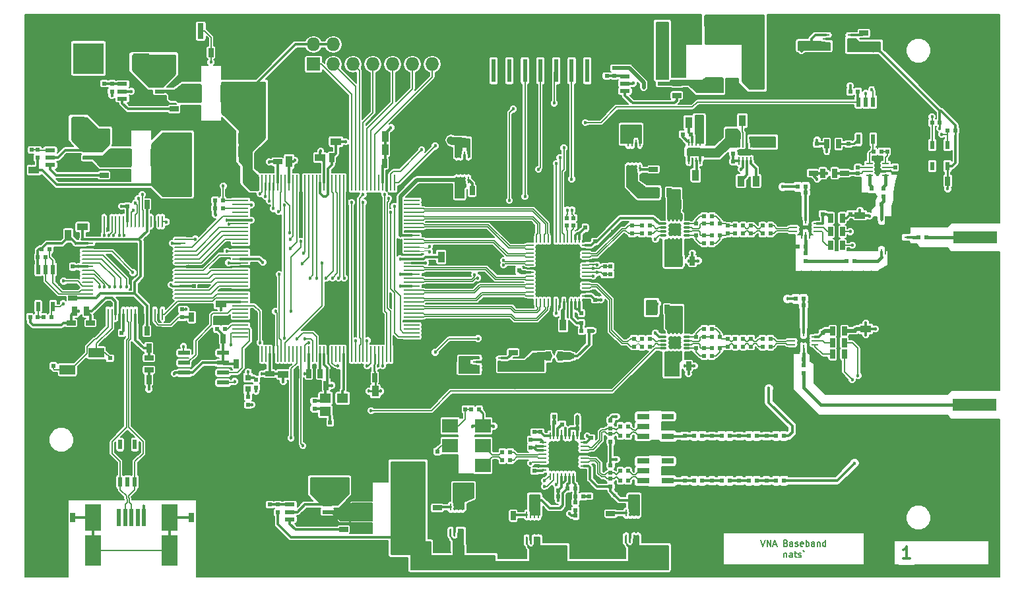
<source format=gtl>
G04 #@! TF.FileFunction,Copper,L1,Top,Signal*
%FSLAX46Y46*%
G04 Gerber Fmt 4.6, Leading zero omitted, Abs format (unit mm)*
G04 Created by KiCad (PCBNEW 4.0.7) date 12/26/17 18:21:05*
%MOMM*%
%LPD*%
G01*
G04 APERTURE LIST*
%ADD10C,0.100000*%
%ADD11C,0.200000*%
%ADD12C,0.300000*%
%ADD13R,0.635000X1.143000*%
%ADD14R,0.250000X2.000000*%
%ADD15R,2.000000X0.250000*%
%ADD16R,1.397000X0.889000*%
%ADD17R,0.889000X1.397000*%
%ADD18R,0.500000X0.600000*%
%ADD19R,0.600000X0.500000*%
%ADD20R,1.143000X0.635000*%
%ADD21R,1.524000X2.032000*%
%ADD22R,2.032000X1.524000*%
%ADD23R,0.500380X2.250440*%
%ADD24R,2.049780X3.500120*%
%ADD25R,2.049780X4.000500*%
%ADD26R,4.900000X1.600000*%
%ADD27R,5.600000X1.600000*%
%ADD28R,1.500000X0.600000*%
%ADD29R,0.500000X1.300000*%
%ADD30R,0.248920X1.524000*%
%ADD31O,0.248920X1.524000*%
%ADD32O,1.524000X0.248920*%
%ADD33R,0.770000X0.250000*%
%ADD34O,1.000000X0.250000*%
%ADD35O,0.250000X1.000000*%
%ADD36R,1.300000X0.500000*%
%ADD37R,2.500000X2.500000*%
%ADD38C,0.600000*%
%ADD39R,0.800000X0.250000*%
%ADD40R,0.250000X0.800000*%
%ADD41R,0.450000X1.740000*%
%ADD42O,0.900000X0.250000*%
%ADD43R,0.600000X1.100000*%
%ADD44R,1.450000X1.450000*%
%ADD45C,0.400000*%
%ADD46O,1.000000X0.300000*%
%ADD47O,0.300000X1.000000*%
%ADD48R,3.600000X3.600000*%
%ADD49R,2.440000X1.600000*%
%ADD50R,1.600000X2.440000*%
%ADD51R,1.600000X0.900000*%
%ADD52R,0.250000X1.000000*%
%ADD53R,0.797560X0.797560*%
%ADD54R,0.800000X2.000000*%
%ADD55R,1.400000X1.200000*%
%ADD56R,2.000000X1.200000*%
%ADD57R,1.727200X1.727200*%
%ADD58O,1.727200X1.727200*%
%ADD59R,1.650000X0.760000*%
%ADD60R,2.200000X1.700000*%
%ADD61R,2.700000X2.200000*%
%ADD62R,0.600000X3.000000*%
%ADD63R,5.410000X6.450000*%
%ADD64O,0.950000X0.250000*%
%ADD65O,0.250000X0.950000*%
%ADD66R,2.000000X1.800000*%
%ADD67R,1.500000X1.000000*%
%ADD68R,0.250000X0.850000*%
%ADD69R,4.000000X4.000000*%
%ADD70C,0.454000*%
%ADD71C,0.340000*%
%ADD72C,0.254000*%
%ADD73C,0.127000*%
%ADD74C,1.000000*%
%ADD75C,0.508000*%
%ADD76C,0.125000*%
%ADD77C,0.400000*%
%ADD78C,0.250000*%
G04 APERTURE END LIST*
D10*
D11*
X179790475Y-132861905D02*
X180057142Y-133661905D01*
X180323809Y-132861905D01*
X180590475Y-133661905D02*
X180590475Y-132861905D01*
X181047618Y-133661905D01*
X181047618Y-132861905D01*
X181390475Y-133433333D02*
X181771427Y-133433333D01*
X181314284Y-133661905D02*
X181580951Y-132861905D01*
X181847618Y-133661905D01*
X182990475Y-133242857D02*
X183104761Y-133280952D01*
X183142856Y-133319048D01*
X183180951Y-133395238D01*
X183180951Y-133509524D01*
X183142856Y-133585714D01*
X183104761Y-133623810D01*
X183028570Y-133661905D01*
X182723808Y-133661905D01*
X182723808Y-132861905D01*
X182990475Y-132861905D01*
X183066665Y-132900000D01*
X183104761Y-132938095D01*
X183142856Y-133014286D01*
X183142856Y-133090476D01*
X183104761Y-133166667D01*
X183066665Y-133204762D01*
X182990475Y-133242857D01*
X182723808Y-133242857D01*
X183866665Y-133661905D02*
X183866665Y-133242857D01*
X183828570Y-133166667D01*
X183752380Y-133128571D01*
X183599999Y-133128571D01*
X183523808Y-133166667D01*
X183866665Y-133623810D02*
X183790475Y-133661905D01*
X183599999Y-133661905D01*
X183523808Y-133623810D01*
X183485713Y-133547619D01*
X183485713Y-133471429D01*
X183523808Y-133395238D01*
X183599999Y-133357143D01*
X183790475Y-133357143D01*
X183866665Y-133319048D01*
X184209523Y-133623810D02*
X184285713Y-133661905D01*
X184438094Y-133661905D01*
X184514285Y-133623810D01*
X184552380Y-133547619D01*
X184552380Y-133509524D01*
X184514285Y-133433333D01*
X184438094Y-133395238D01*
X184323809Y-133395238D01*
X184247618Y-133357143D01*
X184209523Y-133280952D01*
X184209523Y-133242857D01*
X184247618Y-133166667D01*
X184323809Y-133128571D01*
X184438094Y-133128571D01*
X184514285Y-133166667D01*
X185199999Y-133623810D02*
X185123809Y-133661905D01*
X184971428Y-133661905D01*
X184895237Y-133623810D01*
X184857142Y-133547619D01*
X184857142Y-133242857D01*
X184895237Y-133166667D01*
X184971428Y-133128571D01*
X185123809Y-133128571D01*
X185199999Y-133166667D01*
X185238094Y-133242857D01*
X185238094Y-133319048D01*
X184857142Y-133395238D01*
X185580951Y-133661905D02*
X185580951Y-132861905D01*
X185580951Y-133166667D02*
X185657142Y-133128571D01*
X185809523Y-133128571D01*
X185885713Y-133166667D01*
X185923808Y-133204762D01*
X185961904Y-133280952D01*
X185961904Y-133509524D01*
X185923808Y-133585714D01*
X185885713Y-133623810D01*
X185809523Y-133661905D01*
X185657142Y-133661905D01*
X185580951Y-133623810D01*
X186647618Y-133661905D02*
X186647618Y-133242857D01*
X186609523Y-133166667D01*
X186533333Y-133128571D01*
X186380952Y-133128571D01*
X186304761Y-133166667D01*
X186647618Y-133623810D02*
X186571428Y-133661905D01*
X186380952Y-133661905D01*
X186304761Y-133623810D01*
X186266666Y-133547619D01*
X186266666Y-133471429D01*
X186304761Y-133395238D01*
X186380952Y-133357143D01*
X186571428Y-133357143D01*
X186647618Y-133319048D01*
X187028571Y-133128571D02*
X187028571Y-133661905D01*
X187028571Y-133204762D02*
X187066666Y-133166667D01*
X187142857Y-133128571D01*
X187257143Y-133128571D01*
X187333333Y-133166667D01*
X187371428Y-133242857D01*
X187371428Y-133661905D01*
X188095238Y-133661905D02*
X188095238Y-132861905D01*
X188095238Y-133623810D02*
X188019048Y-133661905D01*
X187866667Y-133661905D01*
X187790476Y-133623810D01*
X187752381Y-133585714D01*
X187714286Y-133509524D01*
X187714286Y-133280952D01*
X187752381Y-133204762D01*
X187790476Y-133166667D01*
X187866667Y-133128571D01*
X188019048Y-133128571D01*
X188095238Y-133166667D01*
X182761904Y-134528571D02*
X182761904Y-135061905D01*
X182761904Y-134604762D02*
X182799999Y-134566667D01*
X182876190Y-134528571D01*
X182990476Y-134528571D01*
X183066666Y-134566667D01*
X183104761Y-134642857D01*
X183104761Y-135061905D01*
X183828571Y-135061905D02*
X183828571Y-134642857D01*
X183790476Y-134566667D01*
X183714286Y-134528571D01*
X183561905Y-134528571D01*
X183485714Y-134566667D01*
X183828571Y-135023810D02*
X183752381Y-135061905D01*
X183561905Y-135061905D01*
X183485714Y-135023810D01*
X183447619Y-134947619D01*
X183447619Y-134871429D01*
X183485714Y-134795238D01*
X183561905Y-134757143D01*
X183752381Y-134757143D01*
X183828571Y-134719048D01*
X184095238Y-134528571D02*
X184400000Y-134528571D01*
X184209524Y-134261905D02*
X184209524Y-134947619D01*
X184247619Y-135023810D01*
X184323810Y-135061905D01*
X184400000Y-135061905D01*
X184628572Y-135023810D02*
X184704762Y-135061905D01*
X184857143Y-135061905D01*
X184933334Y-135023810D01*
X184971429Y-134947619D01*
X184971429Y-134909524D01*
X184933334Y-134833333D01*
X184857143Y-134795238D01*
X184742858Y-134795238D01*
X184666667Y-134757143D01*
X184628572Y-134680952D01*
X184628572Y-134642857D01*
X184666667Y-134566667D01*
X184742858Y-134528571D01*
X184857143Y-134528571D01*
X184933334Y-134566667D01*
X185200000Y-134223810D02*
X185314286Y-134338095D01*
D12*
X198928572Y-135178571D02*
X198071429Y-135178571D01*
X198500001Y-135178571D02*
X198500001Y-133678571D01*
X198357144Y-133892857D01*
X198214286Y-134035714D01*
X198071429Y-134107143D01*
D13*
X167750000Y-97000000D03*
X166226000Y-97000000D03*
D14*
X132750000Y-87000000D03*
X132250000Y-87000000D03*
X131750000Y-87000000D03*
X131250000Y-87000000D03*
X130750000Y-87000000D03*
X130250000Y-87000000D03*
X129750000Y-87000000D03*
X129250000Y-87000000D03*
X128750000Y-87000000D03*
X128250000Y-87000000D03*
X127750000Y-87000000D03*
X127250000Y-87000000D03*
X126750000Y-87000000D03*
X126250000Y-87000000D03*
X125750000Y-87000000D03*
X125250000Y-87000000D03*
X124750000Y-87000000D03*
X124250000Y-87000000D03*
X123750000Y-87000000D03*
X123250000Y-87000000D03*
X122750000Y-87000000D03*
X122250000Y-87000000D03*
X121750000Y-87000000D03*
X121250000Y-87000000D03*
X120750000Y-87000000D03*
X120250000Y-87000000D03*
X119750000Y-87000000D03*
X119250000Y-87000000D03*
X118750000Y-87000000D03*
X118250000Y-87000000D03*
X117750000Y-87000000D03*
X117250000Y-87000000D03*
X116750000Y-87000000D03*
X116250000Y-87000000D03*
X115750000Y-87000000D03*
X115250000Y-87000000D03*
D15*
X113000000Y-89250000D03*
X113000000Y-89750000D03*
X113000000Y-90250000D03*
X113000000Y-90750000D03*
X113000000Y-91250000D03*
X113000000Y-91750000D03*
X113000000Y-92250000D03*
X113000000Y-92750000D03*
X113000000Y-93250000D03*
X113000000Y-93750000D03*
X113000000Y-94250000D03*
X113000000Y-94750000D03*
X113000000Y-95250000D03*
X113000000Y-95750000D03*
X113000000Y-96250000D03*
X113000000Y-96750000D03*
X113000000Y-97250000D03*
X113000000Y-97750000D03*
X113000000Y-98250000D03*
X113000000Y-98750000D03*
X113000000Y-99250000D03*
X113000000Y-99750000D03*
X113000000Y-100250000D03*
X113000000Y-100750000D03*
X113000000Y-101250000D03*
X113000000Y-101750000D03*
X113000000Y-102250000D03*
X113000000Y-102750000D03*
X113000000Y-103250000D03*
X113000000Y-103750000D03*
X113000000Y-104250000D03*
X113000000Y-104750000D03*
X113000000Y-105250000D03*
X113000000Y-105750000D03*
X113000000Y-106250000D03*
X113000000Y-106750000D03*
D14*
X115250000Y-109000000D03*
X115750000Y-109000000D03*
X116250000Y-109000000D03*
X116750000Y-109000000D03*
X117250000Y-109000000D03*
X117750000Y-109000000D03*
X118250000Y-109000000D03*
X118750000Y-109000000D03*
X119250000Y-109000000D03*
X119750000Y-109000000D03*
X120250000Y-109000000D03*
X120750000Y-109000000D03*
X121250000Y-109000000D03*
X121750000Y-109000000D03*
X122250000Y-109000000D03*
X122750000Y-109000000D03*
X123250000Y-109000000D03*
X123750000Y-109000000D03*
X124250000Y-109000000D03*
X124750000Y-109000000D03*
X125250000Y-109000000D03*
X125750000Y-109000000D03*
X126250000Y-109000000D03*
X126750000Y-109000000D03*
X127250000Y-109000000D03*
X127750000Y-109000000D03*
X128250000Y-109000000D03*
X128750000Y-109000000D03*
X129250000Y-109000000D03*
X129750000Y-109000000D03*
X130250000Y-109000000D03*
X130750000Y-109000000D03*
X131250000Y-109000000D03*
X131750000Y-109000000D03*
X132250000Y-109000000D03*
X132750000Y-109000000D03*
D15*
X135000000Y-106750000D03*
X135000000Y-106250000D03*
X135000000Y-105750000D03*
X135000000Y-105250000D03*
X135000000Y-104750000D03*
X135000000Y-104250000D03*
X135000000Y-103750000D03*
X135000000Y-103250000D03*
X135000000Y-102750000D03*
X135000000Y-102250000D03*
X135000000Y-101750000D03*
X135000000Y-101250000D03*
X135000000Y-100750000D03*
X135000000Y-100250000D03*
X135000000Y-99750000D03*
X135000000Y-99250000D03*
X135000000Y-98750000D03*
X135000000Y-98250000D03*
X135000000Y-97750000D03*
X135000000Y-97250000D03*
X135000000Y-96750000D03*
X135000000Y-96250000D03*
X135000000Y-95750000D03*
X135000000Y-95250000D03*
X135000000Y-94750000D03*
X135000000Y-94250000D03*
X135000000Y-93750000D03*
X135000000Y-93250000D03*
X135000000Y-92750000D03*
X135000000Y-92250000D03*
X135000000Y-91750000D03*
X135000000Y-91250000D03*
X135000000Y-90750000D03*
X135000000Y-90250000D03*
X135000000Y-89750000D03*
X135000000Y-89250000D03*
D13*
X110774000Y-107000000D03*
X109250000Y-107000000D03*
X112488000Y-110250000D03*
X114012000Y-110250000D03*
D16*
X110500000Y-104452500D03*
X110500000Y-102547500D03*
D13*
X124000000Y-113000000D03*
X122476000Y-113000000D03*
X113750000Y-85500000D03*
X112226000Y-85500000D03*
D17*
X133452500Y-81000000D03*
X131547500Y-81000000D03*
X140655000Y-96500000D03*
X138750000Y-96500000D03*
D13*
X123226000Y-111500000D03*
X124750000Y-111500000D03*
D17*
X121155000Y-84250000D03*
X119250000Y-84250000D03*
D16*
X123250000Y-81845000D03*
X123250000Y-83750000D03*
D18*
X109750000Y-89250000D03*
X110750000Y-89250000D03*
X109750000Y-90250000D03*
X110750000Y-90250000D03*
X110000000Y-105750000D03*
X111000000Y-105750000D03*
D19*
X115000000Y-113250000D03*
X115000000Y-112250000D03*
D13*
X109226000Y-70250000D03*
X110750000Y-70250000D03*
X100988000Y-106000000D03*
X102512000Y-106000000D03*
D19*
X96250000Y-109500000D03*
X96250000Y-110500000D03*
D20*
X91500000Y-101762000D03*
X91500000Y-100238000D03*
D13*
X100988000Y-89750000D03*
X102512000Y-89750000D03*
D16*
X92750000Y-90750000D03*
X92750000Y-92655000D03*
D19*
X89000000Y-110500000D03*
X89000000Y-109500000D03*
D13*
X106738000Y-104250000D03*
X108262000Y-104250000D03*
D20*
X91250000Y-105000000D03*
X91250000Y-106524000D03*
D17*
X89000000Y-93750000D03*
X90905000Y-93750000D03*
D13*
X101238000Y-112250000D03*
X102762000Y-112250000D03*
X101238000Y-108250000D03*
X102762000Y-108250000D03*
D20*
X93750000Y-104988000D03*
X93750000Y-106512000D03*
D13*
X131488000Y-84500000D03*
X133012000Y-84500000D03*
X124738000Y-83750000D03*
X126262000Y-83750000D03*
D20*
X117750000Y-84274000D03*
X117750000Y-82750000D03*
D16*
X125250000Y-79797500D03*
X125250000Y-81702500D03*
D17*
X133452500Y-82750000D03*
X131547500Y-82750000D03*
D13*
X121774000Y-111500000D03*
X120250000Y-111500000D03*
X130226000Y-112000000D03*
X131750000Y-112000000D03*
D20*
X116750000Y-111488000D03*
X116750000Y-113012000D03*
D16*
X118500000Y-113500000D03*
X118500000Y-111595000D03*
D17*
X132202500Y-113750000D03*
X130297500Y-113750000D03*
D20*
X151250000Y-109262000D03*
X151250000Y-107738000D03*
X155250000Y-109262000D03*
X155250000Y-107738000D03*
D18*
X160500000Y-98750000D03*
X161500000Y-98750000D03*
X160500000Y-97750000D03*
X161500000Y-97750000D03*
D19*
X159750000Y-98750000D03*
X159750000Y-97750000D03*
D17*
X152500000Y-105250000D03*
X154405000Y-105250000D03*
D19*
X154900000Y-92500000D03*
X154900000Y-91500000D03*
X155700000Y-92500000D03*
X155700000Y-91500000D03*
D18*
X184250000Y-101900000D03*
X185250000Y-101900000D03*
X185250000Y-102700000D03*
X186250000Y-102700000D03*
D19*
X185250000Y-111400000D03*
X185250000Y-110400000D03*
D18*
X186250000Y-109650000D03*
X185250000Y-109650000D03*
D16*
X193250000Y-103845000D03*
X193250000Y-105750000D03*
D19*
X191750000Y-105000000D03*
X191750000Y-106000000D03*
X187750000Y-105250000D03*
X187750000Y-106250000D03*
D18*
X181000000Y-108000000D03*
X180000000Y-108000000D03*
X181000000Y-107000000D03*
X180000000Y-107000000D03*
D19*
X175500000Y-107000000D03*
X175500000Y-108000000D03*
D18*
X171500000Y-108250000D03*
X172500000Y-108250000D03*
D13*
X168988000Y-104500000D03*
X170512000Y-104500000D03*
X167750000Y-110500000D03*
X166226000Y-110500000D03*
D19*
X163500000Y-107000000D03*
X163500000Y-108000000D03*
D21*
X133302000Y-124000000D03*
X130000000Y-124000000D03*
D22*
X153750000Y-134302000D03*
X153750000Y-131000000D03*
X166750000Y-134302000D03*
X166750000Y-131000000D03*
D17*
X150705000Y-134500000D03*
X148800000Y-134500000D03*
X141155000Y-133500000D03*
X139250000Y-133500000D03*
X163505000Y-134400000D03*
X161600000Y-134400000D03*
D16*
X135250000Y-123405000D03*
X135250000Y-121500000D03*
X133250000Y-134000000D03*
X133250000Y-135905000D03*
D22*
X123100000Y-125551000D03*
X123100000Y-122249000D03*
X125800000Y-125600000D03*
X125800000Y-122298000D03*
D13*
X148000000Y-129750000D03*
X146476000Y-129750000D03*
D20*
X138250000Y-128738000D03*
X138250000Y-130262000D03*
X160500000Y-129476000D03*
X160500000Y-131000000D03*
X126250000Y-129988000D03*
X126250000Y-131512000D03*
D17*
X150905000Y-127750000D03*
X149000000Y-127750000D03*
X140952500Y-126500000D03*
X139047500Y-126500000D03*
X163595000Y-127750000D03*
X165500000Y-127750000D03*
D18*
X156000000Y-129750000D03*
X157000000Y-129750000D03*
X156000000Y-127250000D03*
X157000000Y-127250000D03*
X156000000Y-126250000D03*
X157000000Y-126250000D03*
X147615124Y-122584350D03*
X146615124Y-122584350D03*
X146615124Y-121584350D03*
X147615124Y-121584350D03*
X161750000Y-118250000D03*
X162750000Y-118250000D03*
X162750000Y-119500000D03*
X161750000Y-119500000D03*
X161750000Y-124000000D03*
X162750000Y-124000000D03*
X162750000Y-125250000D03*
X161750000Y-125250000D03*
X156250000Y-118500000D03*
X157250000Y-118500000D03*
X153250000Y-117750000D03*
X152250000Y-117750000D03*
D19*
X150750000Y-119000000D03*
X150750000Y-118000000D03*
D18*
X171250000Y-119500000D03*
X172250000Y-119500000D03*
X171250000Y-125250000D03*
X172250000Y-125250000D03*
X174750000Y-119500000D03*
X175750000Y-119500000D03*
X174750000Y-125250000D03*
X175750000Y-125250000D03*
D19*
X177000000Y-119500000D03*
X177000000Y-118500000D03*
X177000000Y-125250000D03*
X177000000Y-124250000D03*
X180500000Y-119500000D03*
X180500000Y-118500000D03*
X180500000Y-125250000D03*
X180500000Y-124250000D03*
D22*
X115000000Y-74802000D03*
X115000000Y-71500000D03*
D16*
X141250000Y-81655000D03*
X141250000Y-79750000D03*
D21*
X105948000Y-82000000D03*
X109250000Y-82000000D03*
X115448000Y-77250000D03*
X118750000Y-77250000D03*
X106000000Y-84500000D03*
X109302000Y-84500000D03*
X115448000Y-80000000D03*
X118750000Y-80000000D03*
X105948000Y-87000000D03*
X109250000Y-87000000D03*
D17*
X113155000Y-81250000D03*
X111250000Y-81250000D03*
D16*
X104000000Y-88345000D03*
X104000000Y-90250000D03*
D13*
X142726000Y-88000000D03*
X144250000Y-88000000D03*
D17*
X113155000Y-83000000D03*
X111250000Y-83000000D03*
D16*
X86500000Y-85345000D03*
X86500000Y-87250000D03*
D22*
X103250000Y-71901000D03*
X103250000Y-68599000D03*
X95000000Y-81052000D03*
X95000000Y-77750000D03*
D17*
X141155000Y-88250000D03*
X139250000Y-88250000D03*
D22*
X100250000Y-71151000D03*
X100250000Y-67849000D03*
D21*
X92250000Y-79500000D03*
X88948000Y-79500000D03*
D20*
X104500000Y-75988000D03*
X104500000Y-77512000D03*
X95500000Y-84488000D03*
X95500000Y-86012000D03*
D17*
X141405000Y-110750000D03*
X139500000Y-110750000D03*
D20*
X148000000Y-108774000D03*
X148000000Y-107250000D03*
D16*
X148250000Y-110547500D03*
X148250000Y-112452500D03*
X180250000Y-81845000D03*
X180250000Y-83750000D03*
D21*
X179349000Y-66500000D03*
X182651000Y-66500000D03*
D17*
X179155000Y-86750000D03*
X177250000Y-86750000D03*
D21*
X179349000Y-71000000D03*
X182651000Y-71000000D03*
X179448000Y-73750000D03*
X182750000Y-73750000D03*
D17*
X172905000Y-66250000D03*
X171000000Y-66250000D03*
X177405000Y-79000000D03*
X175500000Y-79000000D03*
X179547500Y-68750000D03*
X181452500Y-68750000D03*
D21*
X167151000Y-67500000D03*
X163849000Y-67500000D03*
D17*
X175655000Y-80750000D03*
X173750000Y-80750000D03*
D21*
X167151000Y-70000000D03*
X163849000Y-70000000D03*
D16*
X173250000Y-83095000D03*
X173250000Y-85000000D03*
X186250000Y-69250000D03*
X186250000Y-71155000D03*
X163000000Y-80405000D03*
X163000000Y-78500000D03*
D20*
X169000000Y-74238000D03*
X169000000Y-75762000D03*
D17*
X171405000Y-86000000D03*
X169500000Y-86000000D03*
D18*
X170750000Y-80750000D03*
X169750000Y-80750000D03*
D20*
X193000000Y-67774000D03*
X193000000Y-66250000D03*
X166000000Y-85274000D03*
X166000000Y-83750000D03*
D17*
X170500000Y-79250000D03*
X168595000Y-79250000D03*
X172000000Y-79000000D03*
X173905000Y-79000000D03*
D16*
X193000000Y-69595000D03*
X193000000Y-71500000D03*
D17*
X163155000Y-87000000D03*
X161250000Y-87000000D03*
D18*
X201000000Y-94000000D03*
X200000000Y-94000000D03*
X190750000Y-97000000D03*
X191750000Y-97000000D03*
D19*
X195500000Y-88750000D03*
X195500000Y-87750000D03*
X194000000Y-88750000D03*
X194000000Y-87750000D03*
D20*
X190500000Y-85738000D03*
X190500000Y-87262000D03*
D19*
X192250000Y-85750000D03*
X192250000Y-86750000D03*
D18*
X198000000Y-85000000D03*
X197000000Y-85000000D03*
D20*
X186500000Y-85750000D03*
X186500000Y-84226000D03*
D19*
X187000000Y-83000000D03*
X187000000Y-82000000D03*
X191000000Y-83000000D03*
X191000000Y-82000000D03*
D13*
X203762000Y-86750000D03*
X202238000Y-86750000D03*
D18*
X184500000Y-87500000D03*
X185500000Y-87500000D03*
X185500000Y-88200000D03*
X186500000Y-88200000D03*
D19*
X185500000Y-97000000D03*
X185500000Y-96000000D03*
D18*
X184500000Y-95150000D03*
X185500000Y-95150000D03*
D16*
X192500000Y-89250000D03*
X192500000Y-91155000D03*
D19*
X191250000Y-90000000D03*
X191250000Y-91000000D03*
X187750000Y-90000000D03*
X187750000Y-91000000D03*
D18*
X181000000Y-93500000D03*
X180000000Y-93500000D03*
X181000000Y-92500000D03*
X180000000Y-92500000D03*
D19*
X175500000Y-92500000D03*
X175500000Y-93500000D03*
D18*
X171500000Y-93750000D03*
X172500000Y-93750000D03*
D13*
X169238000Y-89750000D03*
X170762000Y-89750000D03*
D19*
X163250000Y-93500000D03*
X163250000Y-92500000D03*
D23*
X97399800Y-129999500D03*
X98199900Y-129999500D03*
X99000000Y-129999500D03*
X99800100Y-129999500D03*
X100600200Y-129999500D03*
D24*
X94074940Y-129999500D03*
X103925060Y-129999500D03*
D25*
X94074940Y-134200660D03*
X103925060Y-134200660D03*
D26*
X206850000Y-111250000D03*
X206850000Y-119750000D03*
D27*
X207200000Y-115500000D03*
D26*
X206900000Y-89750000D03*
X206900000Y-98250000D03*
D27*
X207250000Y-94000000D03*
D20*
X101250000Y-111012000D03*
X101250000Y-109488000D03*
D13*
X91738000Y-103500000D03*
X93262000Y-103500000D03*
X152488000Y-109250000D03*
X154012000Y-109250000D03*
X188988000Y-106000000D03*
X190512000Y-106000000D03*
X188976000Y-109000000D03*
X190500000Y-109000000D03*
X188976000Y-107500000D03*
X190500000Y-107500000D03*
X167762000Y-103250000D03*
X166238000Y-103250000D03*
X168976000Y-110500000D03*
X170500000Y-110500000D03*
D18*
X165500000Y-107000000D03*
X164500000Y-107000000D03*
X165500000Y-108000000D03*
X164500000Y-108000000D03*
D19*
X160500000Y-120250000D03*
X160500000Y-119250000D03*
X160500000Y-126000000D03*
X160500000Y-125000000D03*
X160500000Y-117500000D03*
X160500000Y-118500000D03*
X160500000Y-123250000D03*
X160500000Y-124250000D03*
X170000000Y-119500000D03*
X170000000Y-118500000D03*
X170000000Y-125250000D03*
X170000000Y-124250000D03*
X173500000Y-119500000D03*
X173500000Y-118500000D03*
X173500000Y-125250000D03*
X173500000Y-124250000D03*
D18*
X178250000Y-119500000D03*
X179250000Y-119500000D03*
X178250000Y-125250000D03*
X179250000Y-125250000D03*
X181750000Y-119500000D03*
X182750000Y-119500000D03*
X181750000Y-125250000D03*
X182750000Y-125250000D03*
D13*
X189274000Y-85750000D03*
X187750000Y-85750000D03*
X188238000Y-82000000D03*
X189762000Y-82000000D03*
X188726000Y-91500000D03*
X190250000Y-91500000D03*
X188738000Y-95000000D03*
X190262000Y-95000000D03*
X188738000Y-93250000D03*
X190262000Y-93250000D03*
X168012000Y-88250000D03*
X166488000Y-88250000D03*
X169476000Y-97000000D03*
X171000000Y-97000000D03*
D18*
X165500000Y-93500000D03*
X164500000Y-93500000D03*
X165500000Y-92500000D03*
X164500000Y-92500000D03*
D19*
X114000000Y-115500000D03*
X114000000Y-114500000D03*
D13*
X106738000Y-130000000D03*
X108262000Y-130000000D03*
X91500000Y-130000000D03*
X89976000Y-130000000D03*
D18*
X87000000Y-104250000D03*
X86000000Y-104250000D03*
X88500000Y-95500000D03*
X87500000Y-95500000D03*
X88750000Y-104250000D03*
X87750000Y-104250000D03*
X88000000Y-96500000D03*
X87000000Y-96500000D03*
X157750000Y-106000000D03*
X156750000Y-106000000D03*
X156750000Y-105000000D03*
X157750000Y-105000000D03*
D19*
X178500000Y-107000000D03*
X178500000Y-108000000D03*
D18*
X173500000Y-108250000D03*
X174500000Y-108250000D03*
X173500000Y-106750000D03*
X174500000Y-106750000D03*
X172500000Y-109250000D03*
X173500000Y-109250000D03*
X172500000Y-105750000D03*
X173500000Y-105750000D03*
D19*
X116800000Y-128300000D03*
X116800000Y-129300000D03*
X117800000Y-129300000D03*
X117800000Y-128300000D03*
D18*
X143615124Y-116084350D03*
X142615124Y-116084350D03*
X141865124Y-116084350D03*
X140865124Y-116084350D03*
D19*
X138250000Y-121500000D03*
X138250000Y-122500000D03*
X156000000Y-129000000D03*
X156000000Y-128000000D03*
X157750000Y-127250000D03*
X157750000Y-126250000D03*
X154250000Y-117000000D03*
X154250000Y-118000000D03*
X95500000Y-74250000D03*
X95500000Y-75250000D03*
X86250000Y-82750000D03*
X86250000Y-83750000D03*
X96500000Y-75250000D03*
X96500000Y-74250000D03*
X87000000Y-83750000D03*
X87000000Y-82750000D03*
X160000000Y-73250000D03*
X160000000Y-72250000D03*
X161000000Y-72250000D03*
X161000000Y-73250000D03*
D18*
X195250000Y-89750000D03*
X194250000Y-89750000D03*
D19*
X192250000Y-85000000D03*
X192250000Y-84000000D03*
D18*
X194250000Y-83000000D03*
X195250000Y-83000000D03*
X196000000Y-83000000D03*
X197000000Y-83000000D03*
X192250000Y-75250000D03*
X191250000Y-75250000D03*
X202750000Y-79250000D03*
X201750000Y-79250000D03*
X204750000Y-80250000D03*
X203750000Y-80250000D03*
D19*
X178500000Y-92500000D03*
X178500000Y-93500000D03*
D18*
X176500000Y-93500000D03*
X177500000Y-93500000D03*
X176500000Y-92500000D03*
X177500000Y-92500000D03*
X173500000Y-93750000D03*
X174500000Y-93750000D03*
X173500000Y-92250000D03*
X174500000Y-92250000D03*
D28*
X105750000Y-108845000D03*
X105750000Y-110115000D03*
X105750000Y-111385000D03*
X105750000Y-112655000D03*
X110750000Y-108845000D03*
X110750000Y-110115000D03*
X110750000Y-111385000D03*
X110750000Y-112655000D03*
D29*
X87050000Y-98100000D03*
X87050000Y-102900000D03*
X88000000Y-98100000D03*
X88000000Y-102900000D03*
X88950000Y-98100000D03*
X88950000Y-102900000D03*
D30*
X95500960Y-103869940D03*
D31*
X96001340Y-103869940D03*
X96501720Y-103869940D03*
X97002100Y-103869940D03*
X97502480Y-103869940D03*
X98000320Y-103869940D03*
X98500700Y-103869940D03*
X99001080Y-103869940D03*
X99501460Y-103869940D03*
X100001840Y-103869940D03*
X100502220Y-103869940D03*
X101000060Y-103869940D03*
X101500440Y-103869940D03*
X102000820Y-103869940D03*
X102501200Y-103869940D03*
X103001580Y-103869940D03*
D32*
X105282500Y-101749040D03*
X105282500Y-101248660D03*
X105282500Y-100748280D03*
X105282500Y-100247900D03*
X105282500Y-99747520D03*
X105282500Y-99249680D03*
X105282500Y-98749300D03*
X105282500Y-98248920D03*
X105282500Y-97748540D03*
X105282500Y-97248160D03*
X105282500Y-96747780D03*
X105282500Y-96249940D03*
X105282500Y-95749560D03*
X105282500Y-95249180D03*
X105282500Y-94748800D03*
X105282500Y-94248420D03*
D31*
X103001580Y-91967500D03*
X102501200Y-91967500D03*
X102000820Y-91967500D03*
X101500440Y-91967500D03*
X101000060Y-91967500D03*
X100502220Y-91967500D03*
X100001840Y-91967500D03*
X99501460Y-91967500D03*
X99001080Y-91967500D03*
X98500700Y-91967500D03*
X98000320Y-91967500D03*
X97502480Y-91967500D03*
X97002100Y-91967500D03*
X96501720Y-91967500D03*
X96001340Y-91967500D03*
X95500960Y-91967500D03*
D32*
X93380060Y-94248420D03*
X93380060Y-94748800D03*
X93380060Y-95749560D03*
X93362280Y-95249180D03*
X93380060Y-96249940D03*
X93380060Y-96747780D03*
X93380060Y-97248160D03*
X93380060Y-97748540D03*
X93380060Y-98248920D03*
X93380060Y-98749300D03*
X93380060Y-99242060D03*
X93380060Y-99742440D03*
X93380060Y-100242820D03*
X93380060Y-100743200D03*
X93380060Y-101241040D03*
X93380060Y-101741420D03*
D33*
X185250000Y-107075000D03*
D34*
X183750000Y-106750000D03*
X183750000Y-107250000D03*
X183750000Y-107750000D03*
D35*
X184750000Y-108250000D03*
X185250000Y-108250000D03*
X185750000Y-108250000D03*
D34*
X186750000Y-107750000D03*
X186750000Y-107250000D03*
X186750000Y-106750000D03*
D35*
X185750000Y-106250000D03*
X185250000Y-106250000D03*
X184750000Y-106250000D03*
D36*
X119350000Y-130200000D03*
X124150000Y-130200000D03*
X119350000Y-129250000D03*
X124150000Y-129250000D03*
X119350000Y-128300000D03*
X124150000Y-128300000D03*
X97850000Y-76200000D03*
X102650000Y-76200000D03*
X97850000Y-75250000D03*
X102650000Y-75250000D03*
X97850000Y-74300000D03*
X102650000Y-74300000D03*
X88600000Y-84700000D03*
X93400000Y-84700000D03*
X88600000Y-83750000D03*
X93400000Y-83750000D03*
X88600000Y-82800000D03*
X93400000Y-82800000D03*
X162350000Y-75200000D03*
X167150000Y-75200000D03*
X162350000Y-74250000D03*
X167150000Y-74250000D03*
X162350000Y-73300000D03*
X167150000Y-73300000D03*
D37*
X196500000Y-93750000D03*
D38*
X197150000Y-94400000D03*
X197150000Y-93100000D03*
X195850000Y-94400000D03*
X195850000Y-93100000D03*
D39*
X198600000Y-95000000D03*
X198600000Y-94500000D03*
X198600000Y-94000000D03*
X198600000Y-93500000D03*
X198600000Y-93000000D03*
X198600000Y-92500000D03*
D40*
X197750000Y-91650000D03*
X197250000Y-91650000D03*
X196750000Y-91650000D03*
X196250000Y-91650000D03*
X195750000Y-91650000D03*
X195250000Y-91650000D03*
D39*
X194400000Y-92500000D03*
X194400000Y-93000000D03*
X194400000Y-93500000D03*
X194400000Y-94000000D03*
X194400000Y-94500000D03*
X194400000Y-95000000D03*
D40*
X195250000Y-95850000D03*
X195750000Y-95850000D03*
X196250000Y-95850000D03*
X196750000Y-95850000D03*
X197250000Y-95850000D03*
X197750000Y-95850000D03*
D41*
X194750000Y-85250000D03*
D42*
X195800000Y-86000000D03*
X195800000Y-85500000D03*
X195800000Y-85000000D03*
X195800000Y-84500000D03*
X193700000Y-84500000D03*
X193700000Y-85000000D03*
X193700000Y-85500000D03*
X193700000Y-86000000D03*
D43*
X201800000Y-82150000D03*
X201800000Y-84850000D03*
X202750000Y-84850000D03*
X203700000Y-82150000D03*
X203700000Y-84850000D03*
D33*
X185500000Y-92575000D03*
D34*
X184000000Y-92250000D03*
X184000000Y-92750000D03*
X184000000Y-93250000D03*
D35*
X185000000Y-93750000D03*
X185500000Y-93750000D03*
X186000000Y-93750000D03*
D34*
X187000000Y-93250000D03*
X187000000Y-92750000D03*
X187000000Y-92250000D03*
D35*
X186000000Y-91750000D03*
X185500000Y-91750000D03*
X185000000Y-91750000D03*
D18*
X171500000Y-106750000D03*
X172500000Y-106750000D03*
X171500000Y-92250000D03*
X172500000Y-92250000D03*
X124500000Y-117750000D03*
X125500000Y-117750000D03*
D19*
X122500000Y-115000000D03*
X122500000Y-116000000D03*
D18*
X176500000Y-108000000D03*
X177500000Y-108000000D03*
X176500000Y-107000000D03*
X177500000Y-107000000D03*
X172500000Y-94750000D03*
X173500000Y-94750000D03*
X172500000Y-91250000D03*
X173500000Y-91250000D03*
D44*
X168750000Y-107500000D03*
D45*
X169150000Y-107900000D03*
X169150000Y-107100000D03*
X168350000Y-107900000D03*
X168350000Y-107100000D03*
D46*
X170250000Y-108250000D03*
X170250000Y-107750000D03*
X170250000Y-107250000D03*
X170250000Y-106750000D03*
D47*
X169500000Y-106000000D03*
X169000000Y-106000000D03*
X168500000Y-106000000D03*
X168000000Y-106000000D03*
D46*
X167250000Y-106750000D03*
X167250000Y-107250000D03*
X167250000Y-107750000D03*
X167250000Y-108250000D03*
D47*
X168000000Y-109000000D03*
X168500000Y-109000000D03*
X169000000Y-109000000D03*
X169500000Y-109000000D03*
D44*
X168750000Y-93000000D03*
D45*
X169150000Y-93400000D03*
X169150000Y-92600000D03*
X168350000Y-93400000D03*
X168350000Y-92600000D03*
D46*
X170250000Y-93750000D03*
X170250000Y-93250000D03*
X170250000Y-92750000D03*
X170250000Y-92250000D03*
D47*
X169500000Y-91500000D03*
X169000000Y-91500000D03*
X168500000Y-91500000D03*
X168000000Y-91500000D03*
D46*
X167250000Y-92250000D03*
X167250000Y-92750000D03*
X167250000Y-93250000D03*
X167250000Y-93750000D03*
D47*
X168000000Y-94500000D03*
X168500000Y-94500000D03*
X169000000Y-94500000D03*
X169500000Y-94500000D03*
D48*
X154465124Y-122084350D03*
D45*
X152965124Y-123584350D03*
X153965124Y-123584350D03*
X154965124Y-123584350D03*
X155965124Y-123584350D03*
X152965124Y-122584350D03*
X153965124Y-122584350D03*
X154965124Y-122584350D03*
X155965124Y-122584350D03*
X152965124Y-121584350D03*
X153965124Y-121584350D03*
X154965124Y-121584350D03*
X155965124Y-121584350D03*
X152965124Y-120584350D03*
X153965124Y-120584350D03*
X154965124Y-120584350D03*
X155965124Y-120584350D03*
D35*
X152715124Y-124684350D03*
X153215124Y-124684350D03*
X153715124Y-124684350D03*
X154215124Y-124684350D03*
X154715124Y-124684350D03*
X155215124Y-124684350D03*
X155715124Y-124684350D03*
X156215124Y-124684350D03*
D34*
X157065124Y-123834350D03*
X157065124Y-123334350D03*
X157065124Y-122834350D03*
X157065124Y-122334350D03*
X157065124Y-121834350D03*
X157065124Y-121334350D03*
X157065124Y-120834350D03*
X157065124Y-120334350D03*
D35*
X156215124Y-119484350D03*
X155715124Y-119484350D03*
X155215124Y-119484350D03*
X154715124Y-119484350D03*
X154215124Y-119484350D03*
X153715124Y-119484350D03*
X153215124Y-119484350D03*
X152715124Y-119484350D03*
D34*
X151865124Y-120334350D03*
X151865124Y-120834350D03*
X151865124Y-121334350D03*
X151865124Y-121834350D03*
X151865124Y-122334350D03*
X151865124Y-122834350D03*
X151865124Y-123334350D03*
X151865124Y-123834350D03*
D49*
X150500000Y-131250000D03*
D45*
X151000000Y-130750000D03*
X150000000Y-130750000D03*
X151000000Y-131750000D03*
X150000000Y-131750000D03*
D35*
X151250000Y-129650000D03*
X150750000Y-129650000D03*
X150250000Y-129650000D03*
X149750000Y-129650000D03*
X149750000Y-132850000D03*
X150250000Y-132850000D03*
X150750000Y-132850000D03*
X151250000Y-132850000D03*
D49*
X140732843Y-130250000D03*
D45*
X141232843Y-129750000D03*
X140232843Y-129750000D03*
X141232843Y-130750000D03*
X140232843Y-130750000D03*
D35*
X141482843Y-128650000D03*
X140982843Y-128650000D03*
X140482843Y-128650000D03*
X139982843Y-128650000D03*
X139982843Y-131850000D03*
X140482843Y-131850000D03*
X140982843Y-131850000D03*
X141482843Y-131850000D03*
D49*
X163250000Y-131000000D03*
D45*
X163750000Y-130500000D03*
X162750000Y-130500000D03*
X163750000Y-131500000D03*
X162750000Y-131500000D03*
D35*
X164000000Y-129400000D03*
X163500000Y-129400000D03*
X163000000Y-129400000D03*
X162500000Y-129400000D03*
X162500000Y-132600000D03*
X163000000Y-132600000D03*
X163500000Y-132600000D03*
X164000000Y-132600000D03*
D49*
X141500000Y-85000000D03*
D45*
X141000000Y-85500000D03*
X142000000Y-85500000D03*
X141000000Y-84500000D03*
X142000000Y-84500000D03*
D35*
X140750000Y-86600000D03*
X141250000Y-86600000D03*
X141750000Y-86600000D03*
X142250000Y-86600000D03*
X142250000Y-83400000D03*
X141750000Y-83400000D03*
X141250000Y-83400000D03*
X140750000Y-83400000D03*
D50*
X144900000Y-110250000D03*
D45*
X145400000Y-110750000D03*
X145400000Y-109750000D03*
X144400000Y-110750000D03*
X144400000Y-109750000D03*
D34*
X146500000Y-111000000D03*
X146500000Y-110500000D03*
X146500000Y-110000000D03*
X146500000Y-109500000D03*
X143300000Y-109500000D03*
X143300000Y-110000000D03*
X143300000Y-110500000D03*
X143300000Y-111000000D03*
D51*
X177750000Y-83050000D03*
D45*
X178250000Y-83050000D03*
X177250000Y-83050000D03*
D52*
X178500000Y-81950000D03*
X178000000Y-81950000D03*
X177500000Y-81950000D03*
X177000000Y-81950000D03*
X177000000Y-84150000D03*
X177500000Y-84150000D03*
X178000000Y-84150000D03*
X178500000Y-84150000D03*
D50*
X189750000Y-68750000D03*
D45*
X190250000Y-69250000D03*
X190250000Y-68250000D03*
X189250000Y-69250000D03*
X189250000Y-68250000D03*
D34*
X191350000Y-69500000D03*
X191350000Y-69000000D03*
X191350000Y-68500000D03*
X191350000Y-68000000D03*
X188150000Y-68000000D03*
X188150000Y-68500000D03*
X188150000Y-69000000D03*
X188150000Y-69500000D03*
D49*
X163500000Y-83500000D03*
D45*
X163000000Y-84000000D03*
X164000000Y-84000000D03*
X163000000Y-83000000D03*
X164000000Y-83000000D03*
D35*
X162750000Y-85100000D03*
X163250000Y-85100000D03*
X163750000Y-85100000D03*
X164250000Y-85100000D03*
X164250000Y-81900000D03*
X163750000Y-81900000D03*
X163250000Y-81900000D03*
X162750000Y-81900000D03*
D53*
X114000000Y-113498600D03*
X114000000Y-112000000D03*
D54*
X107900000Y-67500000D03*
X112100000Y-67500000D03*
D55*
X123900000Y-116350000D03*
X126100000Y-116350000D03*
X126100000Y-114650000D03*
X123900000Y-114650000D03*
D56*
X94500000Y-108800000D03*
X90800000Y-108800000D03*
X90800000Y-111000000D03*
X94500000Y-111000000D03*
D57*
X122380000Y-71750000D03*
D58*
X122380000Y-69210000D03*
X124920000Y-71750000D03*
X124920000Y-69210000D03*
X127460000Y-71750000D03*
X127460000Y-69210000D03*
X130000000Y-71750000D03*
X130000000Y-69210000D03*
X132540000Y-71750000D03*
X132540000Y-69210000D03*
X135080000Y-71750000D03*
X135080000Y-69210000D03*
X137620000Y-71750000D03*
X137620000Y-69210000D03*
D59*
X167840000Y-116980000D03*
X164660000Y-116980000D03*
X167840000Y-118250000D03*
X164660000Y-118250000D03*
X167840000Y-119520000D03*
X164660000Y-119520000D03*
X167840000Y-122730000D03*
X164660000Y-122730000D03*
X167840000Y-124000000D03*
X164660000Y-124000000D03*
X167840000Y-125270000D03*
X164660000Y-125270000D03*
D60*
X173750000Y-68200000D03*
X173750000Y-74300000D03*
D61*
X133750000Y-129250000D03*
X128650000Y-129250000D03*
X111800000Y-75500000D03*
X106700000Y-75500000D03*
X102800000Y-83750000D03*
X97700000Y-83750000D03*
D62*
X157500000Y-67400000D03*
X155500000Y-67400000D03*
X153500000Y-67400000D03*
X151500000Y-67400000D03*
X149500000Y-67400000D03*
X147500000Y-67400000D03*
X145500000Y-67400000D03*
X157500000Y-72600000D03*
X155500000Y-72600000D03*
X153500000Y-72600000D03*
X151500000Y-72600000D03*
X149500000Y-72600000D03*
X147500000Y-72600000D03*
X145500000Y-72600000D03*
D29*
X192300000Y-76600000D03*
X192300000Y-81400000D03*
X193250000Y-76600000D03*
X193250000Y-81400000D03*
X194200000Y-76600000D03*
X194200000Y-81400000D03*
X99450000Y-125400000D03*
X99450000Y-120600000D03*
X98500000Y-125400000D03*
X98500000Y-120600000D03*
X97550000Y-125400000D03*
X97550000Y-120600000D03*
D63*
X153750000Y-98250000D03*
D45*
X156000000Y-100500000D03*
X156000000Y-99000000D03*
X156000000Y-97500000D03*
X156000000Y-96000000D03*
X154500000Y-100500000D03*
X154500000Y-99000000D03*
X154500000Y-97500000D03*
X154500000Y-96000000D03*
X153000000Y-100500000D03*
X153000000Y-99000000D03*
X153000000Y-97500000D03*
X153000000Y-96000000D03*
X151500000Y-100500000D03*
X151500000Y-99000000D03*
X151500000Y-97500000D03*
X151500000Y-96000000D03*
D64*
X157275000Y-101500000D03*
X157275000Y-101000000D03*
X157275000Y-100500000D03*
X157275000Y-100000000D03*
X157275000Y-99500000D03*
X157275000Y-99000000D03*
X157275000Y-98500000D03*
X157275000Y-98000000D03*
X157275000Y-97500000D03*
X157275000Y-97000000D03*
X157275000Y-96500000D03*
X157275000Y-96000000D03*
X157275000Y-95500000D03*
X157275000Y-95000000D03*
D65*
X156500000Y-94225000D03*
X156000000Y-94225000D03*
X155500000Y-94225000D03*
X155000000Y-94225000D03*
X154500000Y-94225000D03*
X154000000Y-94225000D03*
X153500000Y-94225000D03*
X153000000Y-94225000D03*
X152500000Y-94225000D03*
X152000000Y-94225000D03*
X151500000Y-94225000D03*
X151000000Y-94225000D03*
D64*
X150225000Y-95000000D03*
X150225000Y-95500000D03*
X150225000Y-96000000D03*
X150225000Y-96500000D03*
X150225000Y-97000000D03*
X150225000Y-97500000D03*
X150225000Y-98000000D03*
X150225000Y-98500000D03*
X150225000Y-99000000D03*
X150225000Y-99500000D03*
X150225000Y-100000000D03*
X150225000Y-100500000D03*
X150225000Y-101000000D03*
X150225000Y-101500000D03*
D65*
X151000000Y-102275000D03*
X151500000Y-102275000D03*
X152000000Y-102275000D03*
X152500000Y-102275000D03*
X153000000Y-102275000D03*
X153500000Y-102275000D03*
X154000000Y-102275000D03*
X154500000Y-102275000D03*
X155000000Y-102275000D03*
X155500000Y-102275000D03*
X156000000Y-102275000D03*
X156500000Y-102275000D03*
D66*
X139900000Y-118210000D03*
X139900000Y-120750000D03*
X139900000Y-123290000D03*
X144100000Y-123290000D03*
X144100000Y-120750000D03*
X144100000Y-118210000D03*
D19*
X158500000Y-102000000D03*
X158500000Y-103000000D03*
X158500000Y-93500000D03*
X158500000Y-94500000D03*
D18*
X156750000Y-103750000D03*
X157750000Y-103750000D03*
X157250000Y-92750000D03*
X158250000Y-92750000D03*
X148750000Y-98250000D03*
X147750000Y-98250000D03*
X156250000Y-117750000D03*
X157250000Y-117750000D03*
X153250000Y-117000000D03*
X152250000Y-117000000D03*
D19*
X151500000Y-119000000D03*
X151500000Y-118000000D03*
X150750000Y-124000000D03*
X150750000Y-125000000D03*
D18*
X149250000Y-120000000D03*
X150250000Y-120000000D03*
D19*
X158000000Y-119750000D03*
X158000000Y-118750000D03*
D18*
X150250000Y-121000000D03*
X149250000Y-121000000D03*
X153750000Y-127250000D03*
X152750000Y-127250000D03*
X153750000Y-126500000D03*
X152750000Y-126500000D03*
D19*
X155000000Y-126250000D03*
X155000000Y-127250000D03*
X105500000Y-104250000D03*
X105500000Y-103250000D03*
D18*
X97750000Y-106250000D03*
X96750000Y-106250000D03*
X107000000Y-100250000D03*
X108000000Y-100250000D03*
D19*
X98500000Y-90000000D03*
X98500000Y-89000000D03*
D18*
X91500000Y-97750000D03*
X90500000Y-97750000D03*
D19*
X176250000Y-82250000D03*
X176250000Y-83250000D03*
X176250000Y-84250000D03*
X176250000Y-85250000D03*
D67*
X171250000Y-83000000D03*
D45*
X171650000Y-83000000D03*
X170850000Y-83000000D03*
D68*
X172000000Y-81825000D03*
X171500000Y-81825000D03*
X171000000Y-81825000D03*
X170500000Y-81825000D03*
X170500000Y-84175000D03*
X171000000Y-84175000D03*
X171500000Y-84175000D03*
X172000000Y-84175000D03*
D69*
X87500000Y-71000000D03*
X93500000Y-71000000D03*
X90550000Y-75900000D03*
D70*
X111250000Y-91750000D03*
X106000000Y-103250000D03*
X112750000Y-77750000D03*
X111750000Y-77750000D03*
X113250000Y-80000000D03*
X114500000Y-86000000D03*
X113750000Y-84500000D03*
X113750000Y-86500000D03*
X115250000Y-81500000D03*
X114250000Y-82750000D03*
X114250000Y-81250000D03*
X112750000Y-77000000D03*
X111750000Y-77000000D03*
X114250000Y-78750000D03*
X114250000Y-80000000D03*
X114250000Y-76250000D03*
X114250000Y-77250000D03*
X110750000Y-77000000D03*
X96500000Y-75750000D03*
X110750000Y-108000000D03*
X142500000Y-110500000D03*
X142250000Y-109500000D03*
X141500000Y-109500000D03*
X142500000Y-111000000D03*
X118500000Y-112500000D03*
X121250000Y-111500000D03*
X124750000Y-113000000D03*
X129500000Y-113750000D03*
X131000000Y-113750000D03*
X115750000Y-111500000D03*
X115000000Y-113750000D03*
X114500000Y-115500000D03*
X141000000Y-82750000D03*
X142250000Y-81750000D03*
X140000000Y-81500000D03*
X133500000Y-96750000D03*
X97750000Y-90000000D03*
X104500000Y-111500000D03*
X101250000Y-113500000D03*
X92250000Y-103500000D03*
X116700000Y-84300000D03*
X126500000Y-81700000D03*
X132300000Y-79900000D03*
X109800000Y-91100000D03*
X114400000Y-91800000D03*
X110500000Y-103300000D03*
X92200000Y-97750000D03*
X91903800Y-94748800D03*
X104100000Y-100100000D03*
X104251200Y-94748800D03*
X111500000Y-97250000D03*
X157500000Y-125500000D03*
X158500004Y-124750000D03*
X163750000Y-106000000D03*
X162250000Y-106500000D03*
X161250000Y-105250000D03*
X161250000Y-103500000D03*
X161000000Y-101250000D03*
X160000000Y-100250000D03*
X160750000Y-95500000D03*
X159750000Y-96500000D03*
X160750000Y-93250000D03*
X162000000Y-92250000D03*
X173000000Y-110250000D03*
X174750000Y-110000000D03*
X176750000Y-109500000D03*
X178250000Y-109500000D03*
X173000000Y-104500000D03*
X174750000Y-105000000D03*
X176500000Y-105750000D03*
X178250000Y-105750000D03*
X173000000Y-96000000D03*
X174250000Y-95500000D03*
X176500000Y-94750000D03*
X178500000Y-94750000D03*
X173000000Y-90000000D03*
X174250000Y-90500000D03*
X176500000Y-91000000D03*
X178500000Y-91000000D03*
X101250000Y-121500000D03*
X100500000Y-119250000D03*
X99250000Y-118000000D03*
X99250000Y-108000000D03*
X99250000Y-111000000D03*
X99250000Y-113250000D03*
X99250000Y-116000000D03*
X125750000Y-101250000D03*
X125250000Y-102750000D03*
X125250000Y-104250000D03*
X125250000Y-105750000D03*
X124250000Y-105750000D03*
X141750000Y-98750000D03*
X139750000Y-98750000D03*
X137750000Y-98750000D03*
X137750000Y-100250000D03*
X139750000Y-100250000D03*
X141750000Y-100250000D03*
X145000000Y-102000000D03*
X150216001Y-102750000D03*
X149000000Y-102000000D03*
X147250000Y-102000000D03*
X96000000Y-121500000D03*
X96500000Y-119250000D03*
X97750000Y-118000000D03*
X97750000Y-116000000D03*
X97750000Y-113250000D03*
X97750000Y-111000000D03*
X97750000Y-108000000D03*
X203500000Y-95500000D03*
X202000000Y-95500000D03*
X200250000Y-95500000D03*
X203250000Y-92500000D03*
X202000000Y-92500000D03*
X200750000Y-92500000D03*
X195500000Y-98250000D03*
X194000000Y-98500000D03*
X193000000Y-98500000D03*
X191500000Y-98500000D03*
X190250000Y-98500000D03*
X188750000Y-98500000D03*
X187500000Y-98500000D03*
X186250000Y-98500000D03*
X185000000Y-98500000D03*
X183750000Y-98500000D03*
X183750000Y-97250000D03*
X183750000Y-96000000D03*
X163500000Y-126500000D03*
X165250000Y-126500000D03*
X166750000Y-126500000D03*
X168250000Y-126500000D03*
X170000000Y-126500000D03*
X171750000Y-126500000D03*
X173500000Y-126500000D03*
X175250000Y-126500000D03*
X177000000Y-126500000D03*
X178750000Y-126500000D03*
X180500000Y-126500000D03*
X181750000Y-126500000D03*
X183250000Y-126500000D03*
X184500000Y-126500000D03*
X185750000Y-126500000D03*
X187000000Y-126500000D03*
X188250000Y-126500000D03*
X189500000Y-126500000D03*
X191000000Y-125750000D03*
X192000000Y-125000000D03*
X192750000Y-124000000D03*
X193250000Y-121250000D03*
X193250000Y-120250000D03*
X193250000Y-119250000D03*
X147250000Y-92500000D03*
X148500000Y-94250000D03*
X149500000Y-94000000D03*
X150000000Y-93000000D03*
X146500000Y-92750000D03*
X187000000Y-111000000D03*
X187500000Y-112500000D03*
X188500000Y-113500000D03*
X190000000Y-113500000D03*
X191500000Y-113500000D03*
X195500000Y-113500000D03*
X197250000Y-113500000D03*
X200250000Y-113500000D03*
X201500000Y-113500000D03*
X202750000Y-113500000D03*
X192500000Y-117500000D03*
X194250000Y-117500000D03*
X196250000Y-117500000D03*
X200250000Y-117500000D03*
X201500000Y-117500000D03*
X202750000Y-117500000D03*
X163500000Y-120750000D03*
X165250000Y-120750000D03*
X166750000Y-120750000D03*
X168250000Y-120750000D03*
X170000000Y-120750000D03*
X171500000Y-120750000D03*
X173000000Y-120750000D03*
X174500000Y-120750000D03*
X176000000Y-120750000D03*
X177500000Y-120750000D03*
X179250000Y-120750000D03*
X180750000Y-120750000D03*
X182500000Y-120750000D03*
X184250000Y-120000000D03*
X184750000Y-118500000D03*
X184250000Y-117000000D03*
X183250000Y-116000000D03*
X182250000Y-115000000D03*
X182000000Y-118000000D03*
X180500000Y-116500000D03*
X179750000Y-115000000D03*
X179750000Y-113000000D03*
X179750000Y-111250000D03*
X179750000Y-109500000D03*
X179750000Y-105750000D03*
X179750000Y-104500000D03*
X179250000Y-103000000D03*
X179000000Y-101750000D03*
X179750000Y-100750000D03*
X180000000Y-99250000D03*
X180000000Y-97750000D03*
X180000000Y-96250000D03*
X180000000Y-94750000D03*
X180000000Y-91000000D03*
X180000000Y-89750000D03*
X180000000Y-88500000D03*
X181000000Y-87500000D03*
X182000000Y-86500000D03*
X183500000Y-86500000D03*
X185000000Y-86500000D03*
X186500000Y-87250000D03*
X186500000Y-90750000D03*
X186500000Y-89500000D03*
X184500000Y-91000000D03*
X184500000Y-90000000D03*
X184500000Y-89000000D03*
X183500000Y-88500000D03*
X182500000Y-89250000D03*
X182000000Y-90250000D03*
X182000000Y-91500000D03*
X182000000Y-94250000D03*
X182000000Y-95500000D03*
X182000000Y-96750000D03*
X182000000Y-98000000D03*
X182000000Y-99250000D03*
X182000000Y-100500000D03*
X186250000Y-101000000D03*
X185000000Y-100750000D03*
X183750000Y-100750000D03*
X182500000Y-101250000D03*
X182000000Y-102500000D03*
X182000000Y-103750000D03*
X182000000Y-105000000D03*
X182000000Y-106250000D03*
X182000000Y-108500000D03*
X182000000Y-109500000D03*
X182000000Y-110750000D03*
X182000000Y-112000000D03*
X182000000Y-113000000D03*
X182750000Y-114000000D03*
X183500000Y-114750000D03*
X184250000Y-115500000D03*
X185000000Y-116250000D03*
X186250000Y-116500000D03*
X187500000Y-117000000D03*
X188750000Y-117000000D03*
X189500000Y-117750000D03*
X190250000Y-118500000D03*
X191000000Y-119250000D03*
X191000000Y-120250000D03*
X191000000Y-121250000D03*
X191000000Y-122500000D03*
X190250000Y-123250000D03*
X189500000Y-124000000D03*
X188250000Y-124000000D03*
X187000000Y-124000000D03*
X185750000Y-124000000D03*
X184500000Y-124000000D03*
X183250000Y-124000000D03*
X182000000Y-124000000D03*
X95000000Y-78750000D03*
X140000000Y-116000000D03*
X108500000Y-100250000D03*
X175750000Y-85250000D03*
X170500000Y-85000000D03*
X132250000Y-85000000D03*
X144750000Y-93500000D03*
X143750000Y-93500000D03*
X142750000Y-93500000D03*
X141750000Y-93500000D03*
X140750000Y-93500000D03*
X139750000Y-93500000D03*
X138750000Y-93500000D03*
X137750000Y-93500000D03*
X133500000Y-95750000D03*
X90000000Y-131000000D03*
X108250000Y-131000000D03*
X145500000Y-70000000D03*
X155500000Y-70000000D03*
X149500000Y-70000000D03*
X210000000Y-119750000D03*
X206750000Y-121250000D03*
X203750000Y-119750000D03*
X209750000Y-111250000D03*
X203750000Y-111250000D03*
X207000000Y-110000000D03*
X209750000Y-98250000D03*
X204000000Y-98250000D03*
X206750000Y-99500000D03*
X199500000Y-92500000D03*
X199500000Y-95000000D03*
X197250000Y-96750000D03*
X196250000Y-96750000D03*
X193500000Y-94500000D03*
X193500000Y-93500000D03*
X193500000Y-92500000D03*
X196750000Y-90750000D03*
X197750000Y-90750000D03*
X183250000Y-92250000D03*
X139250000Y-89750000D03*
X144500000Y-87000000D03*
X139750000Y-96750000D03*
X170750000Y-88750000D03*
X171500000Y-89750000D03*
X170750000Y-90750000D03*
X186750000Y-102750000D03*
X159000000Y-103000000D03*
X158250000Y-103750000D03*
X158250000Y-105000000D03*
X157750000Y-93500000D03*
X158750000Y-92750000D03*
X162000000Y-98750000D03*
X162000000Y-97750000D03*
X147250000Y-98250000D03*
X98750000Y-67750000D03*
X103250000Y-67250000D03*
X95500000Y-75750000D03*
X87750000Y-79250000D03*
X171250000Y-104500000D03*
X186750000Y-109750000D03*
X184500000Y-108750000D03*
X186000000Y-108750000D03*
X186000000Y-105500000D03*
X184500000Y-105500000D03*
X183750000Y-106250000D03*
X185250000Y-107323000D03*
X133500000Y-80000000D03*
X132500000Y-84500000D03*
X117750000Y-82000000D03*
X120000000Y-80000000D03*
X120000000Y-77250000D03*
X180250000Y-83250000D03*
X180250000Y-84500000D03*
X168750000Y-86000000D03*
X169500000Y-85000000D03*
X174500000Y-85000000D03*
X165500000Y-110500000D03*
X166250000Y-111500000D03*
X166250000Y-109500000D03*
X166750000Y-97000000D03*
X166250000Y-98000000D03*
X166250000Y-96000000D03*
X126750000Y-110250000D03*
X124250000Y-107750000D03*
X133250000Y-137000000D03*
X132250000Y-136000000D03*
X157500000Y-129750000D03*
X138500000Y-110750000D03*
X127250000Y-116500000D03*
X126000000Y-117750000D03*
X95000000Y-103750000D03*
X94500000Y-95250000D03*
X88000000Y-102000000D03*
X89750000Y-100000000D03*
X108250000Y-103250000D03*
X109250000Y-108000000D03*
X114250000Y-104750000D03*
X121750000Y-113000000D03*
X120250000Y-112500000D03*
X118500000Y-114250000D03*
X116750000Y-113750000D03*
X117500000Y-110500000D03*
X114750000Y-110250000D03*
X115250000Y-110250000D03*
X136500000Y-104750000D03*
X154250000Y-116500000D03*
X151750000Y-117000000D03*
X152250000Y-118250000D03*
X151500000Y-117500000D03*
X150750000Y-117500000D03*
X148750000Y-121000000D03*
X148750000Y-120000000D03*
X150250000Y-125000000D03*
X155000000Y-128250000D03*
X153000000Y-128000000D03*
X166750000Y-130000000D03*
X165500000Y-128750000D03*
X160750000Y-134500000D03*
X160500000Y-131500000D03*
X152500000Y-131000000D03*
X153750000Y-132000000D03*
X148750000Y-133500000D03*
X148250000Y-134500000D03*
X137500000Y-130250000D03*
X138250000Y-130750000D03*
X146500000Y-130500000D03*
X149000000Y-128750000D03*
X146000000Y-129750000D03*
X146500000Y-129000000D03*
X148250000Y-128000000D03*
X157250000Y-117250000D03*
X158000000Y-118250000D03*
X151704782Y-104954782D03*
X153000000Y-105250000D03*
X152500000Y-106250000D03*
X155250000Y-107250000D03*
X154500000Y-107750000D03*
X156000000Y-107750000D03*
X152000000Y-107750000D03*
X150500000Y-107750000D03*
X151250000Y-107250000D03*
X149000000Y-107250000D03*
X147000000Y-107250000D03*
X148000000Y-106750000D03*
X149250000Y-112500000D03*
X147250000Y-112500000D03*
X148250000Y-113250000D03*
X185250000Y-84250000D03*
X193200000Y-103000000D03*
X194400000Y-103800000D03*
X191700000Y-104400000D03*
X187800000Y-104700000D03*
X180500000Y-117900000D03*
X177000000Y-117900000D03*
X173500000Y-117900000D03*
X170000000Y-117900000D03*
X169000000Y-118300000D03*
X180500000Y-123700000D03*
X177000000Y-123700000D03*
X173500000Y-123700000D03*
X170000000Y-123700000D03*
X169000000Y-124000000D03*
X130000000Y-92000000D03*
X133250000Y-109000000D03*
X132000000Y-110750000D03*
X133000000Y-113750000D03*
X125500000Y-111354000D03*
X209750000Y-89750000D03*
X207000000Y-88500000D03*
X204000000Y-89750000D03*
X134000000Y-121500000D03*
X136250000Y-121500000D03*
X138250000Y-126500000D03*
X139000000Y-125250000D03*
X138750000Y-123250000D03*
X197500000Y-83000000D03*
X198500000Y-85000000D03*
X202750000Y-85750000D03*
X201500000Y-86750000D03*
X184000000Y-95000000D03*
X185500000Y-92750000D03*
X194500000Y-88750000D03*
X193750000Y-89750000D03*
X191500000Y-89250000D03*
X190750000Y-90000000D03*
X187750000Y-89500000D03*
X187000000Y-88250000D03*
X194750000Y-85250000D03*
X192250000Y-87250000D03*
X190500000Y-88000000D03*
X186500000Y-83000000D03*
X192250000Y-83500000D03*
X191500000Y-83000000D03*
X193250000Y-80250000D03*
X160500000Y-87000000D03*
X166000000Y-83250000D03*
X162000000Y-78500000D03*
X168500000Y-80250000D03*
X174500000Y-80750000D03*
X173250000Y-79000000D03*
X176250000Y-79000000D03*
X164000000Y-66000000D03*
X164000000Y-71500000D03*
X162750000Y-70000000D03*
X162750000Y-67500000D03*
X159250000Y-72500000D03*
X171000000Y-67500000D03*
X182750000Y-75500000D03*
X184000000Y-73750000D03*
X184000000Y-71000000D03*
X182750000Y-68000000D03*
X182500000Y-68750000D03*
X184000000Y-66500000D03*
X185250000Y-71250000D03*
X186250000Y-72000000D03*
X187250000Y-71250000D03*
X192000000Y-66250000D03*
X193000000Y-65500000D03*
X194000000Y-66250000D03*
X192000000Y-71500000D03*
X166000000Y-75250000D03*
X140250000Y-79750000D03*
X141250000Y-79000000D03*
X142250000Y-79750000D03*
X138250000Y-133500000D03*
X141750000Y-96500000D03*
X132250000Y-102750000D03*
X130500000Y-103500000D03*
X129500000Y-98750000D03*
X136750000Y-93500000D03*
X101500000Y-76000000D03*
X100250000Y-105250000D03*
X102576408Y-104744092D03*
X104500000Y-112500000D03*
X103500000Y-112250000D03*
X103500000Y-108250000D03*
X103250000Y-106000000D03*
X96750000Y-107000000D03*
X97250000Y-105000000D03*
X92500000Y-106500000D03*
X90750000Y-107750000D03*
X96000000Y-111000000D03*
X86250000Y-84500000D03*
X88000000Y-87250000D03*
X110500000Y-83000000D03*
X110500000Y-81250000D03*
X110500000Y-82000000D03*
X110250000Y-84500000D03*
X111250000Y-84250000D03*
X111500000Y-85500000D03*
X110750000Y-86750000D03*
X116500000Y-71500000D03*
X115000000Y-70250000D03*
X113500000Y-71500000D03*
X111500000Y-70250000D03*
X112000000Y-69000000D03*
X108500000Y-92900000D03*
X116600000Y-93800000D03*
X116800000Y-97200000D03*
X114700000Y-97400000D03*
X114600000Y-95700000D03*
X101900000Y-89800000D03*
X105200000Y-90400000D03*
X102000000Y-93100000D03*
X124000000Y-79800000D03*
X125200000Y-80500000D03*
X123200000Y-80900000D03*
X122200000Y-81800000D03*
X120800000Y-85600000D03*
X126300000Y-85000000D03*
X92100000Y-84700000D03*
X98500000Y-88500000D03*
X93800000Y-90700000D03*
X96000000Y-90700000D03*
X88100000Y-93700000D03*
X89900000Y-97700000D03*
X116800000Y-129900000D03*
X123000000Y-130200000D03*
X128500000Y-124000000D03*
X123100000Y-120800000D03*
X125800000Y-120800000D03*
X100600000Y-128500000D03*
X98500000Y-119600000D03*
X98500000Y-121900000D03*
X103500000Y-96200000D03*
X106400000Y-97700000D03*
X104500000Y-87250000D03*
X123226000Y-110500000D03*
X136750000Y-97250000D03*
X115876000Y-97200000D03*
X120000000Y-84100000D03*
X123300000Y-82900000D03*
X109200000Y-71500000D03*
X110800000Y-87400000D03*
X111750000Y-107750000D03*
X114000000Y-111250000D03*
X133500000Y-93750000D03*
X133500000Y-98750000D03*
X133500000Y-100250000D03*
X150250000Y-109500000D03*
X149250000Y-98500000D03*
X158250000Y-106000000D03*
X156500000Y-103250000D03*
X156500000Y-93500000D03*
X158750000Y-98500000D03*
X158750000Y-97500000D03*
X158250000Y-98000000D03*
X158250000Y-99000000D03*
X154937926Y-90476208D03*
X137250000Y-95817000D03*
X155571926Y-90476208D03*
X137250000Y-95183000D03*
X183200000Y-101900000D03*
X191800000Y-123000000D03*
X191250000Y-74500000D03*
X188250000Y-83000000D03*
X187000000Y-81500000D03*
X203750000Y-87750000D03*
X204750000Y-81000000D03*
X202750000Y-80000000D03*
X188250000Y-85750000D03*
X187000000Y-86500000D03*
X192500000Y-90500000D03*
X193750000Y-91250000D03*
X193250000Y-106500000D03*
X194500000Y-105750000D03*
X193250000Y-105000000D03*
X195000000Y-69250000D03*
X195000000Y-70000000D03*
X194250000Y-70000000D03*
X194250000Y-69250000D03*
X125400000Y-127500000D03*
X123600000Y-127600000D03*
X123100000Y-126800000D03*
X125800000Y-126800000D03*
X166500000Y-71500000D03*
X166500000Y-72750000D03*
X167250000Y-71500000D03*
X167250000Y-72750000D03*
X93500000Y-81750000D03*
X92250000Y-81750000D03*
X92250000Y-81000000D03*
X93500000Y-80250000D03*
X93500000Y-79500000D03*
X93500000Y-81000000D03*
X102250000Y-73500000D03*
X100750000Y-73500000D03*
X101500000Y-72750000D03*
X101500000Y-73500000D03*
X101500000Y-74250000D03*
X100250000Y-72500000D03*
X103250000Y-73250000D03*
X124500000Y-127500000D03*
X99000000Y-75250000D03*
X163400000Y-74200000D03*
X156250000Y-117000000D03*
X151000000Y-128750000D03*
X142750000Y-118250000D03*
X145500000Y-118250000D03*
X153750000Y-127750000D03*
X157500000Y-119500000D03*
X151005650Y-120834350D03*
X142000000Y-127250000D03*
X142750000Y-127250000D03*
X142750000Y-126500000D03*
X142000000Y-126500000D03*
X142750000Y-125750000D03*
X142000000Y-125750000D03*
X161250000Y-117000000D03*
X161250000Y-122500000D03*
X161000000Y-127090000D03*
X154696079Y-118572456D03*
X155250000Y-129500000D03*
X177250000Y-85250000D03*
X162250000Y-79750000D03*
X162000000Y-81250000D03*
X163000000Y-81250000D03*
X164038500Y-80405000D03*
X162000000Y-80500000D03*
X163000000Y-79750000D03*
X185000000Y-70000000D03*
X185000000Y-69250000D03*
X164750000Y-74750000D03*
X181250000Y-81500000D03*
X181250000Y-82250000D03*
X178000000Y-73500000D03*
X178000000Y-72250000D03*
X178000000Y-71000000D03*
X176500000Y-68750000D03*
X177500000Y-68750000D03*
X178500000Y-68750000D03*
X174750000Y-66500000D03*
X175750000Y-66500000D03*
X176750000Y-66500000D03*
X177750000Y-66500000D03*
X175500000Y-68250000D03*
X174000000Y-66250000D03*
X170500000Y-97000000D03*
X171750000Y-97000000D03*
X171000000Y-96000000D03*
X172000000Y-80750000D03*
X172000000Y-80000000D03*
X170000000Y-110500000D03*
X170500000Y-111500000D03*
X171250000Y-110500000D03*
X166500000Y-102500000D03*
X165500000Y-102500000D03*
X165500000Y-103500000D03*
X165500000Y-88000000D03*
X165500000Y-88500000D03*
X182600000Y-87500000D03*
X180800000Y-113400000D03*
X121250000Y-107000000D03*
X191500000Y-112250000D03*
X120250000Y-107000000D03*
X192250000Y-111750000D03*
X191500000Y-95000000D03*
X121000000Y-120750000D03*
X191250000Y-93250000D03*
X119500000Y-119750000D03*
X90250008Y-102500000D03*
X90300000Y-99600000D03*
X123500000Y-97250000D03*
X157250000Y-79250000D03*
X201750000Y-78500000D03*
X136250000Y-82750000D03*
X203000000Y-80750000D03*
X138000000Y-82250000D03*
X105700000Y-108000000D03*
X118600000Y-106900000D03*
X118600000Y-89800000D03*
X114400000Y-89800000D03*
X115500000Y-107500000D03*
X112250000Y-112500000D03*
X107204775Y-94204775D03*
X111250000Y-95750000D03*
X111500000Y-92331013D03*
X103500000Y-92000000D03*
X115500000Y-88400000D03*
X100400000Y-88500000D03*
X116200000Y-88700000D03*
X99900000Y-89000000D03*
X116700000Y-89300000D03*
X99500000Y-89600000D03*
X99250024Y-90500000D03*
X117200000Y-90300000D03*
X117900000Y-90700000D03*
X98100000Y-93700000D03*
X97500000Y-93700000D03*
X119300000Y-93400000D03*
X119400000Y-94200000D03*
X96700000Y-93700000D03*
X119400000Y-95400000D03*
X96100000Y-93700000D03*
X95500000Y-93700000D03*
X121100000Y-96000000D03*
X120900000Y-97400000D03*
X99200000Y-98500000D03*
X98400000Y-100300000D03*
X121900000Y-99200000D03*
X97600000Y-100300000D03*
X122800000Y-99200000D03*
X96900000Y-100300000D03*
X124000000Y-99200000D03*
X96200000Y-100300000D03*
X124800000Y-99200000D03*
X95485719Y-100295284D03*
X125600000Y-99200000D03*
X94900000Y-100300000D03*
X126300000Y-99200000D03*
X159250000Y-102000000D03*
X166250000Y-106250000D03*
X166250000Y-94250000D03*
X143500000Y-107000000D03*
X138000000Y-108750000D03*
X121750000Y-107500000D03*
X129750000Y-116250000D03*
X125500000Y-110500000D03*
X152000000Y-125250000D03*
X131250000Y-110500000D03*
X152000000Y-126000000D03*
X130668997Y-110500000D03*
X129250000Y-110500000D03*
X153500000Y-125750000D03*
X129250000Y-107250000D03*
X150250000Y-123000000D03*
X117500000Y-103500000D03*
X119500000Y-103500000D03*
X120750000Y-94500000D03*
X194000000Y-75000000D03*
X118000000Y-98750000D03*
X193250000Y-75500000D03*
X151250000Y-85250000D03*
X131500000Y-88500000D03*
X131980327Y-88990164D03*
X155500000Y-86500000D03*
X153250000Y-76750000D03*
X148000000Y-77500000D03*
X147500000Y-89250000D03*
X132250000Y-90750000D03*
X132750000Y-90000012D03*
X149500000Y-88750000D03*
X154500000Y-82500000D03*
X127250000Y-89500000D03*
X128750000Y-89500000D03*
X154000000Y-83750000D03*
X128750000Y-88500000D03*
X153500000Y-84500000D03*
X146750000Y-96959500D03*
X143044586Y-98794586D03*
X146750000Y-97540500D03*
X143455414Y-99205414D03*
X127750002Y-107250000D03*
X153500000Y-103750000D03*
D71*
X98497142Y-90861942D02*
X98500700Y-90865500D01*
X98497142Y-90002858D02*
X98497142Y-90861942D01*
X98500700Y-90865500D02*
X98500700Y-91967500D01*
X98500000Y-90000000D02*
X98497142Y-90002858D01*
X131250000Y-85660000D02*
X131225998Y-85635998D01*
X131250000Y-87000000D02*
X131250000Y-85660000D01*
X131225998Y-84762002D02*
X131488000Y-84500000D01*
X131225998Y-85635998D02*
X131225998Y-84762002D01*
X113000000Y-91750000D02*
X111250000Y-91750000D01*
D72*
X105500000Y-103250000D02*
X106000000Y-103250000D01*
X112750000Y-77000000D02*
X112750000Y-77750000D01*
X111750000Y-77000000D02*
X111750000Y-77750000D01*
X113155000Y-81250000D02*
X113155000Y-80095000D01*
X113155000Y-80095000D02*
X113250000Y-80000000D01*
X113750000Y-85500000D02*
X114000000Y-85500000D01*
X114000000Y-85500000D02*
X114500000Y-86000000D01*
X113750000Y-85500000D02*
X113750000Y-84500000D01*
X113750000Y-85500000D02*
X113750000Y-86500000D01*
X115448000Y-80000000D02*
X115448000Y-81302000D01*
X115448000Y-81302000D02*
X115250000Y-81500000D01*
X113155000Y-83000000D02*
X114000000Y-83000000D01*
X114000000Y-83000000D02*
X114250000Y-82750000D01*
X113155000Y-81250000D02*
X114250000Y-81250000D01*
X111800000Y-75500000D02*
X111800000Y-76050000D01*
X111800000Y-76050000D02*
X112750000Y-77000000D01*
X111800000Y-75500000D02*
X111800000Y-76950000D01*
X111800000Y-76950000D02*
X111750000Y-77000000D01*
X115448000Y-80000000D02*
X115448000Y-79948000D01*
X115448000Y-79948000D02*
X114250000Y-78750000D01*
X115448000Y-80000000D02*
X114250000Y-80000000D01*
X115000000Y-74802000D02*
X115000000Y-75500000D01*
X115000000Y-75500000D02*
X114250000Y-76250000D01*
X115448000Y-77250000D02*
X114250000Y-77250000D01*
X111800000Y-75500000D02*
X111800000Y-75950000D01*
X111800000Y-75950000D02*
X110750000Y-77000000D01*
D71*
X96500000Y-75250000D02*
X96500000Y-75750000D01*
D73*
X115250000Y-87000000D02*
X114996000Y-87000000D01*
X114996000Y-87000000D02*
X113750000Y-85754000D01*
X113750000Y-85754000D02*
X113750000Y-85500000D01*
D71*
X110750000Y-108845000D02*
X110750000Y-108000000D01*
X110774000Y-107000000D02*
X110774000Y-107976000D01*
X110774000Y-107976000D02*
X110750000Y-108000000D01*
X110774000Y-107000000D02*
X110774000Y-106524000D01*
X110774000Y-106524000D02*
X110000000Y-105750000D01*
X143300000Y-110500000D02*
X142500000Y-110500000D01*
X143300000Y-109500000D02*
X142250000Y-109500000D01*
X141405000Y-110750000D02*
X141405000Y-109595000D01*
X141405000Y-109595000D02*
X141500000Y-109500000D01*
X141405000Y-110750000D02*
X142250000Y-110750000D01*
X142250000Y-110750000D02*
X142500000Y-111000000D01*
X118500000Y-111595000D02*
X118500000Y-112500000D01*
X121774000Y-111500000D02*
X121250000Y-111500000D01*
X122500000Y-115000000D02*
X123550000Y-115000000D01*
X123550000Y-115000000D02*
X123900000Y-114650000D01*
X124000000Y-113000000D02*
X124750000Y-113000000D01*
X123900000Y-114650000D02*
X123900000Y-113100000D01*
X123900000Y-113100000D02*
X124000000Y-113000000D01*
X121774000Y-111500000D02*
X121774000Y-109024000D01*
X121774000Y-109024000D02*
X121750000Y-109000000D01*
X124000000Y-113000000D02*
X124135499Y-112864501D01*
X124135499Y-112864501D02*
X124135499Y-110725499D01*
X124135499Y-110725499D02*
X123750000Y-110340000D01*
X123750000Y-110340000D02*
X123750000Y-109000000D01*
D72*
X130297500Y-113750000D02*
X129500000Y-113750000D01*
X130297500Y-113750000D02*
X131000000Y-113750000D01*
X130297500Y-113750000D02*
X130297500Y-112071500D01*
X130297500Y-112071500D02*
X130226000Y-112000000D01*
X130226000Y-112000000D02*
X130226000Y-111174500D01*
X130250000Y-110254000D02*
X130250000Y-109000000D01*
X130226000Y-111174500D02*
X130187996Y-111136496D01*
X130187996Y-111136496D02*
X130187996Y-110316004D01*
X130187996Y-110316004D02*
X130250000Y-110254000D01*
D71*
X116750000Y-111488000D02*
X115762000Y-111488000D01*
X115762000Y-111488000D02*
X115750000Y-111500000D01*
X116750000Y-109000000D02*
X116750000Y-111488000D01*
X116750000Y-111488000D02*
X118393000Y-111488000D01*
X118393000Y-111488000D02*
X118500000Y-111595000D01*
X115000000Y-113250000D02*
X115000000Y-113750000D01*
X114000000Y-115500000D02*
X114500000Y-115500000D01*
X141250000Y-81655000D02*
X141250000Y-82500000D01*
X141250000Y-82500000D02*
X141000000Y-82750000D01*
X141250000Y-81655000D02*
X142155000Y-81655000D01*
X142155000Y-81655000D02*
X142250000Y-81750000D01*
D74*
X141250000Y-81655000D02*
X140155000Y-81655000D01*
X140155000Y-81655000D02*
X140000000Y-81500000D01*
D71*
X135000000Y-96750000D02*
X133500000Y-96750000D01*
X135000000Y-96750000D02*
X136474478Y-96750000D01*
X136474478Y-96750000D02*
X136724478Y-96500000D01*
X136724478Y-96500000D02*
X137965500Y-96500000D01*
X137965500Y-96500000D02*
X138750000Y-96500000D01*
X98500000Y-90000000D02*
X97750000Y-90000000D01*
X105750000Y-111385000D02*
X104615000Y-111385000D01*
X104615000Y-111385000D02*
X104500000Y-111500000D01*
X101238000Y-112250000D02*
X101238000Y-113488000D01*
X101238000Y-113488000D02*
X101250000Y-113500000D01*
X90000000Y-105250000D02*
X90250000Y-105000000D01*
X90250000Y-105000000D02*
X91250000Y-105000000D01*
X86360000Y-105250000D02*
X90000000Y-105250000D01*
X86000000Y-104250000D02*
X86000000Y-104890000D01*
X86000000Y-104890000D02*
X86360000Y-105250000D01*
X91738000Y-103500000D02*
X92250000Y-103500000D01*
X87500000Y-95500000D02*
X87500000Y-95450000D01*
X87500000Y-95450000D02*
X88161500Y-94788500D01*
X88161500Y-94788500D02*
X90120500Y-94788500D01*
X90120500Y-94788500D02*
X90905000Y-94004000D01*
X90905000Y-94004000D02*
X90905000Y-93750000D01*
X87500000Y-95500000D02*
X87160000Y-95500000D01*
X87160000Y-95500000D02*
X87000000Y-95660000D01*
X117750000Y-84274000D02*
X116726000Y-84274000D01*
X116726000Y-84274000D02*
X116700000Y-84300000D01*
X125250000Y-81702500D02*
X126497500Y-81702500D01*
X126497500Y-81702500D02*
X126500000Y-81700000D01*
X131547500Y-81000000D02*
X131547500Y-80652500D01*
X131547500Y-80652500D02*
X132300000Y-79900000D01*
X124250000Y-87000000D02*
X124250000Y-85149500D01*
X124250000Y-85149500D02*
X124738000Y-84661500D01*
X124738000Y-84661500D02*
X124738000Y-83750000D01*
X115000000Y-74802000D02*
X115000000Y-74300000D01*
X115000000Y-74300000D02*
X120090000Y-69210000D01*
X120090000Y-69210000D02*
X121158686Y-69210000D01*
X121158686Y-69210000D02*
X122380000Y-69210000D01*
X124920000Y-69210000D02*
X122380000Y-69210000D01*
X109750000Y-90250000D02*
X109750000Y-91050000D01*
X109750000Y-91050000D02*
X109800000Y-91100000D01*
X109750000Y-89250000D02*
X109750000Y-90250000D01*
X114400000Y-91800000D02*
X113050000Y-91800000D01*
X113050000Y-91800000D02*
X113000000Y-91750000D01*
X110500000Y-102547500D02*
X110500000Y-103300000D01*
X92200000Y-97750000D02*
X93378600Y-97750000D01*
X91500000Y-97750000D02*
X92200000Y-97750000D01*
X87000000Y-95660000D02*
X87000000Y-96500000D01*
X93380060Y-94748800D02*
X91903800Y-94748800D01*
X91903800Y-94748800D02*
X90905000Y-93750000D01*
D72*
X105282500Y-100247900D02*
X104247900Y-100247900D01*
X104247900Y-100247900D02*
X104100000Y-100100000D01*
D71*
X87000000Y-96500000D02*
X87000000Y-98050000D01*
X87000000Y-98050000D02*
X87050000Y-98100000D01*
X93378600Y-97750000D02*
X93380060Y-97748540D01*
X91250000Y-105000000D02*
X91250000Y-103988000D01*
X91250000Y-103988000D02*
X91738000Y-103500000D01*
X105750000Y-111385000D02*
X106840000Y-111385000D01*
X106840000Y-111385000D02*
X108110000Y-110115000D01*
X108110000Y-110115000D02*
X109660000Y-110115000D01*
X109660000Y-110115000D02*
X110750000Y-110115000D01*
X110750000Y-108845000D02*
X110750000Y-110115000D01*
X112488000Y-110250000D02*
X110885000Y-110250000D01*
X110885000Y-110250000D02*
X110750000Y-110115000D01*
X101238000Y-112250000D02*
X101238000Y-111024000D01*
X101238000Y-111024000D02*
X101250000Y-111012000D01*
X107000000Y-100250000D02*
X105284600Y-100250000D01*
X105284600Y-100250000D02*
X105282500Y-100247900D01*
X110500000Y-102547500D02*
X110797500Y-102250000D01*
X110797500Y-102250000D02*
X113000000Y-102250000D01*
X117750000Y-84274000D02*
X117750000Y-87000000D01*
X124000000Y-88750000D02*
X124250000Y-88500000D01*
X124250000Y-88500000D02*
X124250000Y-87000000D01*
X123660000Y-88750000D02*
X124000000Y-88750000D01*
X123250000Y-87000000D02*
X123250000Y-88340000D01*
X123250000Y-88340000D02*
X123660000Y-88750000D01*
X125250000Y-81702500D02*
X125250000Y-83238000D01*
X125250000Y-83238000D02*
X124738000Y-83750000D01*
X131547500Y-82750000D02*
X131547500Y-84440500D01*
X131547500Y-84440500D02*
X131488000Y-84500000D01*
X131547500Y-81000000D02*
X131547500Y-82750000D01*
D72*
X105282500Y-94748800D02*
X104251200Y-94748800D01*
X113000000Y-97250000D02*
X111500000Y-97250000D01*
D71*
X157590000Y-125500000D02*
X157500000Y-125500000D01*
X157750000Y-126250000D02*
X157750000Y-125660000D01*
X157750000Y-125660000D02*
X157590000Y-125500000D01*
D73*
X161250000Y-105250000D02*
X162250000Y-106250000D01*
X162250000Y-106250000D02*
X162250000Y-106500000D01*
X161000000Y-101250000D02*
X161250000Y-101500000D01*
X161250000Y-101500000D02*
X161250000Y-103500000D01*
X157275000Y-99500000D02*
X159250000Y-99500000D01*
X159250000Y-99500000D02*
X160000000Y-100250000D01*
X157275000Y-97000000D02*
X159250000Y-97000000D01*
X159250000Y-97000000D02*
X159750000Y-96500000D01*
X157275000Y-95500000D02*
X158750000Y-95500000D01*
X158750000Y-95500000D02*
X162000000Y-92250000D01*
X174750000Y-110000000D02*
X173250000Y-110000000D01*
X173250000Y-110000000D02*
X173000000Y-110250000D01*
X178250000Y-109500000D02*
X176750000Y-109500000D01*
X174750000Y-105000000D02*
X174250000Y-104500000D01*
X174250000Y-104500000D02*
X173000000Y-104500000D01*
X178250000Y-105750000D02*
X176500000Y-105750000D01*
X176500000Y-94750000D02*
X175000000Y-94750000D01*
X175000000Y-94750000D02*
X174250000Y-95500000D01*
X180000000Y-94750000D02*
X178500000Y-94750000D01*
X176500000Y-91000000D02*
X174750000Y-91000000D01*
X174750000Y-91000000D02*
X174250000Y-90500000D01*
X180000000Y-91000000D02*
X178500000Y-91000000D01*
X100500000Y-119250000D02*
X101250000Y-120000000D01*
X101250000Y-120000000D02*
X101250000Y-121500000D01*
X99250000Y-116000000D02*
X99250000Y-118000000D01*
X99250000Y-113250000D02*
X99250000Y-111000000D01*
X103500000Y-113250000D02*
X100750000Y-116000000D01*
X100750000Y-116000000D02*
X99250000Y-116000000D01*
X103500000Y-112250000D02*
X103500000Y-113250000D01*
X125250000Y-102750000D02*
X125250000Y-101750000D01*
X125250000Y-101750000D02*
X125750000Y-101250000D01*
X125250000Y-105750000D02*
X125250000Y-104250000D01*
X124250000Y-107750000D02*
X124250000Y-105750000D01*
X137750000Y-98750000D02*
X139750000Y-98750000D01*
X141750000Y-100250000D02*
X139750000Y-100250000D01*
X147250000Y-102000000D02*
X145000000Y-102000000D01*
X147250000Y-102000000D02*
X149000000Y-102000000D01*
X96500000Y-119250000D02*
X96000000Y-119750000D01*
X96000000Y-119750000D02*
X96000000Y-121500000D01*
X97750000Y-116000000D02*
X97750000Y-118000000D01*
X97750000Y-111000000D02*
X97750000Y-113250000D01*
X96750000Y-107000000D02*
X97750000Y-108000000D01*
X200250000Y-95500000D02*
X202000000Y-95500000D01*
X202000000Y-92500000D02*
X203250000Y-92500000D01*
X199500000Y-92500000D02*
X200750000Y-92500000D01*
X194000000Y-98500000D02*
X195250000Y-98500000D01*
X195250000Y-98500000D02*
X195500000Y-98250000D01*
X193000000Y-98500000D02*
X194000000Y-98500000D01*
X190250000Y-98500000D02*
X191500000Y-98500000D01*
X187500000Y-98500000D02*
X188750000Y-98500000D01*
X185000000Y-98500000D02*
X186250000Y-98500000D01*
X183750000Y-97250000D02*
X183750000Y-98500000D01*
X184000000Y-95000000D02*
X184000000Y-95750000D01*
X184000000Y-95750000D02*
X183750000Y-96000000D01*
X166750000Y-126500000D02*
X165250000Y-126500000D01*
X170000000Y-126500000D02*
X168250000Y-126500000D01*
X173500000Y-126500000D02*
X171750000Y-126500000D01*
X177000000Y-126500000D02*
X175250000Y-126500000D01*
X180500000Y-126500000D02*
X178750000Y-126500000D01*
X183250000Y-126500000D02*
X181750000Y-126500000D01*
X185750000Y-126500000D02*
X184500000Y-126500000D01*
X188250000Y-126500000D02*
X187000000Y-126500000D01*
X191000000Y-125750000D02*
X190250000Y-125750000D01*
X190250000Y-125750000D02*
X189500000Y-126500000D01*
X192750000Y-124000000D02*
X192000000Y-124750000D01*
X192000000Y-124750000D02*
X192000000Y-125000000D01*
X193250000Y-120250000D02*
X193250000Y-121250000D01*
X194250000Y-117500000D02*
X194250000Y-118250000D01*
X194250000Y-118250000D02*
X193250000Y-119250000D01*
X146500000Y-92750000D02*
X147000000Y-92750000D01*
X147000000Y-92750000D02*
X147250000Y-92500000D01*
X149500000Y-94000000D02*
X148750000Y-94000000D01*
X148750000Y-94000000D02*
X148500000Y-94250000D01*
X146500000Y-92750000D02*
X149750000Y-92750000D01*
X149750000Y-92750000D02*
X150000000Y-93000000D01*
X147205500Y-92044500D02*
X147500000Y-92044500D01*
X146500000Y-92750000D02*
X147205500Y-92044500D01*
X187500000Y-112500000D02*
X187500000Y-111500000D01*
X187500000Y-111500000D02*
X187000000Y-111000000D01*
X190000000Y-113500000D02*
X188500000Y-113500000D01*
X195500000Y-113500000D02*
X191500000Y-113500000D01*
X200250000Y-113500000D02*
X197250000Y-113500000D01*
X201500000Y-113500000D02*
X200250000Y-113500000D01*
X203750000Y-111250000D02*
X203750000Y-112500000D01*
X203750000Y-112500000D02*
X202750000Y-113500000D01*
X196250000Y-117500000D02*
X194250000Y-117500000D01*
X200250000Y-117500000D02*
X196250000Y-117500000D01*
X201500000Y-117500000D02*
X200250000Y-117500000D01*
X203750000Y-119750000D02*
X203750000Y-118500000D01*
X203750000Y-118500000D02*
X202750000Y-117500000D01*
X165250000Y-120750000D02*
X163500000Y-120750000D01*
X168250000Y-120750000D02*
X166750000Y-120750000D01*
X171500000Y-120750000D02*
X170000000Y-120750000D01*
X174500000Y-120750000D02*
X173000000Y-120750000D01*
X177500000Y-120750000D02*
X176000000Y-120750000D01*
X180750000Y-120750000D02*
X179250000Y-120750000D01*
X184250000Y-120000000D02*
X183500000Y-120750000D01*
X183500000Y-120750000D02*
X182500000Y-120750000D01*
X184250000Y-117000000D02*
X184750000Y-117500000D01*
X184750000Y-117500000D02*
X184750000Y-118500000D01*
X182250000Y-115000000D02*
X183250000Y-116000000D01*
X180500000Y-116500000D02*
X182000000Y-118000000D01*
X179750000Y-113000000D02*
X179750000Y-115000000D01*
X179750000Y-109500000D02*
X179750000Y-111250000D01*
X179250000Y-103000000D02*
X179750000Y-103500000D01*
X179750000Y-103500000D02*
X179750000Y-104500000D01*
X179750000Y-100750000D02*
X179000000Y-101500000D01*
X179000000Y-101500000D02*
X179000000Y-101750000D01*
X180000000Y-97750000D02*
X180000000Y-99250000D01*
X180000000Y-94750000D02*
X180000000Y-96250000D01*
X180000000Y-88500000D02*
X180000000Y-89750000D01*
X182000000Y-86500000D02*
X181000000Y-87500000D01*
X185000000Y-86500000D02*
X183500000Y-86500000D01*
X187000000Y-88250000D02*
X187000000Y-87750000D01*
X187000000Y-87750000D02*
X186500000Y-87250000D01*
X187000000Y-88250000D02*
X187000000Y-89000000D01*
X187000000Y-89000000D02*
X186500000Y-89500000D01*
X184500000Y-89000000D02*
X184500000Y-90000000D01*
X182500000Y-89250000D02*
X183250000Y-88500000D01*
X183250000Y-88500000D02*
X183500000Y-88500000D01*
X182000000Y-91500000D02*
X182000000Y-90250000D01*
X182000000Y-96750000D02*
X182000000Y-95500000D01*
X182000000Y-99250000D02*
X182000000Y-98000000D01*
X182500000Y-101250000D02*
X182500000Y-101000000D01*
X182500000Y-101000000D02*
X182000000Y-100500000D01*
X185000000Y-100750000D02*
X186000000Y-100750000D01*
X186000000Y-100750000D02*
X186250000Y-101000000D01*
X182500000Y-101250000D02*
X183250000Y-101250000D01*
X183250000Y-101250000D02*
X183750000Y-100750000D01*
X182000000Y-103750000D02*
X182000000Y-102500000D01*
X182000000Y-106250000D02*
X182000000Y-105000000D01*
X182000000Y-110750000D02*
X182000000Y-109500000D01*
X182000000Y-113000000D02*
X182000000Y-112000000D01*
X183500000Y-114750000D02*
X182750000Y-114000000D01*
X185000000Y-116250000D02*
X184250000Y-115500000D01*
X187500000Y-117000000D02*
X186750000Y-117000000D01*
X186750000Y-117000000D02*
X186250000Y-116500000D01*
X189500000Y-117750000D02*
X188750000Y-117000000D01*
X191000000Y-119250000D02*
X190250000Y-118500000D01*
X191000000Y-121250000D02*
X191000000Y-120250000D01*
X190250000Y-123250000D02*
X191000000Y-122500000D01*
X188250000Y-124000000D02*
X189500000Y-124000000D01*
X185750000Y-124000000D02*
X187000000Y-124000000D01*
X183250000Y-124000000D02*
X184500000Y-124000000D01*
X180500000Y-124250000D02*
X181750000Y-124250000D01*
X181750000Y-124250000D02*
X182000000Y-124000000D01*
D75*
X95000000Y-77750000D02*
X95000000Y-78750000D01*
D71*
X140084350Y-116084350D02*
X140000000Y-116000000D01*
X140865124Y-116084350D02*
X140084350Y-116084350D01*
D73*
X108000000Y-100250000D02*
X108500000Y-100250000D01*
D71*
X176250000Y-85250000D02*
X175750000Y-85250000D01*
D72*
X170821026Y-85000000D02*
X170500000Y-85000000D01*
X171000000Y-84175000D02*
X171000000Y-84854000D01*
X170854000Y-85000000D02*
X170821026Y-85000000D01*
X171000000Y-84854000D02*
X170854000Y-85000000D01*
D71*
X132250000Y-85127204D02*
X132250000Y-85000000D01*
X131750000Y-87000000D02*
X131750000Y-85627204D01*
X131750000Y-85627204D02*
X132250000Y-85127204D01*
D73*
X196250000Y-91650000D02*
X195788509Y-91650000D01*
X198600000Y-95000000D02*
X198600000Y-94533510D01*
X198600000Y-93000000D02*
X198600000Y-93466490D01*
X143750000Y-93500000D02*
X144750000Y-93500000D01*
X141750000Y-93500000D02*
X142750000Y-93500000D01*
X139750000Y-93500000D02*
X140750000Y-93500000D01*
X137750000Y-93500000D02*
X138750000Y-93500000D01*
X135000000Y-96250000D02*
X133873000Y-96250000D01*
X133873000Y-96250000D02*
X133500000Y-95877000D01*
X133500000Y-95877000D02*
X133500000Y-95750000D01*
X194400000Y-92500000D02*
X193500000Y-92500000D01*
X194400000Y-93000000D02*
X194000000Y-93000000D01*
X194000000Y-93000000D02*
X193500000Y-92500000D01*
X198600000Y-95000000D02*
X197750000Y-95000000D01*
X197750000Y-95000000D02*
X197150000Y-94400000D01*
X195750000Y-95850000D02*
X195750000Y-94500000D01*
X195750000Y-94500000D02*
X195850000Y-94400000D01*
D75*
X89976000Y-130000000D02*
X89976000Y-130976000D01*
X89976000Y-130976000D02*
X90000000Y-131000000D01*
X108262000Y-130000000D02*
X108262000Y-130988000D01*
X108262000Y-130988000D02*
X108250000Y-131000000D01*
D73*
X145500000Y-67400000D02*
X145500000Y-70000000D01*
X155500000Y-67400000D02*
X155500000Y-70000000D01*
X149500000Y-67400000D02*
X149500000Y-70000000D01*
D71*
X206850000Y-119750000D02*
X210000000Y-119750000D01*
X206850000Y-119750000D02*
X206850000Y-121150000D01*
X206850000Y-121150000D02*
X206750000Y-121250000D01*
X206850000Y-119750000D02*
X203750000Y-119750000D01*
X206850000Y-111250000D02*
X209750000Y-111250000D01*
X206850000Y-111250000D02*
X203750000Y-111250000D01*
X206850000Y-111250000D02*
X206850000Y-110150000D01*
X206850000Y-110150000D02*
X207000000Y-110000000D01*
X206900000Y-98250000D02*
X209750000Y-98250000D01*
X206900000Y-98250000D02*
X204000000Y-98250000D01*
X206900000Y-98250000D02*
X206900000Y-99350000D01*
X206900000Y-99350000D02*
X206750000Y-99500000D01*
X198600000Y-92500000D02*
X199500000Y-92500000D01*
X198600000Y-95000000D02*
X199500000Y-95000000D01*
X197250000Y-95850000D02*
X197250000Y-96750000D01*
X196250000Y-95850000D02*
X196250000Y-96750000D01*
X194400000Y-94500000D02*
X193500000Y-94500000D01*
X194400000Y-93500000D02*
X193500000Y-93500000D01*
X196750000Y-91650000D02*
X196750000Y-90750000D01*
X197750000Y-91650000D02*
X197750000Y-90750000D01*
X184000000Y-92250000D02*
X183250000Y-92250000D01*
X139250000Y-88250000D02*
X139250000Y-89750000D01*
X144250000Y-88000000D02*
X144250000Y-87250000D01*
X144250000Y-87250000D02*
X144500000Y-87000000D01*
X170762000Y-89750000D02*
X170762000Y-88762000D01*
X170762000Y-88762000D02*
X170750000Y-88750000D01*
X170762000Y-89750000D02*
X171500000Y-89750000D01*
X170762000Y-89750000D02*
X170762000Y-90738000D01*
X170762000Y-90738000D02*
X170750000Y-90750000D01*
X186250000Y-102700000D02*
X186700000Y-102700000D01*
X186700000Y-102700000D02*
X186750000Y-102750000D01*
X153000000Y-94225000D02*
X153000000Y-96000000D01*
D75*
X158500000Y-103000000D02*
X159000000Y-103000000D01*
X157750000Y-103750000D02*
X158250000Y-103750000D01*
X157750000Y-105000000D02*
X158250000Y-105000000D01*
D71*
X158500000Y-93500000D02*
X157750000Y-93500000D01*
X158250000Y-92750000D02*
X158750000Y-92750000D01*
X157275000Y-95500000D02*
X156500000Y-95500000D01*
X156500000Y-95500000D02*
X156000000Y-96000000D01*
X161500000Y-98750000D02*
X162000000Y-98750000D01*
X161500000Y-97750000D02*
X162000000Y-97750000D01*
X157275000Y-97000000D02*
X156500000Y-97000000D01*
X156500000Y-97000000D02*
X156000000Y-97500000D01*
X147750000Y-98250000D02*
X147250000Y-98250000D01*
X150225000Y-98000000D02*
X153500000Y-98000000D01*
X153500000Y-98000000D02*
X153750000Y-98250000D01*
X153000000Y-102275000D02*
X153000000Y-100500000D01*
X154000000Y-102275000D02*
X154000000Y-101000000D01*
X154000000Y-101000000D02*
X154500000Y-100500000D01*
X155000000Y-102275000D02*
X155000000Y-101000000D01*
X155000000Y-101000000D02*
X154500000Y-100500000D01*
X157275000Y-101000000D02*
X156500000Y-101000000D01*
X156500000Y-101000000D02*
X156000000Y-100500000D01*
X157275000Y-99500000D02*
X156500000Y-99500000D01*
X156500000Y-99500000D02*
X156000000Y-99000000D01*
X100250000Y-67849000D02*
X98849000Y-67849000D01*
X98849000Y-67849000D02*
X98750000Y-67750000D01*
X103250000Y-68599000D02*
X103250000Y-67250000D01*
D75*
X95500000Y-75250000D02*
X95500000Y-75750000D01*
X88948000Y-79500000D02*
X88000000Y-79500000D01*
X88000000Y-79500000D02*
X87750000Y-79250000D01*
X170512000Y-104500000D02*
X171250000Y-104500000D01*
D11*
X186250000Y-109650000D02*
X186650000Y-109650000D01*
X186650000Y-109650000D02*
X186750000Y-109750000D01*
X184750000Y-108250000D02*
X184750000Y-108500000D01*
X184750000Y-108500000D02*
X184500000Y-108750000D01*
X185750000Y-108250000D02*
X185750000Y-108500000D01*
X185750000Y-108500000D02*
X186000000Y-108750000D01*
X185750000Y-106250000D02*
X185750000Y-105750000D01*
X185750000Y-105750000D02*
X186000000Y-105500000D01*
X184750000Y-106250000D02*
X184750000Y-105750000D01*
X184750000Y-105750000D02*
X184500000Y-105500000D01*
X183750000Y-106750000D02*
X183750000Y-106250000D01*
X185750000Y-106250000D02*
X185750000Y-106823000D01*
X185750000Y-106823000D02*
X185250000Y-107323000D01*
X184750000Y-106250000D02*
X184750000Y-106823000D01*
X184750000Y-106823000D02*
X185250000Y-107323000D01*
X184750000Y-108250000D02*
X184750000Y-107501974D01*
X184750000Y-107501974D02*
X184928974Y-107323000D01*
X184928974Y-107323000D02*
X185250000Y-107323000D01*
X185750000Y-108250000D02*
X185750000Y-107501974D01*
X185750000Y-107501974D02*
X185571026Y-107323000D01*
X185571026Y-107323000D02*
X185250000Y-107323000D01*
X185250000Y-107075000D02*
X185250000Y-107323000D01*
D71*
X133452500Y-81000000D02*
X133452500Y-80047500D01*
X133452500Y-80047500D02*
X133500000Y-80000000D01*
X133452500Y-82750000D02*
X133452500Y-81000000D01*
X133012000Y-84500000D02*
X132500000Y-84500000D01*
D75*
X117750000Y-82750000D02*
X117750000Y-82000000D01*
X118750000Y-80000000D02*
X120000000Y-80000000D01*
X118750000Y-77250000D02*
X120000000Y-77250000D01*
X118750000Y-77250000D02*
X118750000Y-80000000D01*
D71*
X180250000Y-83750000D02*
X180250000Y-83250000D01*
X180250000Y-83750000D02*
X180250000Y-84500000D01*
X169500000Y-86000000D02*
X168750000Y-86000000D01*
X169500000Y-86000000D02*
X169500000Y-85000000D01*
X173250000Y-85000000D02*
X174500000Y-85000000D01*
X166226000Y-110500000D02*
X165500000Y-110500000D01*
X166226000Y-110500000D02*
X166226000Y-111476000D01*
X166226000Y-111476000D02*
X166250000Y-111500000D01*
X166226000Y-110500000D02*
X166226000Y-109524000D01*
X166226000Y-109524000D02*
X166250000Y-109500000D01*
X166226000Y-97000000D02*
X166750000Y-97000000D01*
X166226000Y-97000000D02*
X166226000Y-97976000D01*
X166226000Y-97976000D02*
X166250000Y-98000000D01*
X166226000Y-97000000D02*
X166226000Y-96024000D01*
X166226000Y-96024000D02*
X166250000Y-96000000D01*
X126750000Y-109000000D02*
X126750000Y-110250000D01*
X124250000Y-109000000D02*
X124250000Y-107750000D01*
D75*
X133250000Y-135905000D02*
X133250000Y-137000000D01*
X133250000Y-135905000D02*
X132345000Y-135905000D01*
X132345000Y-135905000D02*
X132250000Y-136000000D01*
D71*
X157000000Y-129750000D02*
X157500000Y-129750000D01*
X143300000Y-110000000D02*
X144150000Y-110000000D01*
X144150000Y-110000000D02*
X144400000Y-109750000D01*
X139500000Y-110750000D02*
X138500000Y-110750000D01*
X126100000Y-116350000D02*
X127100000Y-116350000D01*
X127100000Y-116350000D02*
X127250000Y-116500000D01*
X125500000Y-117750000D02*
X126000000Y-117750000D01*
X95500960Y-103869940D02*
X95119940Y-103869940D01*
X95119940Y-103869940D02*
X95000000Y-103750000D01*
X93362280Y-95249180D02*
X94499180Y-95249180D01*
X94499180Y-95249180D02*
X94500000Y-95250000D01*
X88000000Y-102900000D02*
X88000000Y-102000000D01*
X91500000Y-100238000D02*
X89988000Y-100238000D01*
X89988000Y-100238000D02*
X89750000Y-100000000D01*
X108262000Y-104250000D02*
X108262000Y-103262000D01*
X108262000Y-103262000D02*
X108250000Y-103250000D01*
X109250000Y-107000000D02*
X109250000Y-108000000D01*
X113000000Y-104750000D02*
X114250000Y-104750000D01*
X113000000Y-104750000D02*
X110797500Y-104750000D01*
X110797500Y-104750000D02*
X110500000Y-104452500D01*
X122476000Y-113000000D02*
X121750000Y-113000000D01*
X120250000Y-111500000D02*
X120250000Y-112500000D01*
X118500000Y-113500000D02*
X118500000Y-114250000D01*
X116750000Y-113012000D02*
X116750000Y-113750000D01*
X117250000Y-109000000D02*
X117250000Y-110250000D01*
X117250000Y-110250000D02*
X117500000Y-110500000D01*
X114012000Y-110250000D02*
X114750000Y-110250000D01*
X115250000Y-109000000D02*
X115250000Y-110250000D01*
X135000000Y-104750000D02*
X136500000Y-104750000D01*
X157000000Y-129750000D02*
X157000000Y-129800000D01*
X154250000Y-117000000D02*
X154250000Y-116500000D01*
X152250000Y-117000000D02*
X151750000Y-117000000D01*
X152250000Y-117750000D02*
X152250000Y-118250000D01*
X151500000Y-118000000D02*
X151500000Y-117500000D01*
X150750000Y-118000000D02*
X150750000Y-117500000D01*
X149250000Y-121000000D02*
X148750000Y-121000000D01*
X149250000Y-120000000D02*
X148750000Y-120000000D01*
X150750000Y-125000000D02*
X150250000Y-125000000D01*
X157000000Y-126250000D02*
X157750000Y-126250000D01*
X155000000Y-127250000D02*
X155000000Y-128250000D01*
X152750000Y-127250000D02*
X152750000Y-127750000D01*
X152750000Y-127750000D02*
X153000000Y-128000000D01*
X152750000Y-126500000D02*
X152750000Y-127250000D01*
X166750000Y-131000000D02*
X166750000Y-130000000D01*
X165500000Y-127750000D02*
X165500000Y-128750000D01*
X161600000Y-134400000D02*
X160850000Y-134400000D01*
X160850000Y-134400000D02*
X160750000Y-134500000D01*
X160500000Y-131000000D02*
X160500000Y-131500000D01*
X153750000Y-131000000D02*
X152500000Y-131000000D01*
X153750000Y-131000000D02*
X153750000Y-132000000D01*
X148800000Y-134500000D02*
X148800000Y-133550000D01*
X148800000Y-133550000D02*
X148750000Y-133500000D01*
X148800000Y-134500000D02*
X148250000Y-134500000D01*
X138250000Y-130262000D02*
X137512000Y-130262000D01*
X137512000Y-130262000D02*
X137500000Y-130250000D01*
X138250000Y-130262000D02*
X138250000Y-130750000D01*
X146476000Y-129750000D02*
X146476000Y-130476000D01*
X146476000Y-130476000D02*
X146500000Y-130500000D01*
X149000000Y-127750000D02*
X149000000Y-128750000D01*
X146476000Y-129750000D02*
X146000000Y-129750000D01*
X146476000Y-129750000D02*
X146476000Y-129024000D01*
X146476000Y-129024000D02*
X146500000Y-129000000D01*
X149000000Y-127750000D02*
X148500000Y-127750000D01*
X148500000Y-127750000D02*
X148250000Y-128000000D01*
X157250000Y-117750000D02*
X157250000Y-117250000D01*
X157250000Y-117750000D02*
X157250000Y-118500000D01*
X158000000Y-118750000D02*
X158000000Y-118250000D01*
X151865124Y-123334350D02*
X152715124Y-123334350D01*
X152715124Y-123334350D02*
X152965124Y-123584350D01*
X157065124Y-121834350D02*
X156215124Y-121834350D01*
X156215124Y-121834350D02*
X155965124Y-121584350D01*
X156215124Y-124684350D02*
X156215124Y-123834350D01*
X156215124Y-123834350D02*
X154465124Y-122084350D01*
X157065124Y-123834350D02*
X156215124Y-123834350D01*
X156215124Y-123834350D02*
X155965124Y-123584350D01*
X155715124Y-119484350D02*
X155715124Y-120334350D01*
X155715124Y-120334350D02*
X155965124Y-120584350D01*
X154215124Y-119484350D02*
X154215124Y-120334350D01*
X154215124Y-120334350D02*
X153965124Y-120584350D01*
X152500000Y-105250000D02*
X152000000Y-105250000D01*
X152000000Y-105250000D02*
X151704782Y-104954782D01*
X152500000Y-105250000D02*
X153000000Y-105250000D01*
X152500000Y-105250000D02*
X152500000Y-106250000D01*
X155250000Y-107738000D02*
X155250000Y-107250000D01*
X155250000Y-107738000D02*
X154512000Y-107738000D01*
X154512000Y-107738000D02*
X154500000Y-107750000D01*
X155250000Y-107738000D02*
X155988000Y-107738000D01*
X155988000Y-107738000D02*
X156000000Y-107750000D01*
X151250000Y-107738000D02*
X151988000Y-107738000D01*
X151988000Y-107738000D02*
X152000000Y-107750000D01*
X151250000Y-107738000D02*
X150512000Y-107738000D01*
X150512000Y-107738000D02*
X150500000Y-107750000D01*
X151250000Y-107738000D02*
X151250000Y-107250000D01*
X148000000Y-107250000D02*
X149000000Y-107250000D01*
X148000000Y-107250000D02*
X147000000Y-107250000D01*
X148000000Y-107250000D02*
X148000000Y-106750000D01*
X148250000Y-112452500D02*
X149202500Y-112452500D01*
X149202500Y-112452500D02*
X149250000Y-112500000D01*
X148250000Y-112452500D02*
X147297500Y-112452500D01*
X147297500Y-112452500D02*
X147250000Y-112500000D01*
X148250000Y-112452500D02*
X148250000Y-113250000D01*
X186500000Y-84226000D02*
X185274000Y-84226000D01*
X185274000Y-84226000D02*
X185250000Y-84250000D01*
X193250000Y-103845000D02*
X193250000Y-103050000D01*
X193250000Y-103050000D02*
X193200000Y-103000000D01*
X193250000Y-103845000D02*
X194355000Y-103845000D01*
X194355000Y-103845000D02*
X194400000Y-103800000D01*
X191750000Y-105000000D02*
X191750000Y-104450000D01*
X191750000Y-104450000D02*
X191700000Y-104400000D01*
X187750000Y-105250000D02*
X187750000Y-104750000D01*
X187750000Y-104750000D02*
X187800000Y-104700000D01*
X180500000Y-118500000D02*
X180500000Y-117900000D01*
X177000000Y-118500000D02*
X177000000Y-117900000D01*
X173500000Y-118500000D02*
X173500000Y-117900000D01*
X170000000Y-118500000D02*
X170000000Y-117900000D01*
X167840000Y-118250000D02*
X168950000Y-118250000D01*
X168950000Y-118250000D02*
X169000000Y-118300000D01*
X180500000Y-124250000D02*
X180500000Y-123700000D01*
X177000000Y-124250000D02*
X177000000Y-123700000D01*
X173500000Y-124250000D02*
X173500000Y-123700000D01*
X170000000Y-124250000D02*
X170000000Y-123700000D01*
X167840000Y-124000000D02*
X169000000Y-124000000D01*
X132750000Y-109000000D02*
X133250000Y-109000000D01*
X131750000Y-112000000D02*
X131750000Y-111000000D01*
X131750000Y-111000000D02*
X132000000Y-110750000D01*
X132202500Y-113750000D02*
X133000000Y-113750000D01*
X132202500Y-112952500D02*
X131791000Y-112952500D01*
X131791000Y-112952500D02*
X131750000Y-112911500D01*
X131750000Y-112911500D02*
X131750000Y-112000000D01*
X132202500Y-113750000D02*
X132202500Y-112952500D01*
X124750000Y-111500000D02*
X125354000Y-111500000D01*
X125354000Y-111500000D02*
X125500000Y-111354000D01*
D72*
X206900000Y-89750000D02*
X209750000Y-89750000D01*
X206900000Y-89750000D02*
X206900000Y-88600000D01*
X206900000Y-88600000D02*
X207000000Y-88500000D01*
X206900000Y-89750000D02*
X204000000Y-89750000D01*
D71*
X135250000Y-121500000D02*
X134000000Y-121500000D01*
X135250000Y-121500000D02*
X136250000Y-121500000D01*
X139047500Y-126500000D02*
X138250000Y-126500000D01*
X139047500Y-126500000D02*
X139047500Y-125297500D01*
X139047500Y-125297500D02*
X139000000Y-125250000D01*
X138250000Y-122500000D02*
X138250000Y-122750000D01*
X138250000Y-122750000D02*
X138750000Y-123250000D01*
X139900000Y-123290000D02*
X138790000Y-123290000D01*
X138790000Y-123290000D02*
X138750000Y-123250000D01*
X197000000Y-83000000D02*
X197500000Y-83000000D01*
X198000000Y-85000000D02*
X198500000Y-85000000D01*
X202750000Y-84850000D02*
X202750000Y-85750000D01*
X202238000Y-86750000D02*
X201500000Y-86750000D01*
X184500000Y-95150000D02*
X184150000Y-95150000D01*
X184150000Y-95150000D02*
X184000000Y-95000000D01*
D72*
X185000000Y-91750000D02*
X185000000Y-92504000D01*
X185000000Y-92504000D02*
X185019001Y-92523001D01*
X185019001Y-92523001D02*
X185273001Y-92523001D01*
X185273001Y-92523001D02*
X185500000Y-92750000D01*
X186000000Y-91750000D02*
X186000000Y-92504000D01*
X186000000Y-92504000D02*
X185980999Y-92523001D01*
X185980999Y-92523001D02*
X185726999Y-92523001D01*
X185726999Y-92523001D02*
X185500000Y-92750000D01*
X185000000Y-93750000D02*
X185000000Y-92928974D01*
X185000000Y-92928974D02*
X185178974Y-92750000D01*
X185178974Y-92750000D02*
X185500000Y-92750000D01*
X186000000Y-93750000D02*
X186000000Y-92996000D01*
X186000000Y-92996000D02*
X185754000Y-92750000D01*
X185754000Y-92750000D02*
X185500000Y-92750000D01*
D71*
X194000000Y-88750000D02*
X194500000Y-88750000D01*
X194250000Y-89750000D02*
X193750000Y-89750000D01*
X192500000Y-89250000D02*
X191500000Y-89250000D01*
X191250000Y-90000000D02*
X190750000Y-90000000D01*
X187750000Y-90000000D02*
X187750000Y-89500000D01*
X186500000Y-88200000D02*
X186950000Y-88200000D01*
X186950000Y-88200000D02*
X187000000Y-88250000D01*
D72*
X195800000Y-85500000D02*
X195000000Y-85500000D01*
X195000000Y-85500000D02*
X194750000Y-85250000D01*
D71*
X192250000Y-86750000D02*
X192250000Y-87250000D01*
X190500000Y-87262000D02*
X190500000Y-88000000D01*
X187000000Y-83000000D02*
X186500000Y-83000000D01*
X192250000Y-84000000D02*
X192250000Y-83500000D01*
X191000000Y-83000000D02*
X191500000Y-83000000D01*
X193250000Y-81400000D02*
X193250000Y-80250000D01*
X161250000Y-87000000D02*
X160500000Y-87000000D01*
X166000000Y-83750000D02*
X166000000Y-83250000D01*
X163000000Y-78500000D02*
X162000000Y-78500000D01*
X168595000Y-79250000D02*
X168595000Y-80155000D01*
X168595000Y-80155000D02*
X168500000Y-80250000D01*
X173750000Y-80750000D02*
X174500000Y-80750000D01*
X173905000Y-79000000D02*
X173250000Y-79000000D01*
X175500000Y-79000000D02*
X176250000Y-79000000D01*
D75*
X182500000Y-69448000D02*
X182623000Y-69448000D01*
X182623000Y-69448000D02*
X182651000Y-69476000D01*
X182651000Y-69476000D02*
X182651000Y-71000000D01*
X182500000Y-69448000D02*
X182500000Y-68750000D01*
D71*
X163849000Y-67500000D02*
X163849000Y-66151000D01*
X163849000Y-66151000D02*
X164000000Y-66000000D01*
X163849000Y-70000000D02*
X163849000Y-71349000D01*
X163849000Y-71349000D02*
X164000000Y-71500000D01*
X163849000Y-70000000D02*
X162750000Y-70000000D01*
X163849000Y-67500000D02*
X162750000Y-67500000D01*
X163849000Y-67500000D02*
X163849000Y-70000000D01*
X160000000Y-72250000D02*
X159500000Y-72250000D01*
X159500000Y-72250000D02*
X159250000Y-72500000D01*
X171000000Y-66250000D02*
X171000000Y-67500000D01*
X182750000Y-73750000D02*
X182750000Y-75500000D01*
X182750000Y-73750000D02*
X184000000Y-73750000D01*
X182651000Y-71000000D02*
X184000000Y-71000000D01*
X182651000Y-66500000D02*
X182651000Y-67901000D01*
X182651000Y-67901000D02*
X182750000Y-68000000D01*
X181452500Y-68750000D02*
X182500000Y-68750000D01*
X182651000Y-66500000D02*
X184000000Y-66500000D01*
X186250000Y-71155000D02*
X185345000Y-71155000D01*
X185345000Y-71155000D02*
X185250000Y-71250000D01*
X186250000Y-71155000D02*
X186250000Y-72000000D01*
X186250000Y-71155000D02*
X187155000Y-71155000D01*
X187155000Y-71155000D02*
X187250000Y-71250000D01*
X193000000Y-66250000D02*
X192000000Y-66250000D01*
X193000000Y-66250000D02*
X193000000Y-65500000D01*
X193000000Y-66250000D02*
X194000000Y-66250000D01*
X193000000Y-71500000D02*
X192000000Y-71500000D01*
X167150000Y-75200000D02*
X166050000Y-75200000D01*
X166050000Y-75200000D02*
X166000000Y-75250000D01*
X141250000Y-79750000D02*
X140250000Y-79750000D01*
X141250000Y-79750000D02*
X141250000Y-79000000D01*
X141250000Y-79750000D02*
X142250000Y-79750000D01*
X141750000Y-83400000D02*
X141750000Y-84750000D01*
X141750000Y-84750000D02*
X141500000Y-85000000D01*
D74*
X139250000Y-133500000D02*
X138250000Y-133500000D01*
X140655000Y-96500000D02*
X141750000Y-96500000D01*
D71*
X135000000Y-93250000D02*
X136500000Y-93250000D01*
X136500000Y-93250000D02*
X136750000Y-93500000D01*
X102650000Y-76200000D02*
X101700000Y-76200000D01*
X101700000Y-76200000D02*
X101500000Y-76000000D01*
X100502220Y-104997780D02*
X100250000Y-105250000D01*
X100502220Y-103869940D02*
X100502220Y-104997780D01*
X100001840Y-103869940D02*
X100001840Y-105001840D01*
X100001840Y-105001840D02*
X100250000Y-105250000D01*
X102501200Y-103869940D02*
X102501200Y-104668884D01*
X102501200Y-104668884D02*
X102576408Y-104744092D01*
X101500440Y-103869940D02*
X101500440Y-104988440D01*
X101500440Y-104988440D02*
X102512000Y-106000000D01*
X105750000Y-112655000D02*
X104655000Y-112655000D01*
X104655000Y-112655000D02*
X104500000Y-112500000D01*
X102762000Y-112250000D02*
X103500000Y-112250000D01*
X102762000Y-108250000D02*
X103500000Y-108250000D01*
X102512000Y-106000000D02*
X103250000Y-106000000D01*
X96750000Y-106250000D02*
X96750000Y-107000000D01*
X97502480Y-103869940D02*
X97502480Y-104747520D01*
X97502480Y-104747520D02*
X97250000Y-105000000D01*
X93750000Y-106512000D02*
X92512000Y-106512000D01*
X92512000Y-106512000D02*
X92500000Y-106500000D01*
X91250000Y-106524000D02*
X92476000Y-106524000D01*
X92476000Y-106524000D02*
X92500000Y-106500000D01*
X90800000Y-108800000D02*
X89700000Y-108800000D01*
X89700000Y-108800000D02*
X89000000Y-109500000D01*
X90800000Y-108800000D02*
X90800000Y-107800000D01*
X90800000Y-107800000D02*
X90750000Y-107750000D01*
X96250000Y-110500000D02*
X96250000Y-110750000D01*
X96250000Y-110750000D02*
X96000000Y-111000000D01*
X94500000Y-111000000D02*
X96000000Y-111000000D01*
X86250000Y-83750000D02*
X86250000Y-84500000D01*
X86500000Y-87250000D02*
X88000000Y-87250000D01*
X111250000Y-83000000D02*
X110500000Y-83000000D01*
X111250000Y-81250000D02*
X110500000Y-81250000D01*
X109250000Y-82000000D02*
X110500000Y-82000000D01*
X109302000Y-84500000D02*
X110250000Y-84500000D01*
X111250000Y-83000000D02*
X111250000Y-84250000D01*
X112226000Y-85500000D02*
X111500000Y-85500000D01*
X109250000Y-87000000D02*
X109500000Y-86750000D01*
X109500000Y-86750000D02*
X110750000Y-86750000D01*
X115000000Y-71500000D02*
X116500000Y-71500000D01*
X115000000Y-71500000D02*
X115000000Y-70250000D01*
X115000000Y-71500000D02*
X113500000Y-71500000D01*
X110750000Y-70250000D02*
X111500000Y-70250000D01*
X112100000Y-67500000D02*
X112100000Y-68900000D01*
X112100000Y-68900000D02*
X112000000Y-69000000D01*
X163000000Y-132600000D02*
X163000000Y-131250000D01*
X163000000Y-131250000D02*
X163250000Y-131000000D01*
X150250000Y-132850000D02*
X150250000Y-131500000D01*
X150250000Y-131500000D02*
X150500000Y-131250000D01*
X140482843Y-131850000D02*
X140482843Y-130500000D01*
X140482843Y-130500000D02*
X140732843Y-130250000D01*
X113000000Y-97750000D02*
X114350000Y-97750000D01*
X114350000Y-97750000D02*
X114700000Y-97400000D01*
X113000000Y-95250000D02*
X114150000Y-95250000D01*
X114150000Y-95250000D02*
X114600000Y-95700000D01*
X102512000Y-89750000D02*
X101950000Y-89750000D01*
X101950000Y-89750000D02*
X101900000Y-89800000D01*
X104000000Y-90250000D02*
X105050000Y-90250000D01*
X105050000Y-90250000D02*
X105200000Y-90400000D01*
X102000820Y-91967500D02*
X102000820Y-93099180D01*
X102000820Y-93099180D02*
X102000000Y-93100000D01*
X125250000Y-79797500D02*
X124002500Y-79797500D01*
X124002500Y-79797500D02*
X124000000Y-79800000D01*
X125250000Y-79797500D02*
X125250000Y-80450000D01*
X125250000Y-80450000D02*
X125200000Y-80500000D01*
X123250000Y-81845000D02*
X123250000Y-80950000D01*
X123250000Y-80950000D02*
X123200000Y-80900000D01*
X123250000Y-81845000D02*
X122245000Y-81845000D01*
X122245000Y-81845000D02*
X122200000Y-81800000D01*
X120750000Y-87000000D02*
X120750000Y-85650000D01*
X120750000Y-85650000D02*
X120800000Y-85600000D01*
X121155000Y-84250000D02*
X121155000Y-85245000D01*
X121155000Y-85245000D02*
X120800000Y-85600000D01*
X126262000Y-83750000D02*
X126262000Y-84962000D01*
X126262000Y-84962000D02*
X126300000Y-85000000D01*
X126750000Y-87000000D02*
X126750000Y-85450000D01*
X126750000Y-85450000D02*
X126300000Y-85000000D01*
X92410000Y-84700000D02*
X92100000Y-84700000D01*
X93400000Y-84700000D02*
X92410000Y-84700000D01*
X98500000Y-89000000D02*
X98500000Y-88500000D01*
X92750000Y-90750000D02*
X93750000Y-90750000D01*
X93750000Y-90750000D02*
X93800000Y-90700000D01*
X96001340Y-91967500D02*
X96001340Y-90701340D01*
X96001340Y-90701340D02*
X96000000Y-90700000D01*
X89000000Y-93750000D02*
X88150000Y-93750000D01*
X88150000Y-93750000D02*
X88100000Y-93700000D01*
X90500000Y-97750000D02*
X89950000Y-97750000D01*
X89950000Y-97750000D02*
X89900000Y-97700000D01*
X116800000Y-129300000D02*
X116800000Y-129900000D01*
X124150000Y-130200000D02*
X123000000Y-130200000D01*
X130000000Y-124000000D02*
X128500000Y-124000000D01*
X123100000Y-122249000D02*
X123100000Y-120800000D01*
X125800000Y-122298000D02*
X125800000Y-120800000D01*
X100600200Y-129999500D02*
X100600200Y-128500200D01*
X100600200Y-128500200D02*
X100600000Y-128500000D01*
X98500000Y-120600000D02*
X98500000Y-119600000D01*
X98500000Y-120600000D02*
X98500000Y-121900000D01*
D73*
X105282500Y-97748540D02*
X106351460Y-97748540D01*
X106351460Y-97748540D02*
X106400000Y-97700000D01*
D71*
X178000000Y-81950000D02*
X178000000Y-82800000D01*
X178000000Y-82800000D02*
X177750000Y-83050000D01*
X163750000Y-81900000D02*
X163750000Y-83250000D01*
X163750000Y-83250000D02*
X163500000Y-83500000D01*
X188150000Y-68500000D02*
X189500000Y-68500000D01*
X189500000Y-68500000D02*
X189750000Y-68750000D01*
X123226000Y-110500000D02*
X123226000Y-109024000D01*
X123226000Y-111500000D02*
X123226000Y-110500000D01*
X123226000Y-109024000D02*
X123250000Y-109000000D01*
X136750000Y-97250000D02*
X135000000Y-97250000D01*
X89443500Y-87250000D02*
X102250000Y-87250000D01*
X88000000Y-85806500D02*
X89443500Y-87250000D01*
X86500000Y-85345000D02*
X87538500Y-85345000D01*
X87538500Y-85345000D02*
X88000000Y-85806500D01*
X86500000Y-85345000D02*
X87000000Y-84845000D01*
X87000000Y-84845000D02*
X87000000Y-83750000D01*
X113000000Y-96750000D02*
X115426000Y-96750000D01*
X115426000Y-96750000D02*
X115876000Y-97200000D01*
X119250000Y-84250000D02*
X119850000Y-84250000D01*
X119850000Y-84250000D02*
X120000000Y-84100000D01*
X123250000Y-83750000D02*
X123250000Y-82950000D01*
X123250000Y-82950000D02*
X123300000Y-82900000D01*
X119250000Y-84250000D02*
X119250000Y-87000000D01*
X123750000Y-87000000D02*
X123750000Y-84250000D01*
X123750000Y-84250000D02*
X123250000Y-83750000D01*
D73*
X107900000Y-67500000D02*
X108427000Y-67500000D01*
X108427000Y-67500000D02*
X109226000Y-68299000D01*
X109226000Y-68299000D02*
X109226000Y-69551500D01*
X109226000Y-69551500D02*
X109226000Y-70250000D01*
X109200000Y-71500000D02*
X109200000Y-70276000D01*
X109200000Y-70276000D02*
X109226000Y-70250000D01*
X110750000Y-89250000D02*
X110750000Y-87450000D01*
X110750000Y-87450000D02*
X110800000Y-87400000D01*
X110750000Y-89250000D02*
X111127000Y-89250000D01*
X111127000Y-89250000D02*
X113000000Y-89250000D01*
X110750000Y-90250000D02*
X113000000Y-90250000D01*
X111000000Y-105750000D02*
X111377000Y-105750000D01*
X111377000Y-105750000D02*
X111877000Y-105250000D01*
X111877000Y-105250000D02*
X113000000Y-105250000D01*
X111750000Y-107750000D02*
X111750000Y-106373000D01*
X111750000Y-106373000D02*
X111873000Y-106250000D01*
X111873000Y-106250000D02*
X113000000Y-106250000D01*
X114000000Y-112000000D02*
X114000000Y-111250000D01*
D71*
X114000000Y-112000000D02*
X114750000Y-112000000D01*
X114750000Y-112000000D02*
X115000000Y-112250000D01*
D75*
X135650000Y-86600000D02*
X133500000Y-88750000D01*
X140750000Y-86600000D02*
X135650000Y-86600000D01*
X133500000Y-88750000D02*
X133500000Y-93428974D01*
X133500000Y-93428974D02*
X133500000Y-93750000D01*
X141155000Y-88504000D02*
X141155000Y-88250000D01*
D71*
X135000000Y-93750000D02*
X133500000Y-93750000D01*
X135000000Y-100250000D02*
X133500000Y-100250000D01*
X135000000Y-98750000D02*
X133500000Y-98750000D01*
X100200000Y-99000000D02*
X100200000Y-94496840D01*
X100200000Y-94496840D02*
X99951580Y-94248420D01*
X99432120Y-99767880D02*
X100200000Y-99000000D01*
X99432120Y-101200000D02*
X99432120Y-99767880D01*
X100988000Y-89750000D02*
X100988000Y-91955440D01*
X100988000Y-91955440D02*
X101000060Y-91967500D01*
X99951580Y-94248420D02*
X101000060Y-93199940D01*
X101000060Y-93199940D02*
X101000060Y-91967500D01*
X93380060Y-94248420D02*
X99951580Y-94248420D01*
X92648420Y-94248420D02*
X92750000Y-94146840D01*
X92750000Y-94146840D02*
X92750000Y-92655000D01*
X93380060Y-94248420D02*
X92648420Y-94248420D01*
X93380060Y-101741420D02*
X94482060Y-101741420D01*
X94482060Y-101741420D02*
X95023480Y-101200000D01*
X95023480Y-101200000D02*
X99432120Y-101200000D01*
X99432120Y-101200000D02*
X101000060Y-102767940D01*
X101000060Y-102767940D02*
X101000060Y-103869940D01*
X91500000Y-101762000D02*
X93359480Y-101762000D01*
X93359480Y-101762000D02*
X93380060Y-101741420D01*
X101000060Y-103869940D02*
X101000060Y-105987940D01*
X101000060Y-105987940D02*
X100988000Y-106000000D01*
D73*
X94500000Y-108800000D02*
X95627000Y-108800000D01*
X95627000Y-108800000D02*
X96250000Y-109423000D01*
X96250000Y-109423000D02*
X96250000Y-109500000D01*
X94500000Y-108800000D02*
X94500000Y-107659499D01*
X94500000Y-107659499D02*
X96501720Y-105657779D01*
X96501720Y-105657779D02*
X96501720Y-104758940D01*
X96501720Y-104758940D02*
X96501720Y-103869940D01*
X90800000Y-111000000D02*
X89123000Y-111000000D01*
X89123000Y-111000000D02*
X89000000Y-110877000D01*
X89000000Y-110877000D02*
X89000000Y-110500000D01*
X90800000Y-111000000D02*
X91200000Y-111000000D01*
X91200000Y-111000000D02*
X93309499Y-108890501D01*
X93309499Y-108890501D02*
X93309499Y-108047599D01*
X93309499Y-108047599D02*
X94337097Y-107020001D01*
X94337097Y-107020001D02*
X94473901Y-107020001D01*
X94473901Y-107020001D02*
X96001340Y-105492562D01*
X96001340Y-105492562D02*
X96001340Y-104758940D01*
X96001340Y-104758940D02*
X96001340Y-103869940D01*
X102000820Y-103869940D02*
X102000820Y-104758940D01*
X102981901Y-105237999D02*
X102993902Y-105250000D01*
X102993902Y-105250000D02*
X104073000Y-105250000D01*
X102000820Y-104758940D02*
X102479879Y-105237999D01*
X102479879Y-105237999D02*
X102981901Y-105237999D01*
X104073000Y-105250000D02*
X105073000Y-104250000D01*
X105073000Y-104250000D02*
X105500000Y-104250000D01*
D71*
X106738000Y-104250000D02*
X105500000Y-104250000D01*
X101250000Y-109488000D02*
X101250000Y-108262000D01*
X101250000Y-108262000D02*
X101238000Y-108250000D01*
X99501460Y-103869940D02*
X99501460Y-107170960D01*
X99501460Y-107170960D02*
X100580500Y-108250000D01*
X100580500Y-108250000D02*
X101238000Y-108250000D01*
X96500000Y-101750000D02*
X97002100Y-102252100D01*
X97002100Y-102252100D02*
X97002100Y-103869940D01*
X95669500Y-101750000D02*
X96500000Y-101750000D01*
X93262000Y-103500000D02*
X93919500Y-103500000D01*
X93919500Y-103500000D02*
X95669500Y-101750000D01*
X93750000Y-104988000D02*
X93750000Y-103988000D01*
X93750000Y-103988000D02*
X93262000Y-103500000D01*
D75*
X149250000Y-98500000D02*
X149000000Y-98500000D01*
X148750000Y-98250000D02*
X149000000Y-98500000D01*
D71*
X149500000Y-98500000D02*
X149000000Y-98500000D01*
X150225000Y-98500000D02*
X149500000Y-98500000D01*
D75*
X149500000Y-98500000D02*
X149250000Y-98500000D01*
D74*
X151250000Y-109262000D02*
X152476000Y-109262000D01*
X152476000Y-109262000D02*
X152488000Y-109250000D01*
D75*
X157750000Y-106000000D02*
X158250000Y-106000000D01*
D71*
X156000000Y-93750000D02*
X156250000Y-93500000D01*
X156250000Y-93500000D02*
X156500000Y-93500000D01*
X156000000Y-94225000D02*
X156000000Y-93750000D01*
X156500000Y-94225000D02*
X156500000Y-93500000D01*
X156500000Y-93500000D02*
X157250000Y-92750000D01*
X156500000Y-102275000D02*
X156500000Y-103250000D01*
X156500000Y-103250000D02*
X156500000Y-103500000D01*
X156000000Y-102275000D02*
X156000000Y-103090000D01*
X156000000Y-103090000D02*
X156160000Y-103250000D01*
X156160000Y-103250000D02*
X156500000Y-103250000D01*
X156500000Y-103500000D02*
X156750000Y-103750000D01*
X157750000Y-107750000D02*
X156238000Y-109262000D01*
X156238000Y-109262000D02*
X155250000Y-109262000D01*
X157750000Y-106000000D02*
X157750000Y-107750000D01*
D74*
X154012000Y-109250000D02*
X155238000Y-109250000D01*
X155238000Y-109250000D02*
X155250000Y-109262000D01*
D73*
X159750000Y-98750000D02*
X160500000Y-98750000D01*
X157275000Y-98500000D02*
X158750000Y-98500000D01*
X158750000Y-98500000D02*
X159250000Y-98500000D01*
X158230336Y-97490168D02*
X158740168Y-97490168D01*
X158740168Y-97490168D02*
X158750000Y-97500000D01*
X159250000Y-98500000D02*
X159500000Y-98750000D01*
X159500000Y-98750000D02*
X159750000Y-98750000D01*
X157275000Y-97500000D02*
X158230336Y-97490168D01*
X158250000Y-97500000D02*
X158240168Y-97500000D01*
X158240168Y-97500000D02*
X158230336Y-97490168D01*
X159750000Y-97750000D02*
X160500000Y-97750000D01*
X157275000Y-98000000D02*
X158250000Y-98000000D01*
X158250000Y-98000000D02*
X158500000Y-98000000D01*
X158500000Y-98000000D02*
X159000000Y-98000000D01*
X159000000Y-98000000D02*
X159250000Y-97750000D01*
X159250000Y-97750000D02*
X159750000Y-97750000D01*
X157275000Y-99000000D02*
X158250000Y-99000000D01*
X154900000Y-91500000D02*
X154900000Y-91123000D01*
X154900000Y-91123000D02*
X155000000Y-91023000D01*
X155000000Y-90538282D02*
X154937926Y-90476208D01*
X155000000Y-91023000D02*
X155000000Y-90538282D01*
D76*
X137085499Y-95652499D02*
X137250000Y-95817000D01*
X135000000Y-95750000D02*
X136500000Y-95750000D01*
X136500000Y-95750000D02*
X136597501Y-95652499D01*
X136597501Y-95652499D02*
X137085499Y-95652499D01*
D73*
X155700000Y-91500000D02*
X155700000Y-91123000D01*
X155700000Y-91123000D02*
X155571926Y-90994926D01*
X155571926Y-90994926D02*
X155571926Y-90476208D01*
D76*
X136597501Y-95347501D02*
X137085499Y-95347501D01*
X137085499Y-95347501D02*
X137250000Y-95183000D01*
X135000000Y-95250000D02*
X136500000Y-95250000D01*
X136500000Y-95250000D02*
X136597501Y-95347501D01*
D71*
X183200000Y-101900000D02*
X184250000Y-101900000D01*
X182750000Y-125250000D02*
X189550000Y-125250000D01*
X189550000Y-125250000D02*
X191800000Y-123000000D01*
X204750000Y-80250000D02*
X204750000Y-79610000D01*
X204750000Y-79610000D02*
X202890000Y-77750000D01*
X202890000Y-77750000D02*
X202750000Y-77750000D01*
X204750000Y-84440000D02*
X204750000Y-82250000D01*
X204750000Y-82250000D02*
X204750000Y-81000000D01*
X203700000Y-84850000D02*
X204340000Y-84850000D01*
X204340000Y-84850000D02*
X204750000Y-84440000D01*
X195000000Y-70000000D02*
X202750000Y-77750000D01*
X202750000Y-77750000D02*
X202750000Y-79250000D01*
X191250000Y-75250000D02*
X191250000Y-74500000D01*
X188238000Y-82000000D02*
X188238000Y-82988000D01*
X188238000Y-82988000D02*
X188250000Y-83000000D01*
X187000000Y-82000000D02*
X187000000Y-81500000D01*
D72*
X203762000Y-86750000D02*
X203762000Y-87738000D01*
X203762000Y-87738000D02*
X203750000Y-87750000D01*
X204750000Y-80250000D02*
X204750000Y-81000000D01*
X202750000Y-79250000D02*
X202750000Y-80000000D01*
D71*
X187000000Y-82000000D02*
X188238000Y-82000000D01*
D72*
X203762000Y-86750000D02*
X203762000Y-84912000D01*
X203762000Y-84912000D02*
X203700000Y-84850000D01*
D71*
X187750000Y-85750000D02*
X188250000Y-85750000D01*
X186500000Y-85750000D02*
X186500000Y-86000000D01*
X186500000Y-86000000D02*
X187000000Y-86500000D01*
X192500000Y-91155000D02*
X192500000Y-90500000D01*
X192500000Y-91155000D02*
X193655000Y-91155000D01*
X193655000Y-91155000D02*
X193750000Y-91250000D01*
X193250000Y-105750000D02*
X193250000Y-106500000D01*
X193250000Y-105750000D02*
X194500000Y-105750000D01*
X193250000Y-105750000D02*
X193250000Y-105000000D01*
X195000000Y-70000000D02*
X195000000Y-69250000D01*
X194250000Y-70000000D02*
X195000000Y-70000000D01*
X194250000Y-69250000D02*
X194250000Y-70000000D01*
X193000000Y-69595000D02*
X193905000Y-69595000D01*
X193905000Y-69595000D02*
X194250000Y-69250000D01*
D75*
X191750000Y-106000000D02*
X190512000Y-106000000D01*
X193250000Y-105750000D02*
X192000000Y-105750000D01*
X192000000Y-105750000D02*
X191750000Y-106000000D01*
D71*
X187750000Y-85750000D02*
X186500000Y-85750000D01*
X192500000Y-91155000D02*
X191405000Y-91155000D01*
X191405000Y-91155000D02*
X191250000Y-91000000D01*
X190250000Y-91500000D02*
X190750000Y-91500000D01*
X190750000Y-91500000D02*
X191250000Y-91000000D01*
D76*
X163500000Y-107000000D02*
X163550000Y-107000000D01*
X163550000Y-107000000D02*
X163897500Y-107347500D01*
X163897500Y-107347500D02*
X164102500Y-107347500D01*
X164102500Y-107347500D02*
X164450000Y-107000000D01*
X164450000Y-107000000D02*
X164500000Y-107000000D01*
D73*
X160627000Y-105947396D02*
X162052604Y-107373000D01*
X162052604Y-107373000D02*
X162677000Y-107373000D01*
X162677000Y-107373000D02*
X163050000Y-107000000D01*
X163050000Y-107000000D02*
X163500000Y-107000000D01*
X160627000Y-101947396D02*
X160627000Y-105947396D01*
X158802604Y-100123000D02*
X160627000Y-101947396D01*
X157275000Y-100000000D02*
X157875000Y-100000000D01*
X157875000Y-100000000D02*
X157998000Y-100123000D01*
X157998000Y-100123000D02*
X158802604Y-100123000D01*
D76*
X163500000Y-108000000D02*
X163550000Y-108000000D01*
X163550000Y-108000000D02*
X163897500Y-107652500D01*
X163897500Y-107652500D02*
X164102500Y-107652500D01*
X164102500Y-107652500D02*
X164450000Y-108000000D01*
X164450000Y-108000000D02*
X164500000Y-108000000D01*
D73*
X160373000Y-106052604D02*
X161947396Y-107627000D01*
X161947396Y-107627000D02*
X162677000Y-107627000D01*
X162677000Y-107627000D02*
X163050000Y-108000000D01*
X163050000Y-108000000D02*
X163500000Y-108000000D01*
X160373000Y-102052604D02*
X160373000Y-106052604D01*
X158697396Y-100377000D02*
X160373000Y-102052604D01*
X157275000Y-100500000D02*
X157875000Y-100500000D01*
X157875000Y-100500000D02*
X157998000Y-100377000D01*
X157998000Y-100377000D02*
X158697396Y-100377000D01*
D71*
X135000000Y-134000000D02*
X133250000Y-134000000D01*
X119500000Y-132500000D02*
X133250000Y-132500000D01*
X117800000Y-130800000D02*
X119500000Y-132500000D01*
X117800000Y-129300000D02*
X117800000Y-130800000D01*
X124150000Y-128300000D02*
X124600000Y-128300000D01*
X124600000Y-128300000D02*
X125400000Y-127500000D01*
X124150000Y-128300000D02*
X124150000Y-128150000D01*
X124150000Y-128150000D02*
X123600000Y-127600000D01*
X123100000Y-125551000D02*
X123100000Y-126800000D01*
X125800000Y-125600000D02*
X125800000Y-126800000D01*
X166500000Y-72750000D02*
X166500000Y-71500000D01*
X167250000Y-72750000D02*
X166500000Y-72750000D01*
X167151000Y-70000000D02*
X167151000Y-71401000D01*
X167151000Y-71401000D02*
X167250000Y-71500000D01*
X167150000Y-73300000D02*
X167150000Y-72850000D01*
X167150000Y-72850000D02*
X167250000Y-72750000D01*
D72*
X92250000Y-81750000D02*
X93500000Y-81750000D01*
X92250000Y-81000000D02*
X92250000Y-81750000D01*
X92250000Y-79500000D02*
X92250000Y-81000000D01*
X93500000Y-79500000D02*
X93500000Y-80250000D01*
X92250000Y-79500000D02*
X93500000Y-79500000D01*
X95000000Y-81052000D02*
X93552000Y-81052000D01*
X93552000Y-81052000D02*
X93500000Y-81000000D01*
X101500000Y-73500000D02*
X102250000Y-73500000D01*
X101500000Y-73500000D02*
X100750000Y-73500000D01*
X101500000Y-73500000D02*
X101500000Y-72750000D01*
X101500000Y-74250000D02*
X101500000Y-73500000D01*
X102650000Y-74300000D02*
X101550000Y-74300000D01*
X101550000Y-74300000D02*
X101500000Y-74250000D01*
X100250000Y-71151000D02*
X100250000Y-72500000D01*
X103250000Y-71901000D02*
X103250000Y-73250000D01*
D71*
X124150000Y-128300000D02*
X124150000Y-127850000D01*
X124150000Y-127850000D02*
X124500000Y-127500000D01*
X119350000Y-129250000D02*
X120340000Y-129250000D01*
X120340000Y-129250000D02*
X121290000Y-128300000D01*
X123160000Y-128300000D02*
X124150000Y-128300000D01*
X121290000Y-128300000D02*
X123160000Y-128300000D01*
X88600000Y-83750000D02*
X89590000Y-83750000D01*
X89590000Y-83750000D02*
X90540000Y-82800000D01*
X90540000Y-82800000D02*
X92410000Y-82800000D01*
X92410000Y-82800000D02*
X93400000Y-82800000D01*
D12*
X98800000Y-75250000D02*
X99000000Y-75250000D01*
X97850000Y-75250000D02*
X98800000Y-75250000D01*
X162350000Y-74250000D02*
X163350000Y-74250000D01*
X163350000Y-74250000D02*
X163400000Y-74200000D01*
D71*
X119350000Y-130200000D02*
X119350000Y-130790000D01*
X119350000Y-130790000D02*
X120072000Y-131512000D01*
X120072000Y-131512000D02*
X125338500Y-131512000D01*
X125338500Y-131512000D02*
X126250000Y-131512000D01*
X155215124Y-119484350D02*
X155215124Y-118644350D01*
X155215124Y-118644350D02*
X155359474Y-118500000D01*
X155359474Y-118500000D02*
X155660000Y-118500000D01*
X155660000Y-118500000D02*
X156250000Y-118500000D01*
D75*
X156250000Y-117000000D02*
X156250000Y-117750000D01*
D71*
X150905000Y-127750000D02*
X150905000Y-128655000D01*
X150905000Y-128655000D02*
X151000000Y-128750000D01*
X154000000Y-128750000D02*
X154360000Y-128390000D01*
X154360000Y-128390000D02*
X154360000Y-126840000D01*
X154360000Y-126840000D02*
X154950000Y-126250000D01*
X154950000Y-126250000D02*
X155000000Y-126250000D01*
X152689500Y-128750000D02*
X154000000Y-128750000D01*
X150905000Y-127750000D02*
X151689500Y-127750000D01*
X151689500Y-127750000D02*
X152689500Y-128750000D01*
X156215124Y-119484350D02*
X156215124Y-118534876D01*
X156215124Y-118534876D02*
X156250000Y-118500000D01*
X155215124Y-125534876D02*
X155125124Y-125534876D01*
X155000000Y-125660000D02*
X155000000Y-126250000D01*
X155125124Y-125534876D02*
X155000000Y-125660000D01*
X155215124Y-124684350D02*
X155215124Y-125534876D01*
X156250000Y-117750000D02*
X156250000Y-118500000D01*
X144100000Y-118210000D02*
X142790000Y-118210000D01*
X142790000Y-118210000D02*
X142750000Y-118250000D01*
X144100000Y-118210000D02*
X145460000Y-118210000D01*
X145460000Y-118210000D02*
X145500000Y-118250000D01*
X153750000Y-127250000D02*
X153750000Y-127750000D01*
X157726999Y-119726999D02*
X157500000Y-119500000D01*
X157750000Y-119750000D02*
X157726999Y-119726999D01*
X158000000Y-119750000D02*
X157750000Y-119750000D01*
X150840000Y-121149226D02*
X150840000Y-121000000D01*
X150840000Y-121000000D02*
X151005650Y-120834350D01*
X141250000Y-126500000D02*
X142000000Y-127250000D01*
X142000000Y-126500000D02*
X142750000Y-127250000D01*
X140952500Y-126500000D02*
X142750000Y-126500000D01*
X140952500Y-126500000D02*
X142000000Y-126500000D01*
X142000000Y-126500000D02*
X142750000Y-125750000D01*
X140952500Y-126500000D02*
X141250000Y-126500000D01*
X141250000Y-126500000D02*
X142000000Y-125750000D01*
D72*
X144100000Y-118210000D02*
X144100000Y-116569226D01*
X144100000Y-116569226D02*
X143615124Y-116084350D01*
D71*
X151865124Y-121334350D02*
X151025124Y-121334350D01*
X151025124Y-121334350D02*
X150840000Y-121149226D01*
X150250000Y-121000000D02*
X150840000Y-121000000D01*
X151005650Y-120834350D02*
X151865124Y-120834350D01*
X157065124Y-120334350D02*
X157415650Y-120334350D01*
X157415650Y-120334350D02*
X158000000Y-119750000D01*
X154215124Y-126034876D02*
X154215124Y-125500000D01*
X154215124Y-125500000D02*
X154215124Y-124684350D01*
X154715124Y-124684350D02*
X154715124Y-125215124D01*
X154715124Y-125215124D02*
X154430248Y-125500000D01*
X154430248Y-125500000D02*
X154215124Y-125500000D01*
X153750000Y-126500000D02*
X154215124Y-126034876D01*
X153750000Y-127250000D02*
X153750000Y-126500000D01*
X157862134Y-125088133D02*
X158774001Y-126000000D01*
X157065124Y-123334350D02*
X157665650Y-123334350D01*
X157665650Y-123334350D02*
X157862134Y-123530834D01*
X157862134Y-123530834D02*
X157862134Y-125088133D01*
X158774001Y-126000000D02*
X159860000Y-126000000D01*
X159860000Y-126000000D02*
X160500000Y-126000000D01*
X160750000Y-117000000D02*
X160500000Y-117250000D01*
X160500000Y-117250000D02*
X160500000Y-117500000D01*
X161250000Y-117000000D02*
X160750000Y-117000000D01*
X160500000Y-123250000D02*
X160500000Y-120250000D01*
X161250000Y-122500000D02*
X160660000Y-122500000D01*
X160660000Y-122500000D02*
X160500000Y-122660000D01*
X160500000Y-122660000D02*
X160500000Y-123250000D01*
X161000000Y-127090000D02*
X160500000Y-126590000D01*
X161660000Y-127750000D02*
X161000000Y-127090000D01*
X163595000Y-127750000D02*
X161660000Y-127750000D01*
X160500000Y-126590000D02*
X160500000Y-126000000D01*
X154696079Y-118572456D02*
X154696079Y-119465305D01*
X154696079Y-119465305D02*
X154715124Y-119484350D01*
X156000000Y-129750000D02*
X155500000Y-129750000D01*
X155500000Y-129750000D02*
X155250000Y-129500000D01*
X156000000Y-129750000D02*
X156000000Y-129000000D01*
X155940774Y-125750000D02*
X155940774Y-126190774D01*
X155940774Y-126190774D02*
X156000000Y-126250000D01*
X155715124Y-124684350D02*
X155715124Y-125524350D01*
X155715124Y-125524350D02*
X155940774Y-125750000D01*
X156000000Y-126250000D02*
X156000000Y-127250000D01*
X156000000Y-128000000D02*
X156000000Y-127250000D01*
X157000000Y-127250000D02*
X157750000Y-127250000D01*
X153250000Y-117750000D02*
X153250000Y-117000000D01*
X153215124Y-119484350D02*
X153215124Y-117784876D01*
X153215124Y-117784876D02*
X153250000Y-117750000D01*
X150750000Y-119000000D02*
X151500000Y-119000000D01*
X152715124Y-119484350D02*
X151984350Y-119484350D01*
X151984350Y-119484350D02*
X151500000Y-119000000D01*
X97850000Y-76200000D02*
X97850000Y-76790000D01*
X97850000Y-76790000D02*
X98572000Y-77512000D01*
X98572000Y-77512000D02*
X103588500Y-77512000D01*
X103588500Y-77512000D02*
X104500000Y-77512000D01*
X88600000Y-84700000D02*
X88600000Y-85290000D01*
X88600000Y-85290000D02*
X89322000Y-86012000D01*
X94588500Y-86012000D02*
X95500000Y-86012000D01*
X89322000Y-86012000D02*
X94588500Y-86012000D01*
X177500000Y-85000000D02*
X177476999Y-85023001D01*
X177500000Y-84150000D02*
X177500000Y-85000000D01*
X177476999Y-85023001D02*
X177250000Y-85250000D01*
X163000000Y-79750000D02*
X162250000Y-79750000D01*
X162000000Y-80500000D02*
X162000000Y-81250000D01*
X163000000Y-80405000D02*
X163000000Y-81250000D01*
X163000000Y-80405000D02*
X164038500Y-80405000D01*
X163000000Y-80405000D02*
X162095000Y-80405000D01*
X162095000Y-80405000D02*
X162000000Y-80500000D01*
X163000000Y-80405000D02*
X163000000Y-79750000D01*
D75*
X185000000Y-69250000D02*
X185000000Y-70000000D01*
X186250000Y-69250000D02*
X185000000Y-69250000D01*
X161000000Y-72250000D02*
X162885802Y-72250000D01*
X162885802Y-72250000D02*
X164750000Y-74114198D01*
X164750000Y-74114198D02*
X164750000Y-74750000D01*
X181250000Y-82250000D02*
X181250000Y-81500000D01*
X180250000Y-81845000D02*
X180845000Y-81845000D01*
X180845000Y-81845000D02*
X181250000Y-82250000D01*
X178000000Y-72250000D02*
X178000000Y-73500000D01*
X178000000Y-71000000D02*
X178000000Y-72250000D01*
X179349000Y-71000000D02*
X178000000Y-71000000D01*
X177500000Y-68750000D02*
X176500000Y-68750000D01*
X178500000Y-68750000D02*
X177500000Y-68750000D01*
X179547500Y-68750000D02*
X178500000Y-68750000D01*
X175750000Y-66500000D02*
X174750000Y-66500000D01*
X176750000Y-66500000D02*
X175750000Y-66500000D01*
X177750000Y-66500000D02*
X176750000Y-66500000D01*
X179349000Y-66500000D02*
X177750000Y-66500000D01*
X173750000Y-68200000D02*
X175450000Y-68200000D01*
X175450000Y-68200000D02*
X175500000Y-68250000D01*
X172905000Y-66250000D02*
X174000000Y-66250000D01*
D71*
X162750000Y-81900000D02*
X162750000Y-80655000D01*
X162750000Y-80655000D02*
X163000000Y-80405000D01*
X164250000Y-81900000D02*
X164250000Y-80616500D01*
X164250000Y-80616500D02*
X164038500Y-80405000D01*
X163250000Y-81900000D02*
X163250000Y-80655000D01*
X163250000Y-80655000D02*
X163000000Y-80405000D01*
D12*
X188150000Y-68000000D02*
X186755500Y-68000000D01*
X186755500Y-68000000D02*
X186250000Y-68505500D01*
X186250000Y-68505500D02*
X186250000Y-69250000D01*
D71*
X175655000Y-80750000D02*
X175655000Y-81655000D01*
X175655000Y-81655000D02*
X176250000Y-82250000D01*
X175655000Y-80750000D02*
X175655000Y-81004000D01*
X175655000Y-81004000D02*
X173564000Y-83095000D01*
X173564000Y-83095000D02*
X173250000Y-83095000D01*
X170500000Y-84175000D02*
X170500000Y-83410000D01*
X170500000Y-83410000D02*
X170910000Y-83000000D01*
X170910000Y-83000000D02*
X171250000Y-83000000D01*
X172000000Y-84175000D02*
X172000000Y-83350000D01*
X172000000Y-83350000D02*
X171650000Y-83000000D01*
X162350000Y-75200000D02*
X162350000Y-75790000D01*
X162350000Y-75790000D02*
X163310000Y-76750000D01*
X163310000Y-76750000D02*
X168669500Y-76750000D01*
X169000000Y-76419500D02*
X169000000Y-75762000D01*
X168669500Y-76750000D02*
X169000000Y-76419500D01*
X170500000Y-79250000D02*
X170500000Y-80500000D01*
X170500000Y-80500000D02*
X170750000Y-80750000D01*
X170750000Y-80750000D02*
X171000000Y-81000000D01*
X171000000Y-81000000D02*
X171000000Y-81825000D01*
X171000000Y-97000000D02*
X170500000Y-97000000D01*
X171000000Y-97000000D02*
X171750000Y-97000000D01*
X171000000Y-97000000D02*
X171000000Y-96000000D01*
X172000000Y-80000000D02*
X172000000Y-80750000D01*
X172000000Y-79000000D02*
X172000000Y-80000000D01*
X170500000Y-110500000D02*
X170000000Y-110500000D01*
X170500000Y-110500000D02*
X170500000Y-111500000D01*
X170500000Y-110500000D02*
X171250000Y-110500000D01*
X166238000Y-103250000D02*
X166238000Y-102762000D01*
X166238000Y-102762000D02*
X166500000Y-102500000D01*
X166238000Y-103250000D02*
X166238000Y-103238000D01*
X166238000Y-103238000D02*
X165500000Y-102500000D01*
X166238000Y-103250000D02*
X165750000Y-103250000D01*
X165750000Y-103250000D02*
X165500000Y-103500000D01*
X165750000Y-88250000D02*
X165500000Y-88000000D01*
X166488000Y-88250000D02*
X165750000Y-88250000D01*
X165750000Y-88250000D02*
X165500000Y-88500000D01*
X163250000Y-86905000D02*
X163155000Y-87000000D01*
D77*
X201000000Y-94000000D02*
X207250000Y-94000000D01*
D71*
X199345002Y-94000000D02*
X198600000Y-94000000D01*
D77*
X200000000Y-94000000D02*
X199500000Y-94000000D01*
X199500000Y-94000000D02*
X199345002Y-94000000D01*
X185500000Y-97000000D02*
X190750000Y-97000000D01*
X194750000Y-97000000D02*
X195250000Y-96500000D01*
X191750000Y-97000000D02*
X194750000Y-97000000D01*
D71*
X195250000Y-96500000D02*
X195250000Y-95850000D01*
D77*
X195500000Y-88750000D02*
X195500000Y-89340000D01*
X195250000Y-89750000D02*
X195250000Y-89590000D01*
X195250000Y-89590000D02*
X195500000Y-89340000D01*
X195250000Y-89750000D02*
X195250000Y-90904998D01*
X195250000Y-90904998D02*
X195224999Y-90929999D01*
X195224999Y-90929999D02*
X195224999Y-91650000D01*
D71*
X195250000Y-91650000D02*
X195250000Y-89750000D01*
D77*
X195800000Y-87200000D02*
X195800000Y-86027010D01*
X195800000Y-87200000D02*
X195500000Y-87500000D01*
X195500000Y-87750000D02*
X195500000Y-87500000D01*
D71*
X195800000Y-87200000D02*
X195800000Y-86000000D01*
D77*
X194000000Y-87750000D02*
X194000000Y-87500000D01*
X194000000Y-87500000D02*
X193700000Y-87200000D01*
X193700000Y-87200000D02*
X193700000Y-86025010D01*
D71*
X193700000Y-87200000D02*
X193700000Y-86000000D01*
X189274000Y-85750000D02*
X190488000Y-85750000D01*
X190488000Y-85750000D02*
X190500000Y-85738000D01*
X192250000Y-85750000D02*
X190512000Y-85750000D01*
X190512000Y-85750000D02*
X190500000Y-85738000D01*
D73*
X192250000Y-85750000D02*
X192677000Y-85750000D01*
X192677000Y-85750000D02*
X192927000Y-85500000D01*
X192927000Y-85500000D02*
X193123000Y-85500000D01*
X193123000Y-85500000D02*
X193700000Y-85500000D01*
X195800000Y-85000000D02*
X197000000Y-85000000D01*
D72*
X189762000Y-82000000D02*
X191000000Y-82000000D01*
X191000000Y-82000000D02*
X191700000Y-82000000D01*
X191700000Y-82000000D02*
X192300000Y-81400000D01*
D71*
X182600000Y-87500000D02*
X184500000Y-87500000D01*
X183800000Y-118200000D02*
X180800000Y-115200000D01*
X180800000Y-115200000D02*
X180800000Y-113400000D01*
X183800000Y-119040000D02*
X183800000Y-118200000D01*
X182750000Y-119500000D02*
X183340000Y-119500000D01*
X183340000Y-119500000D02*
X183800000Y-119040000D01*
D73*
X163250000Y-92500000D02*
X164500000Y-92500000D01*
X158697396Y-96123000D02*
X161947396Y-92873000D01*
X161947396Y-92873000D02*
X162427000Y-92873000D01*
X162427000Y-92873000D02*
X162800000Y-92500000D01*
X162800000Y-92500000D02*
X163250000Y-92500000D01*
X157275000Y-96000000D02*
X157875000Y-96000000D01*
X157875000Y-96000000D02*
X157998000Y-96123000D01*
X157998000Y-96123000D02*
X158697396Y-96123000D01*
X163250000Y-93500000D02*
X164500000Y-93500000D01*
X158802604Y-96377000D02*
X162052604Y-93127000D01*
X162052604Y-93127000D02*
X162427000Y-93127000D01*
X162427000Y-93127000D02*
X162800000Y-93500000D01*
X162800000Y-93500000D02*
X163250000Y-93500000D01*
X157275000Y-96500000D02*
X157875000Y-96500000D01*
X157875000Y-96500000D02*
X157998000Y-96377000D01*
X157998000Y-96377000D02*
X158802604Y-96377000D01*
X94074940Y-134200660D02*
X95226830Y-134200660D01*
X95226830Y-134200660D02*
X103925060Y-134200660D01*
D71*
X94074940Y-129999500D02*
X91500500Y-129999500D01*
X91500500Y-129999500D02*
X91500000Y-130000000D01*
X94074940Y-134200660D02*
X94074940Y-131860410D01*
X94074940Y-131860410D02*
X94074940Y-129999500D01*
X103925060Y-134200660D02*
X103925060Y-131860410D01*
X103925060Y-131860410D02*
X103925060Y-129999500D01*
X106738000Y-130000000D02*
X103925560Y-130000000D01*
X103925560Y-130000000D02*
X103925060Y-129999500D01*
D73*
X187748000Y-109000000D02*
X188976000Y-109000000D01*
X186750000Y-107750000D02*
X186750000Y-108002000D01*
X186750000Y-108002000D02*
X187748000Y-109000000D01*
X122250000Y-107250000D02*
X122250000Y-109000000D01*
X122000000Y-107000000D02*
X122250000Y-107250000D01*
X121250000Y-107000000D02*
X122000000Y-107000000D01*
X190500000Y-109000000D02*
X190500000Y-111250000D01*
X190500000Y-111250000D02*
X191500000Y-112250000D01*
X187750000Y-107250000D02*
X188000000Y-107500000D01*
X188000000Y-107500000D02*
X188976000Y-107500000D01*
X186750000Y-107250000D02*
X187750000Y-107250000D01*
X122250000Y-106250000D02*
X122750000Y-106750000D01*
X122750000Y-106750000D02*
X122750000Y-109000000D01*
X121000000Y-106250000D02*
X122250000Y-106250000D01*
X120250000Y-107000000D02*
X121000000Y-106250000D01*
X191500000Y-107500000D02*
X192250000Y-108250000D01*
X192250000Y-108250000D02*
X192250000Y-111750000D01*
X190944500Y-107500000D02*
X191500000Y-107500000D01*
X190500000Y-107500000D02*
X190944500Y-107500000D01*
X187750000Y-94500000D02*
X188250000Y-95000000D01*
X188250000Y-95000000D02*
X188738000Y-95000000D01*
X187750000Y-93373000D02*
X187750000Y-94500000D01*
X187000000Y-93250000D02*
X187627000Y-93250000D01*
X187627000Y-93250000D02*
X187750000Y-93373000D01*
X191500000Y-95000000D02*
X190262000Y-95000000D01*
X120750000Y-109000000D02*
X120750000Y-110127000D01*
X120750000Y-110127000D02*
X120758001Y-110135001D01*
X120758001Y-110135001D02*
X120758001Y-120508001D01*
X120758001Y-120508001D02*
X121000000Y-120750000D01*
X188738000Y-93250000D02*
X188293500Y-93250000D01*
X187793500Y-92750000D02*
X187627000Y-92750000D01*
X188293500Y-93250000D02*
X187793500Y-92750000D01*
X187627000Y-92750000D02*
X187000000Y-92750000D01*
X191250000Y-93250000D02*
X190262000Y-93250000D01*
X119500000Y-110877000D02*
X119500000Y-119750000D01*
X120250000Y-109000000D02*
X120250000Y-110127000D01*
X120250000Y-110127000D02*
X119500000Y-110877000D01*
X87050000Y-102900000D02*
X87050000Y-104200000D01*
X87050000Y-104200000D02*
X87000000Y-104250000D01*
X87750000Y-104250000D02*
X87000000Y-104250000D01*
X88950000Y-96950000D02*
X88500000Y-96500000D01*
X88500000Y-96500000D02*
X88500000Y-95500000D01*
X88950000Y-98100000D02*
X88950000Y-96950000D01*
X90100000Y-101000000D02*
X88950000Y-99850000D01*
X93380060Y-100743200D02*
X92556800Y-100743200D01*
X92556800Y-100743200D02*
X92300012Y-100999988D01*
X92300012Y-100999988D02*
X90670885Y-100999988D01*
X90670885Y-100999988D02*
X90670873Y-101000000D01*
X90670873Y-101000000D02*
X90100000Y-101000000D01*
X88950000Y-99850000D02*
X88950000Y-98100000D01*
X90023009Y-102726999D02*
X90250008Y-102500000D01*
X89850008Y-102900000D02*
X90023009Y-102726999D01*
X88950000Y-102900000D02*
X89850008Y-102900000D01*
X88750000Y-104250000D02*
X88750000Y-103100000D01*
X88750000Y-103100000D02*
X88950000Y-102900000D01*
X92099700Y-99600000D02*
X90300000Y-99600000D01*
X93380060Y-100242820D02*
X92742520Y-100242820D01*
X92742520Y-100242820D02*
X92099700Y-99600000D01*
X88000000Y-98877000D02*
X88000000Y-98100000D01*
X90776087Y-101254011D02*
X89654011Y-101254011D01*
X92491060Y-101241040D02*
X92478101Y-101253999D01*
X89654011Y-101254011D02*
X88000000Y-99600000D01*
X93380060Y-101241040D02*
X92491060Y-101241040D01*
X92478101Y-101253999D02*
X90776099Y-101253999D01*
X88000000Y-99600000D02*
X88000000Y-98877000D01*
X90776099Y-101253999D02*
X90776087Y-101254011D01*
X88000000Y-96500000D02*
X88000000Y-96927000D01*
X88000000Y-96927000D02*
X88000000Y-98100000D01*
D71*
X156750000Y-106000000D02*
X156750000Y-105000000D01*
X155500000Y-102275000D02*
X155500000Y-104340000D01*
X155500000Y-104340000D02*
X156160000Y-105000000D01*
X156160000Y-105000000D02*
X156750000Y-105000000D01*
X119350000Y-128300000D02*
X117800000Y-128300000D01*
X116800000Y-128300000D02*
X117800000Y-128300000D01*
D73*
X142615124Y-116084350D02*
X141865124Y-116084350D01*
X139900000Y-118210000D02*
X141027000Y-118210000D01*
X141027000Y-118210000D02*
X141865124Y-117371876D01*
X141865124Y-117371876D02*
X141865124Y-116511350D01*
X141865124Y-116511350D02*
X141865124Y-116084350D01*
D12*
X95500000Y-74250000D02*
X96500000Y-74250000D01*
X97850000Y-74300000D02*
X96550000Y-74300000D01*
X96550000Y-74300000D02*
X96500000Y-74250000D01*
D73*
X86250000Y-82750000D02*
X87000000Y-82750000D01*
X88600000Y-82800000D02*
X87050000Y-82800000D01*
X87050000Y-82800000D02*
X87000000Y-82750000D01*
D71*
X176250000Y-83250000D02*
X176250000Y-84250000D01*
X177000000Y-84150000D02*
X176350000Y-84150000D01*
X176350000Y-84150000D02*
X176250000Y-84250000D01*
D12*
X161000000Y-73250000D02*
X160000000Y-73250000D01*
X161000000Y-73250000D02*
X162300000Y-73250000D01*
X162300000Y-73250000D02*
X162350000Y-73300000D01*
D73*
X193700000Y-85000000D02*
X192250000Y-85000000D01*
X194200000Y-81400000D02*
X194200000Y-82950000D01*
X194200000Y-82950000D02*
X194250000Y-83000000D01*
X193700000Y-84500000D02*
X193700000Y-83173000D01*
X193700000Y-83173000D02*
X193873000Y-83000000D01*
X193873000Y-83000000D02*
X194250000Y-83000000D01*
X195250000Y-83000000D02*
X196000000Y-83000000D01*
X195800000Y-83700000D02*
X196000000Y-83500000D01*
X196000000Y-83500000D02*
X196000000Y-83000000D01*
X195800000Y-84500000D02*
X195800000Y-83700000D01*
X123500000Y-97250000D02*
X123500000Y-102750000D01*
X123500000Y-102750000D02*
X118750000Y-107500000D01*
X118750000Y-107500000D02*
X118750000Y-107873000D01*
X118750000Y-107873000D02*
X118750000Y-109000000D01*
X161250000Y-77250000D02*
X159250000Y-79250000D01*
X159250000Y-79250000D02*
X157250000Y-79250000D01*
X171000000Y-77250000D02*
X161250000Y-77250000D01*
X171650000Y-76600000D02*
X171000000Y-77250000D01*
X192300000Y-76600000D02*
X171650000Y-76600000D01*
D71*
X192250000Y-75250000D02*
X192250000Y-76550000D01*
X192250000Y-76550000D02*
X192300000Y-76600000D01*
D73*
X132623000Y-85500000D02*
X133500000Y-85500000D01*
X133500000Y-85500000D02*
X136023001Y-82976999D01*
X132250000Y-85873000D02*
X132623000Y-85500000D01*
X136023001Y-82976999D02*
X136250000Y-82750000D01*
X132250000Y-87000000D02*
X132250000Y-85873000D01*
X201750000Y-78500000D02*
X201750000Y-79250000D01*
X201800000Y-82150000D02*
X201800000Y-79300000D01*
X201800000Y-79300000D02*
X201750000Y-79250000D01*
X203700000Y-82150000D02*
X203700000Y-80750000D01*
X203700000Y-80750000D02*
X203700000Y-80300000D01*
X203000000Y-80750000D02*
X203700000Y-80750000D01*
X132750000Y-87000000D02*
X133250000Y-87000000D01*
X133250000Y-87000000D02*
X138000000Y-82250000D01*
X203700000Y-80300000D02*
X203750000Y-80250000D01*
X105700000Y-108000000D02*
X105700000Y-108795000D01*
X105700000Y-108795000D02*
X105750000Y-108845000D01*
X118600000Y-89800000D02*
X118600000Y-106900000D01*
X113000000Y-89750000D02*
X114350000Y-89750000D01*
X114350000Y-89750000D02*
X114400000Y-89800000D01*
X113000000Y-103250000D02*
X111873000Y-103250000D01*
X109500000Y-103750000D02*
X109250000Y-104000000D01*
X111873000Y-103250000D02*
X111373000Y-103750000D01*
X111373000Y-103750000D02*
X109500000Y-103750000D01*
X109250000Y-104000000D02*
X109250000Y-105250000D01*
X109250000Y-105250000D02*
X107250000Y-107250000D01*
X107250000Y-109065000D02*
X106200000Y-110115000D01*
X107250000Y-107250000D02*
X107250000Y-109065000D01*
X106200000Y-110115000D02*
X105750000Y-110115000D01*
X113250000Y-108250000D02*
X114190501Y-107309499D01*
X114190501Y-107309499D02*
X114190501Y-105813501D01*
X114190501Y-105813501D02*
X114127000Y-105750000D01*
X114127000Y-105750000D02*
X113000000Y-105750000D01*
X113250000Y-110750000D02*
X113250000Y-108250000D01*
X112615000Y-111385000D02*
X113250000Y-110750000D01*
X110750000Y-111385000D02*
X112615000Y-111385000D01*
X114750000Y-102750000D02*
X113000000Y-102750000D01*
X115500000Y-103500000D02*
X114750000Y-102750000D01*
X115500000Y-107500000D02*
X115500000Y-103500000D01*
X110750000Y-112655000D02*
X112095000Y-112655000D01*
X112095000Y-112655000D02*
X112250000Y-112500000D01*
X104922980Y-102200000D02*
X109414049Y-102200000D01*
X109414049Y-102200000D02*
X109864049Y-101750000D01*
X111873000Y-101750000D02*
X113000000Y-101750000D01*
X109864049Y-101750000D02*
X111873000Y-101750000D01*
X103001580Y-103869940D02*
X103253040Y-103869940D01*
X103253040Y-103869940D02*
X104922980Y-102200000D01*
X109500960Y-101749040D02*
X110000000Y-101250000D01*
X110000000Y-101250000D02*
X113000000Y-101250000D01*
X105282500Y-101749040D02*
X109500960Y-101749040D01*
X109251340Y-101248660D02*
X110250000Y-100250000D01*
X110250000Y-100250000D02*
X113000000Y-100250000D01*
X105282500Y-101248660D02*
X109251340Y-101248660D01*
X109001720Y-100748280D02*
X110000000Y-99750000D01*
X110000000Y-99750000D02*
X113000000Y-99750000D01*
X105282500Y-100748280D02*
X109001720Y-100748280D01*
X109252480Y-99747520D02*
X109750000Y-99250000D01*
X109750000Y-99250000D02*
X113000000Y-99250000D01*
X105282500Y-99747520D02*
X109252480Y-99747520D01*
X109000320Y-99249680D02*
X109500000Y-98750000D01*
X109500000Y-98750000D02*
X113000000Y-98750000D01*
X105282500Y-99249680D02*
X109000320Y-99249680D01*
X108750700Y-98749300D02*
X109250000Y-98250000D01*
X109250000Y-98250000D02*
X113000000Y-98250000D01*
X105282500Y-98749300D02*
X108750700Y-98749300D01*
X108251080Y-98248920D02*
X110250000Y-96250000D01*
X110250000Y-96250000D02*
X113000000Y-96250000D01*
X105282500Y-98248920D02*
X108251080Y-98248920D01*
X108001840Y-97248160D02*
X111000000Y-94250000D01*
X111000000Y-94250000D02*
X113000000Y-94250000D01*
X105282500Y-97248160D02*
X108001840Y-97248160D01*
X107752220Y-96747780D02*
X110750000Y-93750000D01*
X110750000Y-93750000D02*
X113000000Y-93750000D01*
X105282500Y-96747780D02*
X107752220Y-96747780D01*
X107500060Y-96249940D02*
X110500000Y-93250000D01*
X110500000Y-93250000D02*
X113000000Y-93250000D01*
X105282500Y-96249940D02*
X107500060Y-96249940D01*
X107250440Y-95749560D02*
X110250000Y-92750000D01*
X110250000Y-92750000D02*
X113000000Y-92750000D01*
X105282500Y-95749560D02*
X107250440Y-95749560D01*
X106750000Y-95250000D02*
X110750000Y-91250000D01*
X105920040Y-95249180D02*
X105920860Y-95250000D01*
X105282500Y-95249180D02*
X105920040Y-95249180D01*
X105920860Y-95250000D02*
X106750000Y-95250000D01*
X110750000Y-91250000D02*
X113000000Y-91250000D01*
X107161130Y-94248420D02*
X107204775Y-94204775D01*
X105282500Y-94248420D02*
X107161130Y-94248420D01*
X111250000Y-95750000D02*
X113000000Y-95750000D01*
X113000000Y-92250000D02*
X111581013Y-92250000D01*
X111581013Y-92250000D02*
X111500000Y-92331013D01*
X103001580Y-91967500D02*
X103467500Y-91967500D01*
X103467500Y-91967500D02*
X103500000Y-92000000D01*
X115726999Y-88173001D02*
X115500000Y-88400000D01*
X115750000Y-87000000D02*
X115750000Y-88150000D01*
X115750000Y-88150000D02*
X115726999Y-88173001D01*
X100502220Y-91967500D02*
X100502220Y-90496122D01*
X100502220Y-90496122D02*
X100400000Y-90393902D01*
X100400000Y-90393902D02*
X100400000Y-88500000D01*
X116200000Y-88700000D02*
X116200000Y-87050000D01*
X116200000Y-87050000D02*
X116250000Y-87000000D01*
X100001840Y-91967500D02*
X100001840Y-89101840D01*
X100001840Y-89101840D02*
X99900000Y-89000000D01*
X99726999Y-89826999D02*
X99500000Y-89600000D01*
X99501460Y-91116442D02*
X99726999Y-90890903D01*
X99501460Y-91967500D02*
X99501460Y-91116442D01*
X99726999Y-90890903D02*
X99726999Y-89826999D01*
X116700000Y-89300000D02*
X116700000Y-87050000D01*
X116700000Y-87050000D02*
X116750000Y-87000000D01*
X99023025Y-90726999D02*
X99250024Y-90500000D01*
X99001080Y-90748944D02*
X99023025Y-90726999D01*
X99001080Y-91967500D02*
X99001080Y-90748944D01*
X117200000Y-90300000D02*
X117200000Y-87050000D01*
X117200000Y-87050000D02*
X117250000Y-87000000D01*
X117900000Y-90700000D02*
X118126999Y-90473001D01*
X118126999Y-90473001D02*
X118126999Y-88250001D01*
X118126999Y-88250001D02*
X118250000Y-88127000D01*
X118250000Y-88127000D02*
X118250000Y-87000000D01*
X98000320Y-91967500D02*
X98000320Y-93600320D01*
X98000320Y-93600320D02*
X98100000Y-93700000D01*
X97500000Y-93700000D02*
X97500000Y-91969980D01*
X97500000Y-91969980D02*
X97502480Y-91967500D01*
X118750000Y-87000000D02*
X118750000Y-89332098D01*
X119300000Y-89882098D02*
X119300000Y-93400000D01*
X118750000Y-89332098D02*
X119300000Y-89882098D01*
X119400000Y-94200000D02*
X119750000Y-93850000D01*
X119750000Y-93850000D02*
X119750000Y-87000000D01*
X97002100Y-91967500D02*
X97002100Y-93397900D01*
X97002100Y-93397900D02*
X96700000Y-93700000D01*
X119400000Y-95400000D02*
X120250000Y-94550000D01*
X120250000Y-94550000D02*
X120250000Y-87000000D01*
X96501720Y-91967500D02*
X96501720Y-93298280D01*
X96501720Y-93298280D02*
X96100000Y-93700000D01*
X95500000Y-93700000D02*
X95500000Y-91968460D01*
X95500000Y-91968460D02*
X95500960Y-91967500D01*
X121250000Y-87000000D02*
X121250000Y-95850000D01*
X121250000Y-95850000D02*
X121100000Y-96000000D01*
X120900000Y-97400000D02*
X121750000Y-96550000D01*
X121750000Y-96550000D02*
X121750000Y-87000000D01*
X95259224Y-95800000D02*
X96500000Y-95800000D01*
X96500000Y-95800000D02*
X99200000Y-98500000D01*
X93380060Y-95749560D02*
X95208784Y-95749560D01*
X95208784Y-95749560D02*
X95259224Y-95800000D01*
X98400000Y-99300000D02*
X95349940Y-96249940D01*
X95349940Y-96249940D02*
X93380060Y-96249940D01*
X98400000Y-100300000D02*
X98400000Y-99300000D01*
X122250000Y-87000000D02*
X122250000Y-98850000D01*
X122250000Y-98850000D02*
X121900000Y-99200000D01*
X97600000Y-99200000D02*
X95147780Y-96747780D01*
X95147780Y-96747780D02*
X93380060Y-96747780D01*
X97600000Y-100300000D02*
X97600000Y-99200000D01*
X122750000Y-87000000D02*
X122750000Y-99150000D01*
X122750000Y-99150000D02*
X122800000Y-99200000D01*
X96900000Y-100300000D02*
X96900000Y-99184746D01*
X96900000Y-99184746D02*
X94963414Y-97248160D01*
X94963414Y-97248160D02*
X94269060Y-97248160D01*
X94269060Y-97248160D02*
X93380060Y-97248160D01*
X124900000Y-88277000D02*
X124900000Y-98300000D01*
X124900000Y-98300000D02*
X124000000Y-99200000D01*
X124750000Y-87000000D02*
X124750000Y-88127000D01*
X124750000Y-88127000D02*
X124900000Y-88277000D01*
X96200000Y-100300000D02*
X94148920Y-98248920D01*
X94148920Y-98248920D02*
X93380060Y-98248920D01*
X125400000Y-88277000D02*
X125400000Y-98600000D01*
X125400000Y-98600000D02*
X124800000Y-99200000D01*
X125250000Y-87000000D02*
X125250000Y-88127000D01*
X125250000Y-88127000D02*
X125400000Y-88277000D01*
X95485719Y-100295284D02*
X95485719Y-99965959D01*
X95485719Y-99965959D02*
X94269060Y-98749300D01*
X94269060Y-98749300D02*
X93380060Y-98749300D01*
X125750000Y-87000000D02*
X125750000Y-99050000D01*
X125750000Y-99050000D02*
X125600000Y-99200000D01*
X94900000Y-100300000D02*
X94900000Y-99978974D01*
X94900000Y-99978974D02*
X94163086Y-99242060D01*
X94163086Y-99242060D02*
X93380060Y-99242060D01*
X126250000Y-87000000D02*
X126250000Y-99150000D01*
X126250000Y-99150000D02*
X126300000Y-99200000D01*
D71*
X159250000Y-102000000D02*
X158500000Y-102000000D01*
X166750000Y-106750000D02*
X166250000Y-106250000D01*
X167250000Y-106750000D02*
X166750000Y-106750000D01*
X157275000Y-101500000D02*
X158000000Y-101500000D01*
X158000000Y-101500000D02*
X158500000Y-102000000D01*
X158500000Y-94500000D02*
X158750000Y-94500000D01*
X158750000Y-94500000D02*
X161750000Y-91500000D01*
X161750000Y-91500000D02*
X166000000Y-91500000D01*
X166000000Y-91500000D02*
X166750000Y-92250000D01*
X166750000Y-92250000D02*
X167250000Y-92250000D01*
X157275000Y-95000000D02*
X158000000Y-95000000D01*
X158000000Y-95000000D02*
X158500000Y-94500000D01*
D73*
X166250000Y-94250000D02*
X166750000Y-93750000D01*
X166750000Y-93750000D02*
X167250000Y-93750000D01*
X138000000Y-108750000D02*
X139750000Y-107000000D01*
X139750000Y-107000000D02*
X143500000Y-107000000D01*
X121250000Y-109000000D02*
X121250000Y-107873000D01*
X121250000Y-107873000D02*
X121623000Y-107500000D01*
X121623000Y-107500000D02*
X121750000Y-107500000D01*
X129750000Y-116250000D02*
X137500000Y-116250000D01*
X137500000Y-116250000D02*
X140000000Y-113750000D01*
X140000000Y-113750000D02*
X160750000Y-113750000D01*
X166250000Y-108250000D02*
X167250000Y-108250000D01*
X160750000Y-113750000D02*
X166250000Y-108250000D01*
X125123000Y-110500000D02*
X125500000Y-110500000D01*
X124750000Y-109000000D02*
X124750000Y-110127000D01*
X124750000Y-110127000D02*
X125123000Y-110500000D01*
D71*
X124500000Y-117750000D02*
X124500000Y-116950000D01*
X124500000Y-116950000D02*
X123900000Y-116350000D01*
X122500000Y-116000000D02*
X123550000Y-116000000D01*
X123550000Y-116000000D02*
X123900000Y-116350000D01*
X149750000Y-129650000D02*
X148100000Y-129650000D01*
X148100000Y-129650000D02*
X148000000Y-129750000D01*
X139982843Y-128650000D02*
X138338000Y-128650000D01*
X138338000Y-128650000D02*
X138250000Y-128738000D01*
X162500000Y-129400000D02*
X160576000Y-129400000D01*
X160576000Y-129400000D02*
X160500000Y-129476000D01*
X150750000Y-124000000D02*
X151699474Y-124000000D01*
X151699474Y-124000000D02*
X151865124Y-123834350D01*
X151865124Y-120334350D02*
X151530774Y-120000000D01*
X151530774Y-120000000D02*
X150250000Y-120000000D01*
X142726000Y-88000000D02*
X142726000Y-87076000D01*
X142726000Y-87076000D02*
X142250000Y-86600000D01*
X146500000Y-109500000D02*
X147274000Y-109500000D01*
X147274000Y-109500000D02*
X148000000Y-108774000D01*
X178500000Y-84150000D02*
X178500000Y-84525000D01*
X178500000Y-84525000D02*
X179155000Y-85180000D01*
X179155000Y-85180000D02*
X179155000Y-86750000D01*
X178024001Y-85975999D02*
X177250000Y-86750000D01*
X178000000Y-84150000D02*
X178024001Y-84174001D01*
X178024001Y-84174001D02*
X178024001Y-85975999D01*
D73*
X177405000Y-80405000D02*
X177500000Y-80500000D01*
X177500000Y-80500000D02*
X177500000Y-81950000D01*
X177405000Y-79000000D02*
X177405000Y-80405000D01*
D71*
X171405000Y-85750000D02*
X171524002Y-85630998D01*
X171524002Y-85630998D02*
X171524002Y-84199002D01*
X171524002Y-84199002D02*
X171500000Y-84175000D01*
X169750000Y-80750000D02*
X169750000Y-81075000D01*
X169750000Y-81075000D02*
X170500000Y-81825000D01*
D12*
X191350000Y-68000000D02*
X192774000Y-68000000D01*
X192774000Y-68000000D02*
X193000000Y-67774000D01*
D71*
X166000000Y-85274000D02*
X164424000Y-85274000D01*
X164424000Y-85274000D02*
X164250000Y-85100000D01*
X114000000Y-113498600D02*
X114000000Y-114500000D01*
X153715124Y-119484350D02*
X153715124Y-118534876D01*
X153715124Y-118534876D02*
X154250000Y-118000000D01*
X97750000Y-106250000D02*
X98000320Y-105999680D01*
X98000320Y-105999680D02*
X98000320Y-103869940D01*
D73*
X152715124Y-124684350D02*
X152565650Y-124684350D01*
X152565650Y-124684350D02*
X152000000Y-125250000D01*
X131250000Y-109000000D02*
X131250000Y-110500000D01*
X152000000Y-126000000D02*
X152321026Y-126000000D01*
X152321026Y-126000000D02*
X153215124Y-125105902D01*
X153215124Y-125105902D02*
X153215124Y-124684350D01*
X130750000Y-109000000D02*
X130750000Y-110418997D01*
X130750000Y-110418997D02*
X130668997Y-110500000D01*
X129750000Y-110127000D02*
X129377000Y-110500000D01*
X129750000Y-109000000D02*
X129750000Y-110127000D01*
X129377000Y-110500000D02*
X129250000Y-110500000D01*
X153500000Y-125750000D02*
X153715124Y-125534876D01*
X153715124Y-125534876D02*
X153715124Y-124684350D01*
X129250000Y-109000000D02*
X129250000Y-107250000D01*
X151865124Y-122834350D02*
X150415650Y-122834350D01*
X150415650Y-122834350D02*
X150250000Y-123000000D01*
X130250000Y-80750000D02*
X137620000Y-73380000D01*
X137620000Y-73380000D02*
X137620000Y-71750000D01*
X130250000Y-87000000D02*
X130250000Y-80750000D01*
X129750000Y-87000000D02*
X129750000Y-80250000D01*
X129750000Y-80250000D02*
X135080000Y-74920000D01*
X135080000Y-74920000D02*
X135080000Y-71750000D01*
X129250000Y-80000000D02*
X132540000Y-76710000D01*
X132540000Y-76710000D02*
X132540000Y-71750000D01*
X129250000Y-87000000D02*
X129250000Y-80000000D01*
X130000000Y-78000000D02*
X130000000Y-71750000D01*
X128750000Y-79250000D02*
X130000000Y-78000000D01*
X128750000Y-87000000D02*
X128750000Y-79250000D01*
X128250000Y-87000000D02*
X128250000Y-72540000D01*
X128250000Y-72540000D02*
X127460000Y-71750000D01*
X127750000Y-87000000D02*
X127750000Y-74580000D01*
X127750000Y-74580000D02*
X124920000Y-71750000D01*
X127250000Y-87000000D02*
X127250000Y-75629400D01*
X127250000Y-75629400D02*
X123370600Y-71750000D01*
X123370600Y-71750000D02*
X122380000Y-71750000D01*
X117500000Y-103500000D02*
X117726999Y-103726999D01*
X117726999Y-103726999D02*
X117726999Y-107849999D01*
X117726999Y-107849999D02*
X117750000Y-107873000D01*
X117750000Y-107873000D02*
X117750000Y-109000000D01*
X120750000Y-95250000D02*
X119500000Y-96500000D01*
X119500000Y-96500000D02*
X119500000Y-103500000D01*
X120750000Y-94500000D02*
X120750000Y-95250000D01*
X194200000Y-76600000D02*
X194200000Y-75200000D01*
X194200000Y-75200000D02*
X194000000Y-75000000D01*
X118000000Y-98750000D02*
X118000000Y-106917902D01*
X118000000Y-106917902D02*
X118250000Y-107167902D01*
X118250000Y-107167902D02*
X118250000Y-107873000D01*
X118250000Y-107873000D02*
X118250000Y-109000000D01*
X193250000Y-76600000D02*
X193250000Y-75500000D01*
D71*
X126100000Y-114650000D02*
X126100000Y-113710000D01*
X126100000Y-113710000D02*
X126225999Y-113584001D01*
X126225999Y-113584001D02*
X126225999Y-109024001D01*
X126225999Y-109024001D02*
X126250000Y-109000000D01*
D73*
X151250000Y-85250000D02*
X151500000Y-85000000D01*
X151500000Y-85000000D02*
X151500000Y-72600000D01*
X131750000Y-103750000D02*
X131500000Y-103500000D01*
X131500000Y-103500000D02*
X131500000Y-88500000D01*
X131750000Y-104500000D02*
X131750000Y-103750000D01*
X131750000Y-109000000D02*
X131750000Y-104500000D01*
X131832499Y-103082499D02*
X131832499Y-89459018D01*
X131980327Y-89311190D02*
X131980327Y-88990164D01*
X132250000Y-103500000D02*
X131832499Y-103082499D01*
X132250000Y-109000000D02*
X132250000Y-103500000D01*
X131832499Y-89459018D02*
X131980327Y-89311190D01*
X155500000Y-86500000D02*
X155500000Y-72600000D01*
X153250000Y-76750000D02*
X153250000Y-72850000D01*
X153250000Y-72850000D02*
X153500000Y-72600000D01*
X147500000Y-89250000D02*
X147500000Y-78000000D01*
X147500000Y-78000000D02*
X148000000Y-77500000D01*
X132750000Y-106245990D02*
X132750000Y-101109224D01*
X132750000Y-101109224D02*
X132250000Y-100609224D01*
X132250000Y-100609224D02*
X132250000Y-90750000D01*
X133254010Y-106750000D02*
X132750000Y-106245990D01*
X135000000Y-106750000D02*
X133254010Y-106750000D01*
X132750000Y-90000012D02*
X132750000Y-100750000D01*
X132750000Y-100750000D02*
X133500000Y-101500000D01*
X133500000Y-101500000D02*
X133500000Y-105877000D01*
X133500000Y-105877000D02*
X133873000Y-106250000D01*
X133873000Y-106250000D02*
X135000000Y-106250000D01*
X149500000Y-88750000D02*
X149500000Y-72600000D01*
D71*
X154500000Y-102275000D02*
X154500000Y-103250000D01*
X154500000Y-103250000D02*
X154405000Y-103345000D01*
D75*
X154405000Y-105250000D02*
X154405000Y-103345000D01*
D73*
X155000000Y-93127000D02*
X154900000Y-93027000D01*
X154900000Y-93027000D02*
X154900000Y-92500000D01*
X155000000Y-93127000D02*
X155000000Y-94225000D01*
X155500000Y-94225000D02*
X155500000Y-93127000D01*
X155500000Y-93127000D02*
X155700000Y-92927000D01*
X155700000Y-92927000D02*
X155700000Y-92500000D01*
X139900000Y-120750000D02*
X138773000Y-120750000D01*
X138773000Y-120750000D02*
X138250000Y-121273000D01*
X138250000Y-121273000D02*
X138250000Y-121500000D01*
X154500000Y-82500000D02*
X154500000Y-85250000D01*
X154500000Y-85250000D02*
X154259499Y-85490501D01*
X154259499Y-85490501D02*
X154259499Y-93382499D01*
X154259499Y-93382499D02*
X154500000Y-93623000D01*
X154500000Y-93623000D02*
X154500000Y-94225000D01*
X127250000Y-109000000D02*
X127250000Y-89500000D01*
X128750000Y-89500000D02*
X128750000Y-105250000D01*
X154000000Y-94225000D02*
X154000000Y-83750000D01*
X128750000Y-106750000D02*
X128750000Y-105250000D01*
X128750000Y-109000000D02*
X128750000Y-106750000D01*
X128250000Y-106882090D02*
X128417508Y-107049598D01*
X128250000Y-89000000D02*
X128250000Y-106882090D01*
X128417508Y-107049598D02*
X128417508Y-107705492D01*
X128417508Y-107705492D02*
X128250000Y-107873000D01*
X128250000Y-107873000D02*
X128250000Y-109000000D01*
X128750000Y-88500000D02*
X128250000Y-89000000D01*
X153500000Y-93623000D02*
X153500000Y-84500000D01*
X153500000Y-94225000D02*
X153500000Y-93623000D01*
X152377000Y-93502000D02*
X152500000Y-93625000D01*
X150552604Y-90373000D02*
X152377000Y-92197396D01*
X152377000Y-92197396D02*
X152377000Y-93502000D01*
X152500000Y-93625000D02*
X152500000Y-94225000D01*
X135000000Y-90250000D02*
X136500000Y-90250000D01*
X136500000Y-90250000D02*
X136623000Y-90373000D01*
X136623000Y-90373000D02*
X150552604Y-90373000D01*
X150447396Y-90627000D02*
X152123000Y-92302604D01*
X152123000Y-92302604D02*
X152123000Y-93502000D01*
X152123000Y-93502000D02*
X152000000Y-93625000D01*
X152000000Y-93625000D02*
X152000000Y-94225000D01*
X135000000Y-90750000D02*
X136500000Y-90750000D01*
X136500000Y-90750000D02*
X136623000Y-90627000D01*
X136623000Y-90627000D02*
X150447396Y-90627000D01*
X150552604Y-91373000D02*
X151377000Y-92197396D01*
X151500000Y-93625000D02*
X151500000Y-94225000D01*
X136623000Y-91373000D02*
X150552604Y-91373000D01*
X151377000Y-92197396D02*
X151377000Y-93502000D01*
X151377000Y-93502000D02*
X151500000Y-93625000D01*
X135000000Y-91250000D02*
X136500000Y-91250000D01*
X136500000Y-91250000D02*
X136623000Y-91373000D01*
X151000000Y-93625000D02*
X151000000Y-94225000D01*
X151123000Y-93502000D02*
X151000000Y-93625000D01*
X151123000Y-92302604D02*
X151123000Y-93502000D01*
X136623000Y-91627000D02*
X150447396Y-91627000D01*
X136500000Y-91750000D02*
X136623000Y-91627000D01*
X135000000Y-91750000D02*
X136500000Y-91750000D01*
X150447396Y-91627000D02*
X151123000Y-92302604D01*
X147552604Y-95123000D02*
X149502000Y-95123000D01*
X144802604Y-92373000D02*
X147552604Y-95123000D01*
X149502000Y-95123000D02*
X149625000Y-95000000D01*
X149625000Y-95000000D02*
X150225000Y-95000000D01*
X136623000Y-92373000D02*
X144802604Y-92373000D01*
X135000000Y-92250000D02*
X136500000Y-92250000D01*
X136500000Y-92250000D02*
X136623000Y-92373000D01*
X144697396Y-92627000D02*
X147447396Y-95377000D01*
X147447396Y-95377000D02*
X149502000Y-95377000D01*
X149502000Y-95377000D02*
X149625000Y-95500000D01*
X149625000Y-95500000D02*
X150225000Y-95500000D01*
X135000000Y-92750000D02*
X136500000Y-92750000D01*
X136500000Y-92750000D02*
X136623000Y-92627000D01*
X136623000Y-92627000D02*
X144697396Y-92627000D01*
X149625000Y-96000000D02*
X150225000Y-96000000D01*
X145552604Y-94373000D02*
X147302604Y-96123000D01*
X147302604Y-96123000D02*
X149502000Y-96123000D01*
X149502000Y-96123000D02*
X149625000Y-96000000D01*
X135000000Y-94250000D02*
X136500000Y-94250000D01*
X136623000Y-94373000D02*
X145552604Y-94373000D01*
X136500000Y-94250000D02*
X136623000Y-94373000D01*
X145447396Y-94627000D02*
X147197396Y-96377000D01*
X147197396Y-96377000D02*
X149502000Y-96377000D01*
X149502000Y-96377000D02*
X149625000Y-96500000D01*
X149625000Y-96500000D02*
X150225000Y-96500000D01*
X135000000Y-94750000D02*
X136500000Y-94750000D01*
X136500000Y-94750000D02*
X136623000Y-94627000D01*
X136623000Y-94627000D02*
X145447396Y-94627000D01*
X150225000Y-97000000D02*
X149625000Y-97000000D01*
X149625000Y-97000000D02*
X149501999Y-97123001D01*
X149501999Y-97123001D02*
X146913501Y-97123001D01*
X146913501Y-97123001D02*
X146750000Y-96959500D01*
X143044586Y-99025809D02*
X143044586Y-98794586D01*
X142697395Y-99373000D02*
X143044586Y-99025809D01*
X135000000Y-99250000D02*
X136500000Y-99250000D01*
X136500000Y-99250000D02*
X136623000Y-99373000D01*
X136623000Y-99373000D02*
X142697395Y-99373000D01*
X150225000Y-97500000D02*
X149625000Y-97500000D01*
X146913501Y-97376999D02*
X146750000Y-97540500D01*
X149625000Y-97500000D02*
X149501999Y-97376999D01*
X149501999Y-97376999D02*
X146913501Y-97376999D01*
X135000000Y-99750000D02*
X136500000Y-99750000D01*
X136500000Y-99750000D02*
X136623000Y-99627000D01*
X136623000Y-99627000D02*
X142802605Y-99627000D01*
X142802605Y-99627000D02*
X143224191Y-99205414D01*
X143224191Y-99205414D02*
X143455414Y-99205414D01*
X145802604Y-99123000D02*
X149502000Y-99123000D01*
X144552604Y-97873000D02*
X145802604Y-99123000D01*
X149502000Y-99123000D02*
X149625000Y-99000000D01*
X149625000Y-99000000D02*
X150225000Y-99000000D01*
X135000000Y-97750000D02*
X136500000Y-97750000D01*
X136500000Y-97750000D02*
X136623000Y-97873000D01*
X136623000Y-97873000D02*
X144552604Y-97873000D01*
X144447396Y-98127000D02*
X145697396Y-99377000D01*
X145697396Y-99377000D02*
X149502000Y-99377000D01*
X149502000Y-99377000D02*
X149625000Y-99500000D01*
X149625000Y-99500000D02*
X150225000Y-99500000D01*
X135000000Y-98250000D02*
X136500000Y-98250000D01*
X136500000Y-98250000D02*
X136623000Y-98127000D01*
X136623000Y-98127000D02*
X144447396Y-98127000D01*
X143697396Y-100123000D02*
X149502000Y-100123000D01*
X142947396Y-100873000D02*
X143697396Y-100123000D01*
X149502000Y-100123000D02*
X149625000Y-100000000D01*
X149625000Y-100000000D02*
X150225000Y-100000000D01*
X136623000Y-100873000D02*
X142947396Y-100873000D01*
X135000000Y-100750000D02*
X136500000Y-100750000D01*
X136500000Y-100750000D02*
X136623000Y-100873000D01*
X143052604Y-101127000D02*
X143802604Y-100377000D01*
X149625000Y-100500000D02*
X150225000Y-100500000D01*
X143802604Y-100377000D02*
X149502000Y-100377000D01*
X149502000Y-100377000D02*
X149625000Y-100500000D01*
X135000000Y-101250000D02*
X136500000Y-101250000D01*
X136500000Y-101250000D02*
X136623000Y-101127000D01*
X136623000Y-101127000D02*
X143052604Y-101127000D01*
X143197396Y-101873000D02*
X143947396Y-101123000D01*
X143947396Y-101123000D02*
X149502000Y-101123000D01*
X149625000Y-101000000D02*
X150225000Y-101000000D01*
X149502000Y-101123000D02*
X149625000Y-101000000D01*
X135000000Y-101750000D02*
X136500000Y-101750000D01*
X136500000Y-101750000D02*
X136623000Y-101873000D01*
X136623000Y-101873000D02*
X143197396Y-101873000D01*
X143302604Y-102127000D02*
X144052604Y-101377000D01*
X144052604Y-101377000D02*
X149502000Y-101377000D01*
X149502000Y-101377000D02*
X149625000Y-101500000D01*
X149625000Y-101500000D02*
X150225000Y-101500000D01*
X135000000Y-102250000D02*
X136500000Y-102250000D01*
X136500000Y-102250000D02*
X136623000Y-102127000D01*
X136623000Y-102127000D02*
X143302604Y-102127000D01*
X150947396Y-103373000D02*
X151123000Y-103197396D01*
X151123000Y-103197396D02*
X151123000Y-102998000D01*
X151123000Y-102998000D02*
X151000000Y-102875000D01*
X151000000Y-102875000D02*
X151000000Y-102275000D01*
X148302604Y-103373000D02*
X150947396Y-103373000D01*
X147802604Y-102873000D02*
X148302604Y-103373000D01*
X135000000Y-102750000D02*
X136500000Y-102750000D01*
X136500000Y-102750000D02*
X136623000Y-102873000D01*
X136623000Y-102873000D02*
X147802604Y-102873000D01*
X151052604Y-103627000D02*
X151377000Y-103302604D01*
X151377000Y-102998000D02*
X151500000Y-102875000D01*
X151377000Y-103302604D02*
X151377000Y-102998000D01*
X151500000Y-102875000D02*
X151500000Y-102275000D01*
X148197396Y-103627000D02*
X151052604Y-103627000D01*
X147697396Y-103127000D02*
X148197396Y-103627000D01*
X135000000Y-103250000D02*
X136500000Y-103250000D01*
X136500000Y-103250000D02*
X136623000Y-103127000D01*
X136623000Y-103127000D02*
X147697396Y-103127000D01*
X150947396Y-104373000D02*
X152123000Y-103197396D01*
X152123000Y-103197396D02*
X152123000Y-102998000D01*
X152123000Y-102998000D02*
X152000000Y-102875000D01*
X152000000Y-102875000D02*
X152000000Y-102275000D01*
X148302604Y-104373000D02*
X150947396Y-104373000D01*
X147802604Y-103873000D02*
X148302604Y-104373000D01*
X135000000Y-103750000D02*
X136500000Y-103750000D01*
X136500000Y-103750000D02*
X136623000Y-103873000D01*
X136623000Y-103873000D02*
X147802604Y-103873000D01*
X151052604Y-104627000D02*
X152377000Y-103302604D01*
X152377000Y-103302604D02*
X152377000Y-102998000D01*
X152377000Y-102998000D02*
X152500000Y-102875000D01*
X152500000Y-102875000D02*
X152500000Y-102275000D01*
X148197396Y-104627000D02*
X151052604Y-104627000D01*
X147697396Y-104127000D02*
X148197396Y-104627000D01*
X135000000Y-104250000D02*
X136500000Y-104250000D01*
X136500000Y-104250000D02*
X136623000Y-104127000D01*
X136623000Y-104127000D02*
X147697396Y-104127000D01*
X127750000Y-107250002D02*
X127750002Y-107250000D01*
X127750000Y-109000000D02*
X127750000Y-107250002D01*
X153500000Y-103750000D02*
X153500000Y-102275000D01*
D71*
X185250000Y-105598583D02*
X185250000Y-106250000D01*
X185250000Y-101900000D02*
X185250000Y-102700000D01*
X185250000Y-102700000D02*
X185250000Y-105598583D01*
D72*
X185250000Y-108250000D02*
X185250000Y-108867476D01*
D77*
X185250000Y-110400000D02*
X185250000Y-109650000D01*
X185250000Y-109650000D02*
X185250000Y-108867476D01*
X185250000Y-111400000D02*
X185250000Y-113250000D01*
X207200000Y-115500000D02*
X187500000Y-115500000D01*
X187500000Y-115500000D02*
X185250000Y-113250000D01*
D71*
X185500000Y-87500000D02*
X185500000Y-88200000D01*
X185500000Y-91750000D02*
X185500000Y-91174951D01*
X185500000Y-91174951D02*
X185500000Y-88200000D01*
D77*
X185500000Y-95150000D02*
X185500000Y-94367476D01*
X185500000Y-96000000D02*
X185500000Y-95150000D01*
D71*
X185500000Y-93750000D02*
X185500000Y-95150000D01*
D73*
X183375000Y-93250000D02*
X183252000Y-93127000D01*
X181823000Y-93127000D02*
X181450000Y-93500000D01*
X184000000Y-93250000D02*
X183375000Y-93250000D01*
X183252000Y-93127000D02*
X181823000Y-93127000D01*
X181450000Y-93500000D02*
X181000000Y-93500000D01*
X178500000Y-93500000D02*
X178450000Y-93500000D01*
X178450000Y-93500000D02*
X178077000Y-93127000D01*
X178077000Y-93127000D02*
X177923000Y-93127000D01*
X177923000Y-93127000D02*
X177550000Y-93500000D01*
X177550000Y-93500000D02*
X177500000Y-93500000D01*
X178500000Y-93500000D02*
X178950000Y-93500000D01*
X178950000Y-93500000D02*
X179323000Y-93127000D01*
X179323000Y-93127000D02*
X179577000Y-93127000D01*
X179577000Y-93127000D02*
X179950000Y-93500000D01*
X179950000Y-93500000D02*
X180000000Y-93500000D01*
X181450000Y-92500000D02*
X181000000Y-92500000D01*
X184000000Y-92750000D02*
X183375000Y-92750000D01*
X183252000Y-92873000D02*
X181823000Y-92873000D01*
X183375000Y-92750000D02*
X183252000Y-92873000D01*
X181823000Y-92873000D02*
X181450000Y-92500000D01*
X178500000Y-92500000D02*
X178450000Y-92500000D01*
X178450000Y-92500000D02*
X178077000Y-92873000D01*
X178077000Y-92873000D02*
X177923000Y-92873000D01*
X177923000Y-92873000D02*
X177550000Y-92500000D01*
X177550000Y-92500000D02*
X177500000Y-92500000D01*
X178500000Y-92500000D02*
X178950000Y-92500000D01*
X178950000Y-92500000D02*
X179323000Y-92873000D01*
X179323000Y-92873000D02*
X179577000Y-92873000D01*
X179577000Y-92873000D02*
X179950000Y-92500000D01*
X179950000Y-92500000D02*
X180000000Y-92500000D01*
X170250000Y-108250000D02*
X171500000Y-108250000D01*
X171500000Y-108750000D02*
X171500000Y-108250000D01*
X172000000Y-109250000D02*
X171500000Y-108750000D01*
X172500000Y-109250000D02*
X172000000Y-109250000D01*
X171500000Y-106750000D02*
X171500000Y-106323000D01*
X171500000Y-106323000D02*
X172073000Y-105750000D01*
X172073000Y-105750000D02*
X172123000Y-105750000D01*
X172123000Y-105750000D02*
X172500000Y-105750000D01*
X170250000Y-106750000D02*
X171500000Y-106750000D01*
X166477000Y-107627000D02*
X166323000Y-107627000D01*
X166323000Y-107627000D02*
X165950000Y-108000000D01*
X165950000Y-108000000D02*
X165500000Y-108000000D01*
X167250000Y-107750000D02*
X166600000Y-107750000D01*
X166600000Y-107750000D02*
X166477000Y-107627000D01*
X166477000Y-107373000D02*
X166323000Y-107373000D01*
X166323000Y-107373000D02*
X165950000Y-107000000D01*
X165950000Y-107000000D02*
X165500000Y-107000000D01*
X167250000Y-107250000D02*
X166600000Y-107250000D01*
X166600000Y-107250000D02*
X166477000Y-107373000D01*
X183750000Y-107750000D02*
X183125000Y-107750000D01*
X183125000Y-107750000D02*
X183002000Y-107627000D01*
X183002000Y-107627000D02*
X181823000Y-107627000D01*
X181823000Y-107627000D02*
X181450000Y-108000000D01*
X181450000Y-108000000D02*
X181000000Y-108000000D01*
X177500000Y-108000000D02*
X177550000Y-108000000D01*
X177550000Y-108000000D02*
X177923000Y-107627000D01*
X177923000Y-107627000D02*
X178077000Y-107627000D01*
X178077000Y-107627000D02*
X178450000Y-108000000D01*
X178450000Y-108000000D02*
X178500000Y-108000000D01*
X180000000Y-108000000D02*
X179550000Y-108000000D01*
X179550000Y-108000000D02*
X179177000Y-107627000D01*
X179177000Y-107627000D02*
X178923000Y-107627000D01*
X178923000Y-107627000D02*
X178550000Y-108000000D01*
X178550000Y-108000000D02*
X178500000Y-108000000D01*
X183750000Y-107250000D02*
X183125000Y-107250000D01*
X183125000Y-107250000D02*
X183002000Y-107373000D01*
X183002000Y-107373000D02*
X181823000Y-107373000D01*
X181823000Y-107373000D02*
X181450000Y-107000000D01*
X181450000Y-107000000D02*
X181000000Y-107000000D01*
X178077000Y-107373000D02*
X178450000Y-107000000D01*
X177500000Y-107000000D02*
X177550000Y-107000000D01*
X177550000Y-107000000D02*
X177923000Y-107373000D01*
X177923000Y-107373000D02*
X178077000Y-107373000D01*
X178450000Y-107000000D02*
X178500000Y-107000000D01*
X180000000Y-107000000D02*
X179550000Y-107000000D01*
X178550000Y-107000000D02*
X178500000Y-107000000D01*
X179177000Y-107373000D02*
X178923000Y-107373000D01*
X178923000Y-107373000D02*
X178550000Y-107000000D01*
X179550000Y-107000000D02*
X179177000Y-107373000D01*
X175500000Y-107000000D02*
X174750000Y-107000000D01*
X174750000Y-107000000D02*
X174500000Y-106750000D01*
X174500000Y-106250000D02*
X174500000Y-106750000D01*
X174000000Y-105750000D02*
X174500000Y-106250000D01*
X173500000Y-105750000D02*
X174000000Y-105750000D01*
X176500000Y-107000000D02*
X176450000Y-107000000D01*
X176450000Y-107000000D02*
X176077000Y-107373000D01*
X176077000Y-107373000D02*
X175923000Y-107373000D01*
X175923000Y-107373000D02*
X175550000Y-107000000D01*
X175550000Y-107000000D02*
X175500000Y-107000000D01*
X175500000Y-108000000D02*
X174750000Y-108000000D01*
X174750000Y-108000000D02*
X174500000Y-108250000D01*
X174500000Y-108750000D02*
X174500000Y-108250000D01*
X174000000Y-109250000D02*
X174500000Y-108750000D01*
X173500000Y-109250000D02*
X174000000Y-109250000D01*
X176500000Y-108000000D02*
X176450000Y-108000000D01*
X176450000Y-108000000D02*
X176077000Y-107627000D01*
X176077000Y-107627000D02*
X175923000Y-107627000D01*
X175923000Y-107627000D02*
X175550000Y-108000000D01*
X175550000Y-108000000D02*
X175500000Y-108000000D01*
X173500000Y-108250000D02*
X172500000Y-108250000D01*
X170250000Y-107750000D02*
X170900000Y-107750000D01*
X170900000Y-107750000D02*
X171023000Y-107627000D01*
X171023000Y-107627000D02*
X171769902Y-107627000D01*
X171940501Y-108140501D02*
X172050000Y-108250000D01*
X171769902Y-107627000D02*
X171940501Y-107797599D01*
X171940501Y-107797599D02*
X171940501Y-108140501D01*
X172050000Y-108250000D02*
X172500000Y-108250000D01*
X172500000Y-106750000D02*
X173500000Y-106750000D01*
X170900000Y-107250000D02*
X171023000Y-107373000D01*
X171023000Y-107373000D02*
X171769902Y-107373000D01*
X171940501Y-107202401D02*
X171940501Y-106859499D01*
X170250000Y-107250000D02*
X170900000Y-107250000D01*
X171940501Y-106859499D02*
X172050000Y-106750000D01*
X171769902Y-107373000D02*
X171940501Y-107202401D01*
X172050000Y-106750000D02*
X172500000Y-106750000D01*
D71*
X186750000Y-106750000D02*
X187250000Y-106750000D01*
X187250000Y-106750000D02*
X187750000Y-106250000D01*
D75*
X188988000Y-106000000D02*
X188000000Y-106000000D01*
X188000000Y-106000000D02*
X187750000Y-106250000D01*
D71*
X187750000Y-91000000D02*
X188226000Y-91000000D01*
X188226000Y-91000000D02*
X188726000Y-91500000D01*
X187750000Y-92250000D02*
X187750000Y-91000000D01*
X187000000Y-92250000D02*
X187750000Y-92250000D01*
D73*
X175500000Y-92500000D02*
X176500000Y-92500000D01*
X174500000Y-92250000D02*
X175250000Y-92250000D01*
X175250000Y-92250000D02*
X175500000Y-92500000D01*
X174500000Y-91750000D02*
X174500000Y-92250000D01*
X174000000Y-91250000D02*
X174500000Y-91750000D01*
X173500000Y-91250000D02*
X174000000Y-91250000D01*
X175500000Y-93500000D02*
X176500000Y-93500000D01*
X174500000Y-93750000D02*
X175250000Y-93750000D01*
X175250000Y-93750000D02*
X175500000Y-93500000D01*
X174500000Y-94250000D02*
X174500000Y-93750000D01*
X174000000Y-94750000D02*
X174500000Y-94250000D01*
X173500000Y-94750000D02*
X174000000Y-94750000D01*
X171500000Y-94250000D02*
X171500000Y-93750000D01*
X172000000Y-94750000D02*
X171500000Y-94250000D01*
X172500000Y-94750000D02*
X172000000Y-94750000D01*
X170250000Y-93750000D02*
X171500000Y-93750000D01*
X170250000Y-93250000D02*
X170900000Y-93250000D01*
X170900000Y-93250000D02*
X171023000Y-93127000D01*
X171023000Y-93127000D02*
X171769902Y-93127000D01*
X171769902Y-93127000D02*
X171940501Y-93297599D01*
X172050000Y-93750000D02*
X172500000Y-93750000D01*
X171940501Y-93297599D02*
X171940501Y-93640501D01*
X171940501Y-93640501D02*
X172050000Y-93750000D01*
X173500000Y-93750000D02*
X172500000Y-93750000D01*
X171500000Y-92250000D02*
X171500000Y-91750000D01*
X171500000Y-91750000D02*
X172000000Y-91250000D01*
X172000000Y-91250000D02*
X172500000Y-91250000D01*
X170250000Y-92250000D02*
X171500000Y-92250000D01*
X171769902Y-92873000D02*
X171940501Y-92702401D01*
X170250000Y-92750000D02*
X170900000Y-92750000D01*
X170900000Y-92750000D02*
X171023000Y-92873000D01*
X171023000Y-92873000D02*
X171769902Y-92873000D01*
X171940501Y-92702401D02*
X171940501Y-92359499D01*
X171940501Y-92359499D02*
X172050000Y-92250000D01*
X172050000Y-92250000D02*
X172500000Y-92250000D01*
X173500000Y-92250000D02*
X172500000Y-92250000D01*
X166476990Y-93127010D02*
X166476980Y-93127000D01*
X166323000Y-93127000D02*
X165950000Y-93500000D01*
X166476980Y-93127000D02*
X166323000Y-93127000D01*
X165950000Y-93500000D02*
X165500000Y-93500000D01*
X166600000Y-93250000D02*
X167250000Y-93250000D01*
X166476990Y-93127010D02*
X166477000Y-93127000D01*
X166477000Y-93127000D02*
X166600000Y-93250000D01*
X166477000Y-92873000D02*
X166323000Y-92873000D01*
X166323000Y-92873000D02*
X165950000Y-92500000D01*
X165950000Y-92500000D02*
X165500000Y-92500000D01*
X167250000Y-92750000D02*
X166600000Y-92750000D01*
X166600000Y-92750000D02*
X166477000Y-92873000D01*
X98373000Y-118000000D02*
X98373000Y-107197396D01*
X97550000Y-125400000D02*
X97550000Y-122800000D01*
X97550000Y-122800000D02*
X96500000Y-121750000D01*
X96500000Y-121750000D02*
X96500000Y-120250000D01*
X96500000Y-120250000D02*
X98373000Y-118377000D01*
X98373000Y-118377000D02*
X98373000Y-118000000D01*
X98623890Y-104879590D02*
X98500700Y-104756400D01*
X98373000Y-107197396D02*
X98623890Y-106946506D01*
X98623890Y-106946506D02*
X98623890Y-104879590D01*
X98500700Y-104756400D02*
X98500700Y-103869940D01*
X97550000Y-126375000D02*
X97550000Y-125400000D01*
X98373000Y-127198000D02*
X97550000Y-126375000D01*
X98472950Y-127652554D02*
X98373000Y-127552604D01*
X98373000Y-127552604D02*
X98373000Y-127198000D01*
X98199900Y-129999500D02*
X98199900Y-128311670D01*
X98199900Y-128311670D02*
X98472950Y-128038620D01*
X98472950Y-128038620D02*
X98472950Y-127652554D01*
X98627000Y-118000000D02*
X98627000Y-107302604D01*
X100500000Y-120250000D02*
X98627000Y-118377000D01*
X98627000Y-118377000D02*
X98627000Y-118000000D01*
X100500000Y-121750000D02*
X100500000Y-120250000D01*
X99450000Y-122800000D02*
X100500000Y-121750000D01*
X99450000Y-124500000D02*
X99450000Y-124425000D01*
X99450000Y-125400000D02*
X99450000Y-124500000D01*
X99450000Y-124500000D02*
X99450000Y-122800000D01*
X98627000Y-107302604D02*
X98877890Y-107051714D01*
X98877890Y-107051714D02*
X98877890Y-104879590D01*
X98877890Y-104879590D02*
X99001080Y-104756400D01*
X99001080Y-104756400D02*
X99001080Y-103869940D01*
X98726950Y-127547346D02*
X98627000Y-127447396D01*
X98627000Y-127447396D02*
X98627000Y-127198000D01*
X98627000Y-127198000D02*
X99450000Y-126375000D01*
X99450000Y-126375000D02*
X99450000Y-125400000D01*
X99000000Y-129999500D02*
X99000000Y-128311670D01*
X99000000Y-128311670D02*
X98726950Y-128038620D01*
X98726950Y-128038620D02*
X98726950Y-127547346D01*
X147615124Y-122584350D02*
X148065124Y-122584350D01*
X148065124Y-122584350D02*
X148438124Y-122211350D01*
X148438124Y-122211350D02*
X151117124Y-122211350D01*
X151117124Y-122211350D02*
X151240124Y-122334350D01*
X151240124Y-122334350D02*
X151865124Y-122334350D01*
X145954546Y-122211350D02*
X145890196Y-122147000D01*
X145890196Y-122147000D02*
X145343000Y-122147000D01*
X145343000Y-122147000D02*
X144200000Y-123290000D01*
X144200000Y-123290000D02*
X144100000Y-123290000D01*
X146615124Y-122584350D02*
X146565124Y-122584350D01*
X146565124Y-122584350D02*
X146192124Y-122211350D01*
X146192124Y-122211350D02*
X145954546Y-122211350D01*
X146059754Y-121957350D02*
X145995404Y-121893000D01*
X145995404Y-121893000D02*
X145343000Y-121893000D01*
X145343000Y-121893000D02*
X144200000Y-120750000D01*
X144200000Y-120750000D02*
X144100000Y-120750000D01*
X146615124Y-121584350D02*
X146565124Y-121584350D01*
X146192124Y-121957350D02*
X146059754Y-121957350D01*
X146565124Y-121584350D02*
X146192124Y-121957350D01*
X148065124Y-121584350D02*
X148438124Y-121957350D01*
X151240124Y-121834350D02*
X151865124Y-121834350D01*
X147615124Y-121584350D02*
X148065124Y-121584350D01*
X148438124Y-121957350D02*
X151117124Y-121957350D01*
X151117124Y-121957350D02*
X151240124Y-121834350D01*
X161700000Y-118250000D02*
X161750000Y-118250000D01*
X160500000Y-118500000D02*
X160950000Y-118500000D01*
X160950000Y-118500000D02*
X161198000Y-118748000D01*
X161198000Y-118748000D02*
X161202000Y-118748000D01*
X161202000Y-118748000D02*
X161700000Y-118250000D01*
X159322396Y-118748000D02*
X159802000Y-118748000D01*
X159123000Y-118947396D02*
X159322396Y-118748000D01*
X159802000Y-118748000D02*
X160050000Y-118500000D01*
X160050000Y-118500000D02*
X160500000Y-118500000D01*
X159123000Y-119947396D02*
X159123000Y-118947396D01*
X158113046Y-120957350D02*
X159123000Y-119947396D01*
X157065124Y-120834350D02*
X157690124Y-120834350D01*
X157690124Y-120834350D02*
X157813124Y-120957350D01*
X157813124Y-120957350D02*
X158113046Y-120957350D01*
X163574243Y-118758000D02*
X163564243Y-118748000D01*
X163298000Y-118748000D02*
X162800000Y-118250000D01*
X163564243Y-118748000D02*
X163298000Y-118748000D01*
X162800000Y-118250000D02*
X162750000Y-118250000D01*
X164660000Y-118250000D02*
X164215000Y-118250000D01*
X164215000Y-118250000D02*
X163707000Y-118758000D01*
X163707000Y-118758000D02*
X163574243Y-118758000D01*
X163469035Y-119012000D02*
X163459035Y-119002000D01*
X163459035Y-119002000D02*
X163298000Y-119002000D01*
X163298000Y-119002000D02*
X162800000Y-119500000D01*
X162800000Y-119500000D02*
X162750000Y-119500000D01*
X164660000Y-119520000D02*
X164215000Y-119520000D01*
X164215000Y-119520000D02*
X163707000Y-119012000D01*
X163707000Y-119012000D02*
X163469035Y-119012000D01*
X160500000Y-119250000D02*
X160950000Y-119250000D01*
X160950000Y-119250000D02*
X161198000Y-119002000D01*
X161198000Y-119002000D02*
X161202000Y-119002000D01*
X161202000Y-119002000D02*
X161700000Y-119500000D01*
X161700000Y-119500000D02*
X161750000Y-119500000D01*
X159377000Y-119052604D02*
X159427604Y-119002000D01*
X159427604Y-119002000D02*
X159802000Y-119002000D01*
X159802000Y-119002000D02*
X160050000Y-119250000D01*
X160050000Y-119250000D02*
X160500000Y-119250000D01*
X159377000Y-120052604D02*
X159377000Y-119052604D01*
X158218254Y-121211350D02*
X159377000Y-120052604D01*
X157065124Y-121334350D02*
X157690124Y-121334350D01*
X157690124Y-121334350D02*
X157813124Y-121211350D01*
X157813124Y-121211350D02*
X158218254Y-121211350D01*
X157813124Y-122457350D02*
X157690124Y-122334350D01*
X159127000Y-122947396D02*
X158636954Y-122457350D01*
X158636954Y-122457350D02*
X157813124Y-122457350D01*
X157690124Y-122334350D02*
X157065124Y-122334350D01*
X159127000Y-124197396D02*
X159127000Y-122947396D01*
X159427604Y-124498000D02*
X159127000Y-124197396D01*
X160500000Y-124250000D02*
X160050000Y-124250000D01*
X160050000Y-124250000D02*
X159802000Y-124498000D01*
X159802000Y-124498000D02*
X159427604Y-124498000D01*
X160500000Y-124250000D02*
X160950000Y-124250000D01*
X161202000Y-124498000D02*
X161700000Y-124000000D01*
X160950000Y-124250000D02*
X161198000Y-124498000D01*
X161198000Y-124498000D02*
X161202000Y-124498000D01*
X161700000Y-124000000D02*
X161750000Y-124000000D01*
X163447023Y-124498000D02*
X163298000Y-124498000D01*
X163457023Y-124508000D02*
X163447023Y-124498000D01*
X163298000Y-124498000D02*
X162800000Y-124000000D01*
X162800000Y-124000000D02*
X162750000Y-124000000D01*
X164660000Y-124000000D02*
X164215000Y-124000000D01*
X164215000Y-124000000D02*
X163707000Y-124508000D01*
X163707000Y-124508000D02*
X163457023Y-124508000D01*
X163351815Y-124762000D02*
X163341815Y-124752000D01*
X163341815Y-124752000D02*
X163298000Y-124752000D01*
X163298000Y-124752000D02*
X162800000Y-125250000D01*
X162800000Y-125250000D02*
X162750000Y-125250000D01*
X164660000Y-125270000D02*
X164215000Y-125270000D01*
X164215000Y-125270000D02*
X163707000Y-124762000D01*
X163707000Y-124762000D02*
X163351815Y-124762000D01*
X158873000Y-123052604D02*
X158531746Y-122711350D01*
X158531746Y-122711350D02*
X157813124Y-122711350D01*
X157813124Y-122711350D02*
X157690124Y-122834350D01*
X157690124Y-122834350D02*
X157065124Y-122834350D01*
X158873000Y-124302604D02*
X158873000Y-123052604D01*
X159322396Y-124752000D02*
X158873000Y-124302604D01*
X160500000Y-125000000D02*
X160050000Y-125000000D01*
X160050000Y-125000000D02*
X159802000Y-124752000D01*
X159802000Y-124752000D02*
X159322396Y-124752000D01*
X160500000Y-125000000D02*
X160950000Y-125000000D01*
X160950000Y-125000000D02*
X161198000Y-124752000D01*
X161198000Y-124752000D02*
X161202000Y-124752000D01*
X161202000Y-124752000D02*
X161700000Y-125250000D01*
X161700000Y-125250000D02*
X161750000Y-125250000D01*
D71*
X171250000Y-119500000D02*
X170000000Y-119500000D01*
X167840000Y-119520000D02*
X169980000Y-119520000D01*
X169980000Y-119520000D02*
X170000000Y-119500000D01*
X174750000Y-119500000D02*
X173500000Y-119500000D01*
X172250000Y-119500000D02*
X173500000Y-119500000D01*
X171250000Y-125250000D02*
X170000000Y-125250000D01*
X167840000Y-125270000D02*
X169980000Y-125270000D01*
X169980000Y-125270000D02*
X170000000Y-125250000D01*
X174750000Y-125250000D02*
X173500000Y-125250000D01*
X172250000Y-125250000D02*
X173500000Y-125250000D01*
X178250000Y-119500000D02*
X177000000Y-119500000D01*
X175750000Y-119500000D02*
X177000000Y-119500000D01*
X178250000Y-125250000D02*
X177000000Y-125250000D01*
X175750000Y-125250000D02*
X177000000Y-125250000D01*
X181750000Y-119500000D02*
X180500000Y-119500000D01*
X179250000Y-119500000D02*
X180500000Y-119500000D01*
X181750000Y-125250000D02*
X180500000Y-125250000D01*
X179250000Y-125250000D02*
X180500000Y-125250000D01*
X167762000Y-103250000D02*
X168750000Y-103250000D01*
X168750000Y-103250000D02*
X168988000Y-103488000D01*
X168988000Y-103488000D02*
X168988000Y-104500000D01*
X169000000Y-104512000D02*
X168988000Y-104500000D01*
X167750000Y-110500000D02*
X167750000Y-111500000D01*
X168976000Y-110500000D02*
X168976000Y-111476000D01*
X168976000Y-111476000D02*
X169000000Y-111500000D01*
D78*
G36*
X106625000Y-88625000D02*
X103051776Y-88625000D01*
X101625000Y-87198224D01*
X101625000Y-82051776D01*
X103051776Y-80625000D01*
X106625000Y-80625000D01*
X106625000Y-88625000D01*
X106625000Y-88625000D01*
G37*
X106625000Y-88625000D02*
X103051776Y-88625000D01*
X101625000Y-87198224D01*
X101625000Y-82051776D01*
X103051776Y-80625000D01*
X106625000Y-80625000D01*
X106625000Y-88625000D01*
D72*
G36*
X116123000Y-81197394D02*
X114410197Y-82910197D01*
X114382334Y-82952211D01*
X114373000Y-83000000D01*
X114373000Y-85250000D01*
X114383006Y-85299410D01*
X114410197Y-85339803D01*
X115236536Y-86166142D01*
X115236536Y-87851004D01*
X115183302Y-87873000D01*
X114302606Y-87873000D01*
X113377000Y-86947394D01*
X113377000Y-84750000D01*
X113366994Y-84700590D01*
X113339803Y-84660197D01*
X112877000Y-84197394D01*
X112877000Y-80250000D01*
X112866994Y-80200590D01*
X112839803Y-80160197D01*
X110627000Y-77947394D01*
X110627000Y-74127000D01*
X116123000Y-74127000D01*
X116123000Y-81197394D01*
X116123000Y-81197394D01*
G37*
X116123000Y-81197394D02*
X114410197Y-82910197D01*
X114382334Y-82952211D01*
X114373000Y-83000000D01*
X114373000Y-85250000D01*
X114383006Y-85299410D01*
X114410197Y-85339803D01*
X115236536Y-86166142D01*
X115236536Y-87851004D01*
X115183302Y-87873000D01*
X114302606Y-87873000D01*
X113377000Y-86947394D01*
X113377000Y-84750000D01*
X113366994Y-84700590D01*
X113339803Y-84660197D01*
X112877000Y-84197394D01*
X112877000Y-80250000D01*
X112866994Y-80200590D01*
X112839803Y-80160197D01*
X110627000Y-77947394D01*
X110627000Y-74127000D01*
X116123000Y-74127000D01*
X116123000Y-81197394D01*
G36*
X180123000Y-74873000D02*
X178302606Y-74873000D01*
X177377000Y-73947394D01*
X177377000Y-69250000D01*
X177368315Y-69203841D01*
X177341035Y-69161447D01*
X177299410Y-69133006D01*
X177250000Y-69123000D01*
X172627000Y-69123000D01*
X172627000Y-65456000D01*
X180123000Y-65456000D01*
X180123000Y-74873000D01*
X180123000Y-74873000D01*
G37*
X180123000Y-74873000D02*
X178302606Y-74873000D01*
X177377000Y-73947394D01*
X177377000Y-69250000D01*
X177368315Y-69203841D01*
X177341035Y-69161447D01*
X177299410Y-69133006D01*
X177250000Y-69123000D01*
X172627000Y-69123000D01*
X172627000Y-65456000D01*
X180123000Y-65456000D01*
X180123000Y-74873000D01*
G36*
X136623000Y-134623000D02*
X132377000Y-134623000D01*
X132377000Y-122877000D01*
X136623000Y-122877000D01*
X136623000Y-134623000D01*
X136623000Y-134623000D01*
G37*
X136623000Y-134623000D02*
X132377000Y-134623000D01*
X132377000Y-122877000D01*
X136623000Y-122877000D01*
X136623000Y-134623000D01*
G36*
X170875000Y-82638464D02*
X171125000Y-82638464D01*
X171185925Y-82627000D01*
X171318389Y-82627000D01*
X171375000Y-82638464D01*
X171625000Y-82638464D01*
X171685925Y-82627000D01*
X171818389Y-82627000D01*
X171875000Y-82638464D01*
X172125000Y-82638464D01*
X172185925Y-82627000D01*
X173873000Y-82627000D01*
X173873000Y-83373000D01*
X171681612Y-83373000D01*
X171625000Y-83361536D01*
X171375000Y-83361536D01*
X171314075Y-83373000D01*
X171181611Y-83373000D01*
X171125000Y-83361536D01*
X170875000Y-83361536D01*
X170814075Y-83373000D01*
X170377000Y-83373000D01*
X170377000Y-82638464D01*
X170625000Y-82638464D01*
X170685925Y-82627000D01*
X170818389Y-82627000D01*
X170875000Y-82638464D01*
X170875000Y-82638464D01*
G37*
X170875000Y-82638464D02*
X171125000Y-82638464D01*
X171185925Y-82627000D01*
X171318389Y-82627000D01*
X171375000Y-82638464D01*
X171625000Y-82638464D01*
X171685925Y-82627000D01*
X171818389Y-82627000D01*
X171875000Y-82638464D01*
X172125000Y-82638464D01*
X172185925Y-82627000D01*
X173873000Y-82627000D01*
X173873000Y-83373000D01*
X171681612Y-83373000D01*
X171625000Y-83361536D01*
X171375000Y-83361536D01*
X171314075Y-83373000D01*
X171181611Y-83373000D01*
X171125000Y-83361536D01*
X170875000Y-83361536D01*
X170814075Y-83373000D01*
X170377000Y-83373000D01*
X170377000Y-82638464D01*
X170625000Y-82638464D01*
X170685925Y-82627000D01*
X170818389Y-82627000D01*
X170875000Y-82638464D01*
D11*
G36*
X187596687Y-68892649D02*
X187759327Y-68925000D01*
X187956336Y-68925000D01*
X187970139Y-68934223D01*
X188150000Y-68970000D01*
X188644123Y-68970000D01*
X188644123Y-69900000D01*
X184600000Y-69900000D01*
X184600000Y-68850000D01*
X187532859Y-68850000D01*
X187596687Y-68892649D01*
X187596687Y-68892649D01*
G37*
X187596687Y-68892649D02*
X187759327Y-68925000D01*
X187956336Y-68925000D01*
X187970139Y-68934223D01*
X188150000Y-68970000D01*
X188644123Y-68970000D01*
X188644123Y-69900000D01*
X184600000Y-69900000D01*
X184600000Y-68850000D01*
X187532859Y-68850000D01*
X187596687Y-68892649D01*
G36*
X192329289Y-68870711D02*
X192362371Y-68892650D01*
X192400000Y-68900000D01*
X195100000Y-68900000D01*
X195100000Y-70100000D01*
X190900000Y-70100000D01*
X190900000Y-68500000D01*
X191958578Y-68500000D01*
X192329289Y-68870711D01*
X192329289Y-68870711D01*
G37*
X192329289Y-68870711D02*
X192362371Y-68892650D01*
X192400000Y-68900000D01*
X195100000Y-68900000D01*
X195100000Y-70100000D01*
X190900000Y-70100000D01*
X190900000Y-68500000D01*
X191958578Y-68500000D01*
X192329289Y-68870711D01*
G36*
X107900000Y-76650000D02*
X105041422Y-76650000D01*
X104820711Y-76429289D01*
X104787629Y-76407350D01*
X104750000Y-76400000D01*
X104041422Y-76400000D01*
X103850000Y-76208578D01*
X103850000Y-75750000D01*
X103842121Y-75711094D01*
X103820711Y-75679289D01*
X103570711Y-75429289D01*
X103537629Y-75407350D01*
X103500000Y-75400000D01*
X102100000Y-75400000D01*
X102100000Y-75100000D01*
X104500000Y-75100000D01*
X104538906Y-75092121D01*
X104560000Y-75080000D01*
X105533333Y-74350000D01*
X107900000Y-74350000D01*
X107900000Y-76650000D01*
X107900000Y-76650000D01*
G37*
X107900000Y-76650000D02*
X105041422Y-76650000D01*
X104820711Y-76429289D01*
X104787629Y-76407350D01*
X104750000Y-76400000D01*
X104041422Y-76400000D01*
X103850000Y-76208578D01*
X103850000Y-75750000D01*
X103842121Y-75711094D01*
X103820711Y-75679289D01*
X103570711Y-75429289D01*
X103537629Y-75407350D01*
X103500000Y-75400000D01*
X102100000Y-75400000D01*
X102100000Y-75100000D01*
X104500000Y-75100000D01*
X104538906Y-75092121D01*
X104560000Y-75080000D01*
X105533333Y-74350000D01*
X107900000Y-74350000D01*
X107900000Y-76650000D01*
G36*
X98900000Y-84900000D02*
X95041422Y-84900000D01*
X94070711Y-83929289D01*
X94037629Y-83907350D01*
X94000000Y-83900000D01*
X92850000Y-83900000D01*
X92850000Y-83600000D01*
X95250000Y-83600000D01*
X95288906Y-83592121D01*
X95320711Y-83570711D01*
X96291422Y-82600000D01*
X98900000Y-82600000D01*
X98900000Y-84900000D01*
X98900000Y-84900000D01*
G37*
X98900000Y-84900000D02*
X95041422Y-84900000D01*
X94070711Y-83929289D01*
X94037629Y-83907350D01*
X94000000Y-83900000D01*
X92850000Y-83900000D01*
X92850000Y-83600000D01*
X95250000Y-83600000D01*
X95288906Y-83592121D01*
X95320711Y-83570711D01*
X96291422Y-82600000D01*
X98900000Y-82600000D01*
X98900000Y-84900000D01*
G36*
X129900000Y-130400000D02*
X125791422Y-130400000D01*
X124820711Y-129429289D01*
X124787629Y-129407350D01*
X124750000Y-129400000D01*
X123600000Y-129400000D01*
X123600000Y-129100000D01*
X126250000Y-129100000D01*
X126288906Y-129092121D01*
X126320711Y-129070711D01*
X127291422Y-128100000D01*
X129900000Y-128100000D01*
X129900000Y-130400000D01*
X129900000Y-130400000D01*
G37*
X129900000Y-130400000D02*
X125791422Y-130400000D01*
X124820711Y-129429289D01*
X124787629Y-129407350D01*
X124750000Y-129400000D01*
X123600000Y-129400000D01*
X123600000Y-129100000D01*
X126250000Y-129100000D01*
X126288906Y-129092121D01*
X126320711Y-129070711D01*
X127291422Y-128100000D01*
X129900000Y-128100000D01*
X129900000Y-130400000D01*
G36*
X174900000Y-75400000D02*
X171541422Y-75400000D01*
X170570711Y-74429289D01*
X170537629Y-74407350D01*
X170500000Y-74400000D01*
X166600000Y-74400000D01*
X166600000Y-74100000D01*
X168000000Y-74100000D01*
X168038906Y-74092121D01*
X168070711Y-74070711D01*
X168291422Y-73850000D01*
X172250000Y-73850000D01*
X172288906Y-73842121D01*
X172320711Y-73820711D01*
X172541422Y-73600000D01*
X174900000Y-73600000D01*
X174900000Y-75400000D01*
X174900000Y-75400000D01*
G37*
X174900000Y-75400000D02*
X171541422Y-75400000D01*
X170570711Y-74429289D01*
X170537629Y-74407350D01*
X170500000Y-74400000D01*
X166600000Y-74400000D01*
X166600000Y-74100000D01*
X168000000Y-74100000D01*
X168038906Y-74092121D01*
X168070711Y-74070711D01*
X168291422Y-73850000D01*
X172250000Y-73850000D01*
X172288906Y-73842121D01*
X172320711Y-73820711D01*
X172541422Y-73600000D01*
X174900000Y-73600000D01*
X174900000Y-75400000D01*
G36*
X142900000Y-127432296D02*
X141712861Y-127907152D01*
X141679664Y-127928917D01*
X141657550Y-127961882D01*
X141650000Y-128000000D01*
X141650000Y-128900000D01*
X140407843Y-128900000D01*
X140407843Y-128843664D01*
X140417066Y-128829861D01*
X140452843Y-128650000D01*
X140417066Y-128470139D01*
X140407843Y-128456336D01*
X140407843Y-128259327D01*
X140375492Y-128096687D01*
X140350000Y-128058536D01*
X140350000Y-125600000D01*
X142900000Y-125600000D01*
X142900000Y-127432296D01*
X142900000Y-127432296D01*
G37*
X142900000Y-127432296D02*
X141712861Y-127907152D01*
X141679664Y-127928917D01*
X141657550Y-127961882D01*
X141650000Y-128000000D01*
X141650000Y-128900000D01*
X140407843Y-128900000D01*
X140407843Y-128843664D01*
X140417066Y-128829861D01*
X140452843Y-128650000D01*
X140417066Y-128470139D01*
X140407843Y-128456336D01*
X140407843Y-128259327D01*
X140375492Y-128096687D01*
X140350000Y-128058536D01*
X140350000Y-125600000D01*
X142900000Y-125600000D01*
X142900000Y-127432296D01*
G36*
X140000000Y-132400000D02*
X140007879Y-132438906D01*
X140029289Y-132470711D01*
X140329289Y-132770711D01*
X140362371Y-132792650D01*
X140400000Y-132800000D01*
X140600000Y-132800000D01*
X140638906Y-132792121D01*
X140670711Y-132770711D01*
X140870711Y-132570711D01*
X140892650Y-132537629D01*
X140900000Y-132500000D01*
X140900000Y-132280103D01*
X140907843Y-132240673D01*
X140907843Y-132043664D01*
X140917066Y-132029861D01*
X140952843Y-131850000D01*
X140952843Y-131500000D01*
X141600000Y-131500000D01*
X141600000Y-133500000D01*
X141607879Y-133538906D01*
X141630273Y-133571681D01*
X141650000Y-133584375D01*
X141650000Y-134750000D01*
X141657879Y-134788906D01*
X141680273Y-134821681D01*
X141713654Y-134843161D01*
X141750000Y-134850000D01*
X145650000Y-134850000D01*
X145650000Y-135500000D01*
X145657879Y-135538906D01*
X145680273Y-135571681D01*
X145713654Y-135593161D01*
X145750000Y-135600000D01*
X150000000Y-135600000D01*
X150038906Y-135592121D01*
X150071681Y-135569727D01*
X150093161Y-135536346D01*
X150100000Y-135500000D01*
X150100000Y-133997142D01*
X150092121Y-133958236D01*
X150070711Y-133926431D01*
X149900000Y-133755720D01*
X149900000Y-133597142D01*
X149892121Y-133558236D01*
X149870711Y-133526431D01*
X149700000Y-133355720D01*
X149700000Y-132497142D01*
X149780000Y-132497142D01*
X149780000Y-132850000D01*
X149800000Y-132950546D01*
X149800000Y-133397142D01*
X149807879Y-133436048D01*
X149829289Y-133467853D01*
X150129289Y-133767853D01*
X150162371Y-133789792D01*
X150200000Y-133797142D01*
X150400000Y-133797142D01*
X150438906Y-133789263D01*
X150470711Y-133767853D01*
X150670711Y-133567853D01*
X150692650Y-133534771D01*
X150700000Y-133497142D01*
X150700000Y-132950546D01*
X150720000Y-132850000D01*
X150720000Y-132497142D01*
X151400000Y-132497142D01*
X151400000Y-133500000D01*
X151407879Y-133538906D01*
X151430273Y-133571681D01*
X151463654Y-133593161D01*
X151500000Y-133600000D01*
X154900000Y-133600000D01*
X154900000Y-135500000D01*
X154907879Y-135538906D01*
X154930273Y-135571681D01*
X154963654Y-135593161D01*
X155000000Y-135600000D01*
X162750000Y-135600000D01*
X162788906Y-135592121D01*
X162821681Y-135569727D01*
X162843161Y-135536346D01*
X162850000Y-135500000D01*
X162850000Y-135100000D01*
X162842121Y-135061094D01*
X162819727Y-135028319D01*
X162800000Y-135015625D01*
X162800000Y-133800000D01*
X162792121Y-133761094D01*
X162770711Y-133729289D01*
X162600000Y-133558578D01*
X162600000Y-133400000D01*
X162592121Y-133361094D01*
X162570711Y-133329289D01*
X162400000Y-133158578D01*
X162400000Y-132300000D01*
X162500000Y-132300000D01*
X162500000Y-133200000D01*
X162507879Y-133238906D01*
X162529289Y-133270711D01*
X162829289Y-133570711D01*
X162862371Y-133592650D01*
X162900000Y-133600000D01*
X163100000Y-133600000D01*
X163138906Y-133592121D01*
X163170711Y-133570711D01*
X163370711Y-133370711D01*
X163392650Y-133337629D01*
X163400000Y-133300000D01*
X163400000Y-133116357D01*
X163425000Y-132990673D01*
X163425000Y-132793664D01*
X163434223Y-132779861D01*
X163470000Y-132600000D01*
X163470000Y-132300000D01*
X164100000Y-132300000D01*
X164100000Y-133500000D01*
X164107879Y-133538906D01*
X164130273Y-133571681D01*
X164163654Y-133593161D01*
X164200000Y-133600000D01*
X167900000Y-133600000D01*
X167900000Y-136650000D01*
X134850000Y-136650000D01*
X134850000Y-133100000D01*
X137400000Y-133100000D01*
X137400000Y-134750000D01*
X137407879Y-134788906D01*
X137430273Y-134821681D01*
X137463654Y-134843161D01*
X137500000Y-134850000D01*
X140250000Y-134850000D01*
X140288906Y-134842121D01*
X140321681Y-134819727D01*
X140343161Y-134786346D01*
X140350000Y-134750000D01*
X140350000Y-134300000D01*
X140342121Y-134261094D01*
X140319727Y-134228319D01*
X140300000Y-134215625D01*
X140300000Y-133000000D01*
X140292121Y-132961094D01*
X140270711Y-132929289D01*
X140100000Y-132758578D01*
X140100000Y-132600000D01*
X140092121Y-132561094D01*
X140070711Y-132529289D01*
X139900000Y-132358578D01*
X139900000Y-131500000D01*
X140000000Y-131500000D01*
X140000000Y-132400000D01*
X140000000Y-132400000D01*
G37*
X140000000Y-132400000D02*
X140007879Y-132438906D01*
X140029289Y-132470711D01*
X140329289Y-132770711D01*
X140362371Y-132792650D01*
X140400000Y-132800000D01*
X140600000Y-132800000D01*
X140638906Y-132792121D01*
X140670711Y-132770711D01*
X140870711Y-132570711D01*
X140892650Y-132537629D01*
X140900000Y-132500000D01*
X140900000Y-132280103D01*
X140907843Y-132240673D01*
X140907843Y-132043664D01*
X140917066Y-132029861D01*
X140952843Y-131850000D01*
X140952843Y-131500000D01*
X141600000Y-131500000D01*
X141600000Y-133500000D01*
X141607879Y-133538906D01*
X141630273Y-133571681D01*
X141650000Y-133584375D01*
X141650000Y-134750000D01*
X141657879Y-134788906D01*
X141680273Y-134821681D01*
X141713654Y-134843161D01*
X141750000Y-134850000D01*
X145650000Y-134850000D01*
X145650000Y-135500000D01*
X145657879Y-135538906D01*
X145680273Y-135571681D01*
X145713654Y-135593161D01*
X145750000Y-135600000D01*
X150000000Y-135600000D01*
X150038906Y-135592121D01*
X150071681Y-135569727D01*
X150093161Y-135536346D01*
X150100000Y-135500000D01*
X150100000Y-133997142D01*
X150092121Y-133958236D01*
X150070711Y-133926431D01*
X149900000Y-133755720D01*
X149900000Y-133597142D01*
X149892121Y-133558236D01*
X149870711Y-133526431D01*
X149700000Y-133355720D01*
X149700000Y-132497142D01*
X149780000Y-132497142D01*
X149780000Y-132850000D01*
X149800000Y-132950546D01*
X149800000Y-133397142D01*
X149807879Y-133436048D01*
X149829289Y-133467853D01*
X150129289Y-133767853D01*
X150162371Y-133789792D01*
X150200000Y-133797142D01*
X150400000Y-133797142D01*
X150438906Y-133789263D01*
X150470711Y-133767853D01*
X150670711Y-133567853D01*
X150692650Y-133534771D01*
X150700000Y-133497142D01*
X150700000Y-132950546D01*
X150720000Y-132850000D01*
X150720000Y-132497142D01*
X151400000Y-132497142D01*
X151400000Y-133500000D01*
X151407879Y-133538906D01*
X151430273Y-133571681D01*
X151463654Y-133593161D01*
X151500000Y-133600000D01*
X154900000Y-133600000D01*
X154900000Y-135500000D01*
X154907879Y-135538906D01*
X154930273Y-135571681D01*
X154963654Y-135593161D01*
X155000000Y-135600000D01*
X162750000Y-135600000D01*
X162788906Y-135592121D01*
X162821681Y-135569727D01*
X162843161Y-135536346D01*
X162850000Y-135500000D01*
X162850000Y-135100000D01*
X162842121Y-135061094D01*
X162819727Y-135028319D01*
X162800000Y-135015625D01*
X162800000Y-133800000D01*
X162792121Y-133761094D01*
X162770711Y-133729289D01*
X162600000Y-133558578D01*
X162600000Y-133400000D01*
X162592121Y-133361094D01*
X162570711Y-133329289D01*
X162400000Y-133158578D01*
X162400000Y-132300000D01*
X162500000Y-132300000D01*
X162500000Y-133200000D01*
X162507879Y-133238906D01*
X162529289Y-133270711D01*
X162829289Y-133570711D01*
X162862371Y-133592650D01*
X162900000Y-133600000D01*
X163100000Y-133600000D01*
X163138906Y-133592121D01*
X163170711Y-133570711D01*
X163370711Y-133370711D01*
X163392650Y-133337629D01*
X163400000Y-133300000D01*
X163400000Y-133116357D01*
X163425000Y-132990673D01*
X163425000Y-132793664D01*
X163434223Y-132779861D01*
X163470000Y-132600000D01*
X163470000Y-132300000D01*
X164100000Y-132300000D01*
X164100000Y-133500000D01*
X164107879Y-133538906D01*
X164130273Y-133571681D01*
X164163654Y-133593161D01*
X164200000Y-133600000D01*
X167900000Y-133600000D01*
X167900000Y-136650000D01*
X134850000Y-136650000D01*
X134850000Y-133100000D01*
X137400000Y-133100000D01*
X137400000Y-134750000D01*
X137407879Y-134788906D01*
X137430273Y-134821681D01*
X137463654Y-134843161D01*
X137500000Y-134850000D01*
X140250000Y-134850000D01*
X140288906Y-134842121D01*
X140321681Y-134819727D01*
X140343161Y-134786346D01*
X140350000Y-134750000D01*
X140350000Y-134300000D01*
X140342121Y-134261094D01*
X140319727Y-134228319D01*
X140300000Y-134215625D01*
X140300000Y-133000000D01*
X140292121Y-132961094D01*
X140270711Y-132929289D01*
X140100000Y-132758578D01*
X140100000Y-132600000D01*
X140092121Y-132561094D01*
X140070711Y-132529289D01*
X139900000Y-132358578D01*
X139900000Y-131500000D01*
X140000000Y-131500000D01*
X140000000Y-132400000D01*
D72*
G36*
X104623000Y-72947394D02*
X102958858Y-74611536D01*
X102000000Y-74611536D01*
X101939075Y-74623000D01*
X101302606Y-74623000D01*
X99127000Y-72447394D01*
X99127000Y-70627000D01*
X104623000Y-70627000D01*
X104623000Y-72947394D01*
X104623000Y-72947394D01*
G37*
X104623000Y-72947394D02*
X102958858Y-74611536D01*
X102000000Y-74611536D01*
X101939075Y-74623000D01*
X101302606Y-74623000D01*
X99127000Y-72447394D01*
X99127000Y-70627000D01*
X104623000Y-70627000D01*
X104623000Y-72947394D01*
G36*
X94660197Y-80089803D02*
X94702211Y-80117666D01*
X94750000Y-80127000D01*
X96123000Y-80127000D01*
X96123000Y-81947394D01*
X95197394Y-82873000D01*
X92802606Y-82873000D01*
X91377000Y-81447394D01*
X91377000Y-78627000D01*
X93197394Y-78627000D01*
X94660197Y-80089803D01*
X94660197Y-80089803D01*
G37*
X94660197Y-80089803D02*
X94702211Y-80117666D01*
X94750000Y-80127000D01*
X96123000Y-80127000D01*
X96123000Y-81947394D01*
X95197394Y-82873000D01*
X92802606Y-82873000D01*
X91377000Y-81447394D01*
X91377000Y-78627000D01*
X93197394Y-78627000D01*
X94660197Y-80089803D01*
D11*
G36*
X141825000Y-86406336D02*
X141815777Y-86420139D01*
X141780000Y-86600000D01*
X141815777Y-86779861D01*
X141825000Y-86793664D01*
X141825000Y-86990673D01*
X141857351Y-87153313D01*
X141900000Y-87217141D01*
X141900000Y-87458578D01*
X141679289Y-87679289D01*
X141657350Y-87712371D01*
X141650000Y-87750000D01*
X141650000Y-88900000D01*
X140600000Y-88900000D01*
X140600000Y-86350000D01*
X141825000Y-86350000D01*
X141825000Y-86406336D01*
X141825000Y-86406336D01*
G37*
X141825000Y-86406336D02*
X141815777Y-86420139D01*
X141780000Y-86600000D01*
X141815777Y-86779861D01*
X141825000Y-86793664D01*
X141825000Y-86990673D01*
X141857351Y-87153313D01*
X141900000Y-87217141D01*
X141900000Y-87458578D01*
X141679289Y-87679289D01*
X141657350Y-87712371D01*
X141650000Y-87750000D01*
X141650000Y-88900000D01*
X140600000Y-88900000D01*
X140600000Y-86350000D01*
X141825000Y-86350000D01*
X141825000Y-86406336D01*
G36*
X142400000Y-83650000D02*
X142220000Y-83650000D01*
X142220000Y-83400000D01*
X142184223Y-83220139D01*
X142175000Y-83206336D01*
X142175000Y-83009327D01*
X142142649Y-82846687D01*
X142100000Y-82782859D01*
X142100000Y-82500000D01*
X142092121Y-82461094D01*
X142069727Y-82428319D01*
X142036346Y-82406839D01*
X142000000Y-82400000D01*
X141500000Y-82400000D01*
X141461094Y-82407879D01*
X141428319Y-82430273D01*
X141406839Y-82463654D01*
X141400000Y-82500000D01*
X141400000Y-82782859D01*
X141357351Y-82846687D01*
X141325000Y-83009327D01*
X141325000Y-83206336D01*
X141315777Y-83220139D01*
X141280000Y-83400000D01*
X141280000Y-83650000D01*
X140600000Y-83650000D01*
X140600000Y-81350000D01*
X142400000Y-81350000D01*
X142400000Y-83650000D01*
X142400000Y-83650000D01*
G37*
X142400000Y-83650000D02*
X142220000Y-83650000D01*
X142220000Y-83400000D01*
X142184223Y-83220139D01*
X142175000Y-83206336D01*
X142175000Y-83009327D01*
X142142649Y-82846687D01*
X142100000Y-82782859D01*
X142100000Y-82500000D01*
X142092121Y-82461094D01*
X142069727Y-82428319D01*
X142036346Y-82406839D01*
X142000000Y-82400000D01*
X141500000Y-82400000D01*
X141461094Y-82407879D01*
X141428319Y-82430273D01*
X141406839Y-82463654D01*
X141400000Y-82500000D01*
X141400000Y-82782859D01*
X141357351Y-82846687D01*
X141325000Y-83009327D01*
X141325000Y-83206336D01*
X141315777Y-83220139D01*
X141280000Y-83400000D01*
X141280000Y-83650000D01*
X140600000Y-83650000D01*
X140600000Y-81350000D01*
X142400000Y-81350000D01*
X142400000Y-83650000D01*
G36*
X167900000Y-73650000D02*
X166350000Y-73650000D01*
X166350000Y-66350000D01*
X167900000Y-66350000D01*
X167900000Y-73650000D01*
X167900000Y-73650000D01*
G37*
X167900000Y-73650000D02*
X166350000Y-73650000D01*
X166350000Y-66350000D01*
X167900000Y-66350000D01*
X167900000Y-73650000D01*
G36*
X181650000Y-82400000D02*
X178777800Y-82400000D01*
X178769255Y-82386721D01*
X178669003Y-82318222D01*
X178550000Y-82294123D01*
X178470000Y-82294123D01*
X178470000Y-81950000D01*
X178434223Y-81770139D01*
X178430877Y-81765131D01*
X178430877Y-81450000D01*
X178409958Y-81338827D01*
X178350000Y-81245649D01*
X178350000Y-81100000D01*
X181650000Y-81100000D01*
X181650000Y-82400000D01*
X181650000Y-82400000D01*
G37*
X181650000Y-82400000D02*
X178777800Y-82400000D01*
X178769255Y-82386721D01*
X178669003Y-82318222D01*
X178550000Y-82294123D01*
X178470000Y-82294123D01*
X178470000Y-81950000D01*
X178434223Y-81770139D01*
X178430877Y-81765131D01*
X178430877Y-81450000D01*
X178409958Y-81338827D01*
X178350000Y-81245649D01*
X178350000Y-81100000D01*
X181650000Y-81100000D01*
X181650000Y-82400000D01*
G36*
X177048433Y-80439855D02*
X177069170Y-80544106D01*
X177136500Y-80644872D01*
X177136500Y-81267657D01*
X177093222Y-81330997D01*
X177069123Y-81450000D01*
X177069123Y-82294123D01*
X176950000Y-82294123D01*
X176838827Y-82315042D01*
X176736721Y-82380745D01*
X176723565Y-82400000D01*
X175750000Y-82400000D01*
X175711094Y-82407879D01*
X175679289Y-82429289D01*
X174458578Y-83650000D01*
X172600000Y-83650000D01*
X172600000Y-82600000D01*
X174250000Y-82600000D01*
X174288906Y-82592121D01*
X174320711Y-82570711D01*
X175320711Y-81570711D01*
X175342650Y-81537629D01*
X175350000Y-81500000D01*
X175350000Y-80100000D01*
X176708578Y-80100000D01*
X177048433Y-80439855D01*
X177048433Y-80439855D01*
G37*
X177048433Y-80439855D02*
X177069170Y-80544106D01*
X177136500Y-80644872D01*
X177136500Y-81267657D01*
X177093222Y-81330997D01*
X177069123Y-81450000D01*
X177069123Y-82294123D01*
X176950000Y-82294123D01*
X176838827Y-82315042D01*
X176736721Y-82380745D01*
X176723565Y-82400000D01*
X175750000Y-82400000D01*
X175711094Y-82407879D01*
X175679289Y-82429289D01*
X174458578Y-83650000D01*
X172600000Y-83650000D01*
X172600000Y-82600000D01*
X174250000Y-82600000D01*
X174288906Y-82592121D01*
X174320711Y-82570711D01*
X175320711Y-81570711D01*
X175342650Y-81537629D01*
X175350000Y-81500000D01*
X175350000Y-80100000D01*
X176708578Y-80100000D01*
X177048433Y-80439855D01*
G36*
X164400000Y-81900000D02*
X164220000Y-81900000D01*
X164184223Y-81720139D01*
X164175000Y-81706336D01*
X164175000Y-81509327D01*
X164142649Y-81346687D01*
X164100000Y-81282859D01*
X164100000Y-81250000D01*
X164092121Y-81211094D01*
X164069727Y-81178319D01*
X164036346Y-81156839D01*
X164000000Y-81150000D01*
X163962510Y-81150000D01*
X163912640Y-81116678D01*
X163750000Y-81084327D01*
X163587360Y-81116678D01*
X163537490Y-81150000D01*
X163500000Y-81150000D01*
X163461094Y-81157879D01*
X163428319Y-81180273D01*
X163406839Y-81213654D01*
X163400000Y-81250000D01*
X163400000Y-81282859D01*
X163357351Y-81346687D01*
X163325000Y-81509327D01*
X163325000Y-81706336D01*
X163315777Y-81720139D01*
X163280000Y-81900000D01*
X161850000Y-81900000D01*
X161850000Y-79600000D01*
X164400000Y-79600000D01*
X164400000Y-81900000D01*
X164400000Y-81900000D01*
G37*
X164400000Y-81900000D02*
X164220000Y-81900000D01*
X164184223Y-81720139D01*
X164175000Y-81706336D01*
X164175000Y-815
... [502692 chars truncated]
</source>
